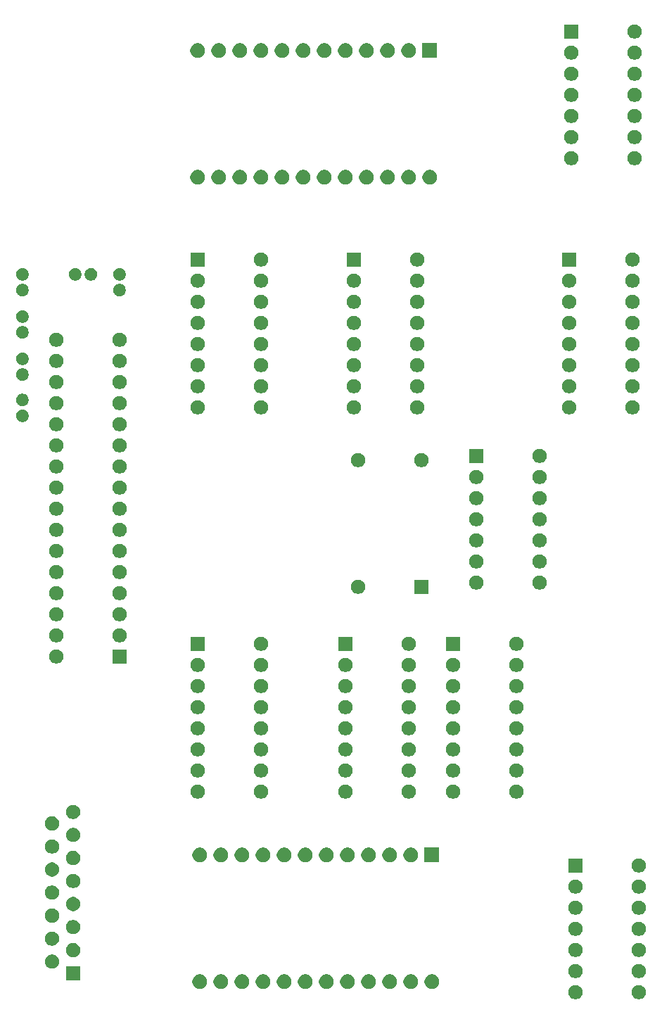
<source format=gbr>
G04 #@! TF.GenerationSoftware,KiCad,Pcbnew,5.1.5-52549c5~86~ubuntu18.04.1*
G04 #@! TF.CreationDate,2020-04-16T15:56:08+05:30*
G04 #@! TF.ProjectId,vga_controller,7667615f-636f-46e7-9472-6f6c6c65722e,rev?*
G04 #@! TF.SameCoordinates,Original*
G04 #@! TF.FileFunction,Soldermask,Bot*
G04 #@! TF.FilePolarity,Negative*
%FSLAX46Y46*%
G04 Gerber Fmt 4.6, Leading zero omitted, Abs format (unit mm)*
G04 Created by KiCad (PCBNEW 5.1.5-52549c5~86~ubuntu18.04.1) date 2020-04-16 15:56:08*
%MOMM*%
%LPD*%
G04 APERTURE LIST*
%ADD10C,0.100000*%
G04 APERTURE END LIST*
D10*
G36*
X125724228Y-149549703D02*
G01*
X125879100Y-149613853D01*
X126018481Y-149706985D01*
X126137015Y-149825519D01*
X126230147Y-149964900D01*
X126294297Y-150119772D01*
X126327000Y-150284184D01*
X126327000Y-150451816D01*
X126294297Y-150616228D01*
X126230147Y-150771100D01*
X126137015Y-150910481D01*
X126018481Y-151029015D01*
X125879100Y-151122147D01*
X125724228Y-151186297D01*
X125559816Y-151219000D01*
X125392184Y-151219000D01*
X125227772Y-151186297D01*
X125072900Y-151122147D01*
X124933519Y-151029015D01*
X124814985Y-150910481D01*
X124721853Y-150771100D01*
X124657703Y-150616228D01*
X124625000Y-150451816D01*
X124625000Y-150284184D01*
X124657703Y-150119772D01*
X124721853Y-149964900D01*
X124814985Y-149825519D01*
X124933519Y-149706985D01*
X125072900Y-149613853D01*
X125227772Y-149549703D01*
X125392184Y-149517000D01*
X125559816Y-149517000D01*
X125724228Y-149549703D01*
G37*
G36*
X118104228Y-149549703D02*
G01*
X118259100Y-149613853D01*
X118398481Y-149706985D01*
X118517015Y-149825519D01*
X118610147Y-149964900D01*
X118674297Y-150119772D01*
X118707000Y-150284184D01*
X118707000Y-150451816D01*
X118674297Y-150616228D01*
X118610147Y-150771100D01*
X118517015Y-150910481D01*
X118398481Y-151029015D01*
X118259100Y-151122147D01*
X118104228Y-151186297D01*
X117939816Y-151219000D01*
X117772184Y-151219000D01*
X117607772Y-151186297D01*
X117452900Y-151122147D01*
X117313519Y-151029015D01*
X117194985Y-150910481D01*
X117101853Y-150771100D01*
X117037703Y-150616228D01*
X117005000Y-150451816D01*
X117005000Y-150284184D01*
X117037703Y-150119772D01*
X117101853Y-149964900D01*
X117194985Y-149825519D01*
X117313519Y-149706985D01*
X117452900Y-149613853D01*
X117607772Y-149549703D01*
X117772184Y-149517000D01*
X117939816Y-149517000D01*
X118104228Y-149549703D01*
G37*
G36*
X100843369Y-148242971D02*
G01*
X101005195Y-148310002D01*
X101150829Y-148407311D01*
X101274689Y-148531171D01*
X101371998Y-148676805D01*
X101439029Y-148838631D01*
X101473200Y-149010420D01*
X101473200Y-149185580D01*
X101439029Y-149357369D01*
X101371998Y-149519195D01*
X101274689Y-149664829D01*
X101150829Y-149788689D01*
X101005195Y-149885998D01*
X100843369Y-149953029D01*
X100671580Y-149987200D01*
X100496420Y-149987200D01*
X100324631Y-149953029D01*
X100162805Y-149885998D01*
X100017171Y-149788689D01*
X99893311Y-149664829D01*
X99796002Y-149519195D01*
X99728971Y-149357369D01*
X99694800Y-149185580D01*
X99694800Y-149010420D01*
X99728971Y-148838631D01*
X99796002Y-148676805D01*
X99893311Y-148531171D01*
X100017171Y-148407311D01*
X100162805Y-148310002D01*
X100324631Y-148242971D01*
X100496420Y-148208800D01*
X100671580Y-148208800D01*
X100843369Y-148242971D01*
G37*
G36*
X77983369Y-148242971D02*
G01*
X78145195Y-148310002D01*
X78290829Y-148407311D01*
X78414689Y-148531171D01*
X78511998Y-148676805D01*
X78579029Y-148838631D01*
X78613200Y-149010420D01*
X78613200Y-149185580D01*
X78579029Y-149357369D01*
X78511998Y-149519195D01*
X78414689Y-149664829D01*
X78290829Y-149788689D01*
X78145195Y-149885998D01*
X77983369Y-149953029D01*
X77811580Y-149987200D01*
X77636420Y-149987200D01*
X77464631Y-149953029D01*
X77302805Y-149885998D01*
X77157171Y-149788689D01*
X77033311Y-149664829D01*
X76936002Y-149519195D01*
X76868971Y-149357369D01*
X76834800Y-149185580D01*
X76834800Y-149010420D01*
X76868971Y-148838631D01*
X76936002Y-148676805D01*
X77033311Y-148531171D01*
X77157171Y-148407311D01*
X77302805Y-148310002D01*
X77464631Y-148242971D01*
X77636420Y-148208800D01*
X77811580Y-148208800D01*
X77983369Y-148242971D01*
G37*
G36*
X72903369Y-148242971D02*
G01*
X73065195Y-148310002D01*
X73210829Y-148407311D01*
X73334689Y-148531171D01*
X73431998Y-148676805D01*
X73499029Y-148838631D01*
X73533200Y-149010420D01*
X73533200Y-149185580D01*
X73499029Y-149357369D01*
X73431998Y-149519195D01*
X73334689Y-149664829D01*
X73210829Y-149788689D01*
X73065195Y-149885998D01*
X72903369Y-149953029D01*
X72731580Y-149987200D01*
X72556420Y-149987200D01*
X72384631Y-149953029D01*
X72222805Y-149885998D01*
X72077171Y-149788689D01*
X71953311Y-149664829D01*
X71856002Y-149519195D01*
X71788971Y-149357369D01*
X71754800Y-149185580D01*
X71754800Y-149010420D01*
X71788971Y-148838631D01*
X71856002Y-148676805D01*
X71953311Y-148531171D01*
X72077171Y-148407311D01*
X72222805Y-148310002D01*
X72384631Y-148242971D01*
X72556420Y-148208800D01*
X72731580Y-148208800D01*
X72903369Y-148242971D01*
G37*
G36*
X75443369Y-148242971D02*
G01*
X75605195Y-148310002D01*
X75750829Y-148407311D01*
X75874689Y-148531171D01*
X75971998Y-148676805D01*
X76039029Y-148838631D01*
X76073200Y-149010420D01*
X76073200Y-149185580D01*
X76039029Y-149357369D01*
X75971998Y-149519195D01*
X75874689Y-149664829D01*
X75750829Y-149788689D01*
X75605195Y-149885998D01*
X75443369Y-149953029D01*
X75271580Y-149987200D01*
X75096420Y-149987200D01*
X74924631Y-149953029D01*
X74762805Y-149885998D01*
X74617171Y-149788689D01*
X74493311Y-149664829D01*
X74396002Y-149519195D01*
X74328971Y-149357369D01*
X74294800Y-149185580D01*
X74294800Y-149010420D01*
X74328971Y-148838631D01*
X74396002Y-148676805D01*
X74493311Y-148531171D01*
X74617171Y-148407311D01*
X74762805Y-148310002D01*
X74924631Y-148242971D01*
X75096420Y-148208800D01*
X75271580Y-148208800D01*
X75443369Y-148242971D01*
G37*
G36*
X80523369Y-148242971D02*
G01*
X80685195Y-148310002D01*
X80830829Y-148407311D01*
X80954689Y-148531171D01*
X81051998Y-148676805D01*
X81119029Y-148838631D01*
X81153200Y-149010420D01*
X81153200Y-149185580D01*
X81119029Y-149357369D01*
X81051998Y-149519195D01*
X80954689Y-149664829D01*
X80830829Y-149788689D01*
X80685195Y-149885998D01*
X80523369Y-149953029D01*
X80351580Y-149987200D01*
X80176420Y-149987200D01*
X80004631Y-149953029D01*
X79842805Y-149885998D01*
X79697171Y-149788689D01*
X79573311Y-149664829D01*
X79476002Y-149519195D01*
X79408971Y-149357369D01*
X79374800Y-149185580D01*
X79374800Y-149010420D01*
X79408971Y-148838631D01*
X79476002Y-148676805D01*
X79573311Y-148531171D01*
X79697171Y-148407311D01*
X79842805Y-148310002D01*
X80004631Y-148242971D01*
X80176420Y-148208800D01*
X80351580Y-148208800D01*
X80523369Y-148242971D01*
G37*
G36*
X83063369Y-148242971D02*
G01*
X83225195Y-148310002D01*
X83370829Y-148407311D01*
X83494689Y-148531171D01*
X83591998Y-148676805D01*
X83659029Y-148838631D01*
X83693200Y-149010420D01*
X83693200Y-149185580D01*
X83659029Y-149357369D01*
X83591998Y-149519195D01*
X83494689Y-149664829D01*
X83370829Y-149788689D01*
X83225195Y-149885998D01*
X83063369Y-149953029D01*
X82891580Y-149987200D01*
X82716420Y-149987200D01*
X82544631Y-149953029D01*
X82382805Y-149885998D01*
X82237171Y-149788689D01*
X82113311Y-149664829D01*
X82016002Y-149519195D01*
X81948971Y-149357369D01*
X81914800Y-149185580D01*
X81914800Y-149010420D01*
X81948971Y-148838631D01*
X82016002Y-148676805D01*
X82113311Y-148531171D01*
X82237171Y-148407311D01*
X82382805Y-148310002D01*
X82544631Y-148242971D01*
X82716420Y-148208800D01*
X82891580Y-148208800D01*
X83063369Y-148242971D01*
G37*
G36*
X85603369Y-148242971D02*
G01*
X85765195Y-148310002D01*
X85910829Y-148407311D01*
X86034689Y-148531171D01*
X86131998Y-148676805D01*
X86199029Y-148838631D01*
X86233200Y-149010420D01*
X86233200Y-149185580D01*
X86199029Y-149357369D01*
X86131998Y-149519195D01*
X86034689Y-149664829D01*
X85910829Y-149788689D01*
X85765195Y-149885998D01*
X85603369Y-149953029D01*
X85431580Y-149987200D01*
X85256420Y-149987200D01*
X85084631Y-149953029D01*
X84922805Y-149885998D01*
X84777171Y-149788689D01*
X84653311Y-149664829D01*
X84556002Y-149519195D01*
X84488971Y-149357369D01*
X84454800Y-149185580D01*
X84454800Y-149010420D01*
X84488971Y-148838631D01*
X84556002Y-148676805D01*
X84653311Y-148531171D01*
X84777171Y-148407311D01*
X84922805Y-148310002D01*
X85084631Y-148242971D01*
X85256420Y-148208800D01*
X85431580Y-148208800D01*
X85603369Y-148242971D01*
G37*
G36*
X90683369Y-148242971D02*
G01*
X90845195Y-148310002D01*
X90990829Y-148407311D01*
X91114689Y-148531171D01*
X91211998Y-148676805D01*
X91279029Y-148838631D01*
X91313200Y-149010420D01*
X91313200Y-149185580D01*
X91279029Y-149357369D01*
X91211998Y-149519195D01*
X91114689Y-149664829D01*
X90990829Y-149788689D01*
X90845195Y-149885998D01*
X90683369Y-149953029D01*
X90511580Y-149987200D01*
X90336420Y-149987200D01*
X90164631Y-149953029D01*
X90002805Y-149885998D01*
X89857171Y-149788689D01*
X89733311Y-149664829D01*
X89636002Y-149519195D01*
X89568971Y-149357369D01*
X89534800Y-149185580D01*
X89534800Y-149010420D01*
X89568971Y-148838631D01*
X89636002Y-148676805D01*
X89733311Y-148531171D01*
X89857171Y-148407311D01*
X90002805Y-148310002D01*
X90164631Y-148242971D01*
X90336420Y-148208800D01*
X90511580Y-148208800D01*
X90683369Y-148242971D01*
G37*
G36*
X93223369Y-148242971D02*
G01*
X93385195Y-148310002D01*
X93530829Y-148407311D01*
X93654689Y-148531171D01*
X93751998Y-148676805D01*
X93819029Y-148838631D01*
X93853200Y-149010420D01*
X93853200Y-149185580D01*
X93819029Y-149357369D01*
X93751998Y-149519195D01*
X93654689Y-149664829D01*
X93530829Y-149788689D01*
X93385195Y-149885998D01*
X93223369Y-149953029D01*
X93051580Y-149987200D01*
X92876420Y-149987200D01*
X92704631Y-149953029D01*
X92542805Y-149885998D01*
X92397171Y-149788689D01*
X92273311Y-149664829D01*
X92176002Y-149519195D01*
X92108971Y-149357369D01*
X92074800Y-149185580D01*
X92074800Y-149010420D01*
X92108971Y-148838631D01*
X92176002Y-148676805D01*
X92273311Y-148531171D01*
X92397171Y-148407311D01*
X92542805Y-148310002D01*
X92704631Y-148242971D01*
X92876420Y-148208800D01*
X93051580Y-148208800D01*
X93223369Y-148242971D01*
G37*
G36*
X98303369Y-148242971D02*
G01*
X98465195Y-148310002D01*
X98610829Y-148407311D01*
X98734689Y-148531171D01*
X98831998Y-148676805D01*
X98899029Y-148838631D01*
X98933200Y-149010420D01*
X98933200Y-149185580D01*
X98899029Y-149357369D01*
X98831998Y-149519195D01*
X98734689Y-149664829D01*
X98610829Y-149788689D01*
X98465195Y-149885998D01*
X98303369Y-149953029D01*
X98131580Y-149987200D01*
X97956420Y-149987200D01*
X97784631Y-149953029D01*
X97622805Y-149885998D01*
X97477171Y-149788689D01*
X97353311Y-149664829D01*
X97256002Y-149519195D01*
X97188971Y-149357369D01*
X97154800Y-149185580D01*
X97154800Y-149010420D01*
X97188971Y-148838631D01*
X97256002Y-148676805D01*
X97353311Y-148531171D01*
X97477171Y-148407311D01*
X97622805Y-148310002D01*
X97784631Y-148242971D01*
X97956420Y-148208800D01*
X98131580Y-148208800D01*
X98303369Y-148242971D01*
G37*
G36*
X95763369Y-148242971D02*
G01*
X95925195Y-148310002D01*
X96070829Y-148407311D01*
X96194689Y-148531171D01*
X96291998Y-148676805D01*
X96359029Y-148838631D01*
X96393200Y-149010420D01*
X96393200Y-149185580D01*
X96359029Y-149357369D01*
X96291998Y-149519195D01*
X96194689Y-149664829D01*
X96070829Y-149788689D01*
X95925195Y-149885998D01*
X95763369Y-149953029D01*
X95591580Y-149987200D01*
X95416420Y-149987200D01*
X95244631Y-149953029D01*
X95082805Y-149885998D01*
X94937171Y-149788689D01*
X94813311Y-149664829D01*
X94716002Y-149519195D01*
X94648971Y-149357369D01*
X94614800Y-149185580D01*
X94614800Y-149010420D01*
X94648971Y-148838631D01*
X94716002Y-148676805D01*
X94813311Y-148531171D01*
X94937171Y-148407311D01*
X95082805Y-148310002D01*
X95244631Y-148242971D01*
X95416420Y-148208800D01*
X95591580Y-148208800D01*
X95763369Y-148242971D01*
G37*
G36*
X88143369Y-148242971D02*
G01*
X88305195Y-148310002D01*
X88450829Y-148407311D01*
X88574689Y-148531171D01*
X88671998Y-148676805D01*
X88739029Y-148838631D01*
X88773200Y-149010420D01*
X88773200Y-149185580D01*
X88739029Y-149357369D01*
X88671998Y-149519195D01*
X88574689Y-149664829D01*
X88450829Y-149788689D01*
X88305195Y-149885998D01*
X88143369Y-149953029D01*
X87971580Y-149987200D01*
X87796420Y-149987200D01*
X87624631Y-149953029D01*
X87462805Y-149885998D01*
X87317171Y-149788689D01*
X87193311Y-149664829D01*
X87096002Y-149519195D01*
X87028971Y-149357369D01*
X86994800Y-149185580D01*
X86994800Y-149010420D01*
X87028971Y-148838631D01*
X87096002Y-148676805D01*
X87193311Y-148531171D01*
X87317171Y-148407311D01*
X87462805Y-148310002D01*
X87624631Y-148242971D01*
X87796420Y-148208800D01*
X87971580Y-148208800D01*
X88143369Y-148242971D01*
G37*
G36*
X58255000Y-148933000D02*
G01*
X56553000Y-148933000D01*
X56553000Y-147231000D01*
X58255000Y-147231000D01*
X58255000Y-148933000D01*
G37*
G36*
X125724228Y-147009703D02*
G01*
X125879100Y-147073853D01*
X126018481Y-147166985D01*
X126137015Y-147285519D01*
X126230147Y-147424900D01*
X126294297Y-147579772D01*
X126327000Y-147744184D01*
X126327000Y-147911816D01*
X126294297Y-148076228D01*
X126230147Y-148231100D01*
X126137015Y-148370481D01*
X126018481Y-148489015D01*
X125879100Y-148582147D01*
X125724228Y-148646297D01*
X125559816Y-148679000D01*
X125392184Y-148679000D01*
X125227772Y-148646297D01*
X125072900Y-148582147D01*
X124933519Y-148489015D01*
X124814985Y-148370481D01*
X124721853Y-148231100D01*
X124657703Y-148076228D01*
X124625000Y-147911816D01*
X124625000Y-147744184D01*
X124657703Y-147579772D01*
X124721853Y-147424900D01*
X124814985Y-147285519D01*
X124933519Y-147166985D01*
X125072900Y-147073853D01*
X125227772Y-147009703D01*
X125392184Y-146977000D01*
X125559816Y-146977000D01*
X125724228Y-147009703D01*
G37*
G36*
X118104228Y-147009703D02*
G01*
X118259100Y-147073853D01*
X118398481Y-147166985D01*
X118517015Y-147285519D01*
X118610147Y-147424900D01*
X118674297Y-147579772D01*
X118707000Y-147744184D01*
X118707000Y-147911816D01*
X118674297Y-148076228D01*
X118610147Y-148231100D01*
X118517015Y-148370481D01*
X118398481Y-148489015D01*
X118259100Y-148582147D01*
X118104228Y-148646297D01*
X117939816Y-148679000D01*
X117772184Y-148679000D01*
X117607772Y-148646297D01*
X117452900Y-148582147D01*
X117313519Y-148489015D01*
X117194985Y-148370481D01*
X117101853Y-148231100D01*
X117037703Y-148076228D01*
X117005000Y-147911816D01*
X117005000Y-147744184D01*
X117037703Y-147579772D01*
X117101853Y-147424900D01*
X117194985Y-147285519D01*
X117313519Y-147166985D01*
X117452900Y-147073853D01*
X117607772Y-147009703D01*
X117772184Y-146977000D01*
X117939816Y-146977000D01*
X118104228Y-147009703D01*
G37*
G36*
X55112228Y-145878703D02*
G01*
X55267100Y-145942853D01*
X55406481Y-146035985D01*
X55525015Y-146154519D01*
X55618147Y-146293900D01*
X55682297Y-146448772D01*
X55715000Y-146613184D01*
X55715000Y-146780816D01*
X55682297Y-146945228D01*
X55618147Y-147100100D01*
X55525015Y-147239481D01*
X55406481Y-147358015D01*
X55267100Y-147451147D01*
X55112228Y-147515297D01*
X54947816Y-147548000D01*
X54780184Y-147548000D01*
X54615772Y-147515297D01*
X54460900Y-147451147D01*
X54321519Y-147358015D01*
X54202985Y-147239481D01*
X54109853Y-147100100D01*
X54045703Y-146945228D01*
X54013000Y-146780816D01*
X54013000Y-146613184D01*
X54045703Y-146448772D01*
X54109853Y-146293900D01*
X54202985Y-146154519D01*
X54321519Y-146035985D01*
X54460900Y-145942853D01*
X54615772Y-145878703D01*
X54780184Y-145846000D01*
X54947816Y-145846000D01*
X55112228Y-145878703D01*
G37*
G36*
X57652228Y-144493703D02*
G01*
X57807100Y-144557853D01*
X57946481Y-144650985D01*
X58065015Y-144769519D01*
X58158147Y-144908900D01*
X58222297Y-145063772D01*
X58255000Y-145228184D01*
X58255000Y-145395816D01*
X58222297Y-145560228D01*
X58158147Y-145715100D01*
X58065015Y-145854481D01*
X57946481Y-145973015D01*
X57807100Y-146066147D01*
X57652228Y-146130297D01*
X57487816Y-146163000D01*
X57320184Y-146163000D01*
X57155772Y-146130297D01*
X57000900Y-146066147D01*
X56861519Y-145973015D01*
X56742985Y-145854481D01*
X56649853Y-145715100D01*
X56585703Y-145560228D01*
X56553000Y-145395816D01*
X56553000Y-145228184D01*
X56585703Y-145063772D01*
X56649853Y-144908900D01*
X56742985Y-144769519D01*
X56861519Y-144650985D01*
X57000900Y-144557853D01*
X57155772Y-144493703D01*
X57320184Y-144461000D01*
X57487816Y-144461000D01*
X57652228Y-144493703D01*
G37*
G36*
X118104228Y-144469703D02*
G01*
X118259100Y-144533853D01*
X118398481Y-144626985D01*
X118517015Y-144745519D01*
X118610147Y-144884900D01*
X118674297Y-145039772D01*
X118707000Y-145204184D01*
X118707000Y-145371816D01*
X118674297Y-145536228D01*
X118610147Y-145691100D01*
X118517015Y-145830481D01*
X118398481Y-145949015D01*
X118259100Y-146042147D01*
X118104228Y-146106297D01*
X117939816Y-146139000D01*
X117772184Y-146139000D01*
X117607772Y-146106297D01*
X117452900Y-146042147D01*
X117313519Y-145949015D01*
X117194985Y-145830481D01*
X117101853Y-145691100D01*
X117037703Y-145536228D01*
X117005000Y-145371816D01*
X117005000Y-145204184D01*
X117037703Y-145039772D01*
X117101853Y-144884900D01*
X117194985Y-144745519D01*
X117313519Y-144626985D01*
X117452900Y-144533853D01*
X117607772Y-144469703D01*
X117772184Y-144437000D01*
X117939816Y-144437000D01*
X118104228Y-144469703D01*
G37*
G36*
X125724228Y-144469703D02*
G01*
X125879100Y-144533853D01*
X126018481Y-144626985D01*
X126137015Y-144745519D01*
X126230147Y-144884900D01*
X126294297Y-145039772D01*
X126327000Y-145204184D01*
X126327000Y-145371816D01*
X126294297Y-145536228D01*
X126230147Y-145691100D01*
X126137015Y-145830481D01*
X126018481Y-145949015D01*
X125879100Y-146042147D01*
X125724228Y-146106297D01*
X125559816Y-146139000D01*
X125392184Y-146139000D01*
X125227772Y-146106297D01*
X125072900Y-146042147D01*
X124933519Y-145949015D01*
X124814985Y-145830481D01*
X124721853Y-145691100D01*
X124657703Y-145536228D01*
X124625000Y-145371816D01*
X124625000Y-145204184D01*
X124657703Y-145039772D01*
X124721853Y-144884900D01*
X124814985Y-144745519D01*
X124933519Y-144626985D01*
X125072900Y-144533853D01*
X125227772Y-144469703D01*
X125392184Y-144437000D01*
X125559816Y-144437000D01*
X125724228Y-144469703D01*
G37*
G36*
X55112228Y-143108703D02*
G01*
X55267100Y-143172853D01*
X55406481Y-143265985D01*
X55525015Y-143384519D01*
X55618147Y-143523900D01*
X55682297Y-143678772D01*
X55715000Y-143843184D01*
X55715000Y-144010816D01*
X55682297Y-144175228D01*
X55618147Y-144330100D01*
X55525015Y-144469481D01*
X55406481Y-144588015D01*
X55267100Y-144681147D01*
X55112228Y-144745297D01*
X54947816Y-144778000D01*
X54780184Y-144778000D01*
X54615772Y-144745297D01*
X54460900Y-144681147D01*
X54321519Y-144588015D01*
X54202985Y-144469481D01*
X54109853Y-144330100D01*
X54045703Y-144175228D01*
X54013000Y-144010816D01*
X54013000Y-143843184D01*
X54045703Y-143678772D01*
X54109853Y-143523900D01*
X54202985Y-143384519D01*
X54321519Y-143265985D01*
X54460900Y-143172853D01*
X54615772Y-143108703D01*
X54780184Y-143076000D01*
X54947816Y-143076000D01*
X55112228Y-143108703D01*
G37*
G36*
X118104228Y-141929703D02*
G01*
X118259100Y-141993853D01*
X118398481Y-142086985D01*
X118517015Y-142205519D01*
X118610147Y-142344900D01*
X118674297Y-142499772D01*
X118707000Y-142664184D01*
X118707000Y-142831816D01*
X118674297Y-142996228D01*
X118610147Y-143151100D01*
X118517015Y-143290481D01*
X118398481Y-143409015D01*
X118259100Y-143502147D01*
X118104228Y-143566297D01*
X117939816Y-143599000D01*
X117772184Y-143599000D01*
X117607772Y-143566297D01*
X117452900Y-143502147D01*
X117313519Y-143409015D01*
X117194985Y-143290481D01*
X117101853Y-143151100D01*
X117037703Y-142996228D01*
X117005000Y-142831816D01*
X117005000Y-142664184D01*
X117037703Y-142499772D01*
X117101853Y-142344900D01*
X117194985Y-142205519D01*
X117313519Y-142086985D01*
X117452900Y-141993853D01*
X117607772Y-141929703D01*
X117772184Y-141897000D01*
X117939816Y-141897000D01*
X118104228Y-141929703D01*
G37*
G36*
X125724228Y-141929703D02*
G01*
X125879100Y-141993853D01*
X126018481Y-142086985D01*
X126137015Y-142205519D01*
X126230147Y-142344900D01*
X126294297Y-142499772D01*
X126327000Y-142664184D01*
X126327000Y-142831816D01*
X126294297Y-142996228D01*
X126230147Y-143151100D01*
X126137015Y-143290481D01*
X126018481Y-143409015D01*
X125879100Y-143502147D01*
X125724228Y-143566297D01*
X125559816Y-143599000D01*
X125392184Y-143599000D01*
X125227772Y-143566297D01*
X125072900Y-143502147D01*
X124933519Y-143409015D01*
X124814985Y-143290481D01*
X124721853Y-143151100D01*
X124657703Y-142996228D01*
X124625000Y-142831816D01*
X124625000Y-142664184D01*
X124657703Y-142499772D01*
X124721853Y-142344900D01*
X124814985Y-142205519D01*
X124933519Y-142086985D01*
X125072900Y-141993853D01*
X125227772Y-141929703D01*
X125392184Y-141897000D01*
X125559816Y-141897000D01*
X125724228Y-141929703D01*
G37*
G36*
X57652228Y-141723703D02*
G01*
X57807100Y-141787853D01*
X57946481Y-141880985D01*
X58065015Y-141999519D01*
X58158147Y-142138900D01*
X58222297Y-142293772D01*
X58255000Y-142458184D01*
X58255000Y-142625816D01*
X58222297Y-142790228D01*
X58158147Y-142945100D01*
X58065015Y-143084481D01*
X57946481Y-143203015D01*
X57807100Y-143296147D01*
X57652228Y-143360297D01*
X57487816Y-143393000D01*
X57320184Y-143393000D01*
X57155772Y-143360297D01*
X57000900Y-143296147D01*
X56861519Y-143203015D01*
X56742985Y-143084481D01*
X56649853Y-142945100D01*
X56585703Y-142790228D01*
X56553000Y-142625816D01*
X56553000Y-142458184D01*
X56585703Y-142293772D01*
X56649853Y-142138900D01*
X56742985Y-141999519D01*
X56861519Y-141880985D01*
X57000900Y-141787853D01*
X57155772Y-141723703D01*
X57320184Y-141691000D01*
X57487816Y-141691000D01*
X57652228Y-141723703D01*
G37*
G36*
X55112228Y-140338703D02*
G01*
X55267100Y-140402853D01*
X55406481Y-140495985D01*
X55525015Y-140614519D01*
X55618147Y-140753900D01*
X55682297Y-140908772D01*
X55715000Y-141073184D01*
X55715000Y-141240816D01*
X55682297Y-141405228D01*
X55618147Y-141560100D01*
X55525015Y-141699481D01*
X55406481Y-141818015D01*
X55267100Y-141911147D01*
X55112228Y-141975297D01*
X54947816Y-142008000D01*
X54780184Y-142008000D01*
X54615772Y-141975297D01*
X54460900Y-141911147D01*
X54321519Y-141818015D01*
X54202985Y-141699481D01*
X54109853Y-141560100D01*
X54045703Y-141405228D01*
X54013000Y-141240816D01*
X54013000Y-141073184D01*
X54045703Y-140908772D01*
X54109853Y-140753900D01*
X54202985Y-140614519D01*
X54321519Y-140495985D01*
X54460900Y-140402853D01*
X54615772Y-140338703D01*
X54780184Y-140306000D01*
X54947816Y-140306000D01*
X55112228Y-140338703D01*
G37*
G36*
X118104228Y-139389703D02*
G01*
X118259100Y-139453853D01*
X118398481Y-139546985D01*
X118517015Y-139665519D01*
X118610147Y-139804900D01*
X118674297Y-139959772D01*
X118707000Y-140124184D01*
X118707000Y-140291816D01*
X118674297Y-140456228D01*
X118610147Y-140611100D01*
X118517015Y-140750481D01*
X118398481Y-140869015D01*
X118259100Y-140962147D01*
X118104228Y-141026297D01*
X117939816Y-141059000D01*
X117772184Y-141059000D01*
X117607772Y-141026297D01*
X117452900Y-140962147D01*
X117313519Y-140869015D01*
X117194985Y-140750481D01*
X117101853Y-140611100D01*
X117037703Y-140456228D01*
X117005000Y-140291816D01*
X117005000Y-140124184D01*
X117037703Y-139959772D01*
X117101853Y-139804900D01*
X117194985Y-139665519D01*
X117313519Y-139546985D01*
X117452900Y-139453853D01*
X117607772Y-139389703D01*
X117772184Y-139357000D01*
X117939816Y-139357000D01*
X118104228Y-139389703D01*
G37*
G36*
X125724228Y-139389703D02*
G01*
X125879100Y-139453853D01*
X126018481Y-139546985D01*
X126137015Y-139665519D01*
X126230147Y-139804900D01*
X126294297Y-139959772D01*
X126327000Y-140124184D01*
X126327000Y-140291816D01*
X126294297Y-140456228D01*
X126230147Y-140611100D01*
X126137015Y-140750481D01*
X126018481Y-140869015D01*
X125879100Y-140962147D01*
X125724228Y-141026297D01*
X125559816Y-141059000D01*
X125392184Y-141059000D01*
X125227772Y-141026297D01*
X125072900Y-140962147D01*
X124933519Y-140869015D01*
X124814985Y-140750481D01*
X124721853Y-140611100D01*
X124657703Y-140456228D01*
X124625000Y-140291816D01*
X124625000Y-140124184D01*
X124657703Y-139959772D01*
X124721853Y-139804900D01*
X124814985Y-139665519D01*
X124933519Y-139546985D01*
X125072900Y-139453853D01*
X125227772Y-139389703D01*
X125392184Y-139357000D01*
X125559816Y-139357000D01*
X125724228Y-139389703D01*
G37*
G36*
X57652228Y-138953703D02*
G01*
X57807100Y-139017853D01*
X57946481Y-139110985D01*
X58065015Y-139229519D01*
X58158147Y-139368900D01*
X58222297Y-139523772D01*
X58255000Y-139688184D01*
X58255000Y-139855816D01*
X58222297Y-140020228D01*
X58158147Y-140175100D01*
X58065015Y-140314481D01*
X57946481Y-140433015D01*
X57807100Y-140526147D01*
X57652228Y-140590297D01*
X57487816Y-140623000D01*
X57320184Y-140623000D01*
X57155772Y-140590297D01*
X57000900Y-140526147D01*
X56861519Y-140433015D01*
X56742985Y-140314481D01*
X56649853Y-140175100D01*
X56585703Y-140020228D01*
X56553000Y-139855816D01*
X56553000Y-139688184D01*
X56585703Y-139523772D01*
X56649853Y-139368900D01*
X56742985Y-139229519D01*
X56861519Y-139110985D01*
X57000900Y-139017853D01*
X57155772Y-138953703D01*
X57320184Y-138921000D01*
X57487816Y-138921000D01*
X57652228Y-138953703D01*
G37*
G36*
X55112228Y-137568703D02*
G01*
X55267100Y-137632853D01*
X55406481Y-137725985D01*
X55525015Y-137844519D01*
X55618147Y-137983900D01*
X55682297Y-138138772D01*
X55715000Y-138303184D01*
X55715000Y-138470816D01*
X55682297Y-138635228D01*
X55618147Y-138790100D01*
X55525015Y-138929481D01*
X55406481Y-139048015D01*
X55267100Y-139141147D01*
X55112228Y-139205297D01*
X54947816Y-139238000D01*
X54780184Y-139238000D01*
X54615772Y-139205297D01*
X54460900Y-139141147D01*
X54321519Y-139048015D01*
X54202985Y-138929481D01*
X54109853Y-138790100D01*
X54045703Y-138635228D01*
X54013000Y-138470816D01*
X54013000Y-138303184D01*
X54045703Y-138138772D01*
X54109853Y-137983900D01*
X54202985Y-137844519D01*
X54321519Y-137725985D01*
X54460900Y-137632853D01*
X54615772Y-137568703D01*
X54780184Y-137536000D01*
X54947816Y-137536000D01*
X55112228Y-137568703D01*
G37*
G36*
X125724228Y-136849703D02*
G01*
X125879100Y-136913853D01*
X126018481Y-137006985D01*
X126137015Y-137125519D01*
X126230147Y-137264900D01*
X126294297Y-137419772D01*
X126327000Y-137584184D01*
X126327000Y-137751816D01*
X126294297Y-137916228D01*
X126230147Y-138071100D01*
X126137015Y-138210481D01*
X126018481Y-138329015D01*
X125879100Y-138422147D01*
X125724228Y-138486297D01*
X125559816Y-138519000D01*
X125392184Y-138519000D01*
X125227772Y-138486297D01*
X125072900Y-138422147D01*
X124933519Y-138329015D01*
X124814985Y-138210481D01*
X124721853Y-138071100D01*
X124657703Y-137916228D01*
X124625000Y-137751816D01*
X124625000Y-137584184D01*
X124657703Y-137419772D01*
X124721853Y-137264900D01*
X124814985Y-137125519D01*
X124933519Y-137006985D01*
X125072900Y-136913853D01*
X125227772Y-136849703D01*
X125392184Y-136817000D01*
X125559816Y-136817000D01*
X125724228Y-136849703D01*
G37*
G36*
X118104228Y-136849703D02*
G01*
X118259100Y-136913853D01*
X118398481Y-137006985D01*
X118517015Y-137125519D01*
X118610147Y-137264900D01*
X118674297Y-137419772D01*
X118707000Y-137584184D01*
X118707000Y-137751816D01*
X118674297Y-137916228D01*
X118610147Y-138071100D01*
X118517015Y-138210481D01*
X118398481Y-138329015D01*
X118259100Y-138422147D01*
X118104228Y-138486297D01*
X117939816Y-138519000D01*
X117772184Y-138519000D01*
X117607772Y-138486297D01*
X117452900Y-138422147D01*
X117313519Y-138329015D01*
X117194985Y-138210481D01*
X117101853Y-138071100D01*
X117037703Y-137916228D01*
X117005000Y-137751816D01*
X117005000Y-137584184D01*
X117037703Y-137419772D01*
X117101853Y-137264900D01*
X117194985Y-137125519D01*
X117313519Y-137006985D01*
X117452900Y-136913853D01*
X117607772Y-136849703D01*
X117772184Y-136817000D01*
X117939816Y-136817000D01*
X118104228Y-136849703D01*
G37*
G36*
X57652228Y-136183703D02*
G01*
X57807100Y-136247853D01*
X57946481Y-136340985D01*
X58065015Y-136459519D01*
X58158147Y-136598900D01*
X58222297Y-136753772D01*
X58255000Y-136918184D01*
X58255000Y-137085816D01*
X58222297Y-137250228D01*
X58158147Y-137405100D01*
X58065015Y-137544481D01*
X57946481Y-137663015D01*
X57807100Y-137756147D01*
X57652228Y-137820297D01*
X57487816Y-137853000D01*
X57320184Y-137853000D01*
X57155772Y-137820297D01*
X57000900Y-137756147D01*
X56861519Y-137663015D01*
X56742985Y-137544481D01*
X56649853Y-137405100D01*
X56585703Y-137250228D01*
X56553000Y-137085816D01*
X56553000Y-136918184D01*
X56585703Y-136753772D01*
X56649853Y-136598900D01*
X56742985Y-136459519D01*
X56861519Y-136340985D01*
X57000900Y-136247853D01*
X57155772Y-136183703D01*
X57320184Y-136151000D01*
X57487816Y-136151000D01*
X57652228Y-136183703D01*
G37*
G36*
X55112228Y-134798703D02*
G01*
X55267100Y-134862853D01*
X55406481Y-134955985D01*
X55525015Y-135074519D01*
X55618147Y-135213900D01*
X55682297Y-135368772D01*
X55715000Y-135533184D01*
X55715000Y-135700816D01*
X55682297Y-135865228D01*
X55618147Y-136020100D01*
X55525015Y-136159481D01*
X55406481Y-136278015D01*
X55267100Y-136371147D01*
X55112228Y-136435297D01*
X54947816Y-136468000D01*
X54780184Y-136468000D01*
X54615772Y-136435297D01*
X54460900Y-136371147D01*
X54321519Y-136278015D01*
X54202985Y-136159481D01*
X54109853Y-136020100D01*
X54045703Y-135865228D01*
X54013000Y-135700816D01*
X54013000Y-135533184D01*
X54045703Y-135368772D01*
X54109853Y-135213900D01*
X54202985Y-135074519D01*
X54321519Y-134955985D01*
X54460900Y-134862853D01*
X54615772Y-134798703D01*
X54780184Y-134766000D01*
X54947816Y-134766000D01*
X55112228Y-134798703D01*
G37*
G36*
X118707000Y-135979000D02*
G01*
X117005000Y-135979000D01*
X117005000Y-134277000D01*
X118707000Y-134277000D01*
X118707000Y-135979000D01*
G37*
G36*
X125724228Y-134309703D02*
G01*
X125879100Y-134373853D01*
X126018481Y-134466985D01*
X126137015Y-134585519D01*
X126230147Y-134724900D01*
X126294297Y-134879772D01*
X126327000Y-135044184D01*
X126327000Y-135211816D01*
X126294297Y-135376228D01*
X126230147Y-135531100D01*
X126137015Y-135670481D01*
X126018481Y-135789015D01*
X125879100Y-135882147D01*
X125724228Y-135946297D01*
X125559816Y-135979000D01*
X125392184Y-135979000D01*
X125227772Y-135946297D01*
X125072900Y-135882147D01*
X124933519Y-135789015D01*
X124814985Y-135670481D01*
X124721853Y-135531100D01*
X124657703Y-135376228D01*
X124625000Y-135211816D01*
X124625000Y-135044184D01*
X124657703Y-134879772D01*
X124721853Y-134724900D01*
X124814985Y-134585519D01*
X124933519Y-134466985D01*
X125072900Y-134373853D01*
X125227772Y-134309703D01*
X125392184Y-134277000D01*
X125559816Y-134277000D01*
X125724228Y-134309703D01*
G37*
G36*
X57652228Y-133413703D02*
G01*
X57807100Y-133477853D01*
X57946481Y-133570985D01*
X58065015Y-133689519D01*
X58158147Y-133828900D01*
X58222297Y-133983772D01*
X58255000Y-134148184D01*
X58255000Y-134315816D01*
X58222297Y-134480228D01*
X58158147Y-134635100D01*
X58065015Y-134774481D01*
X57946481Y-134893015D01*
X57807100Y-134986147D01*
X57652228Y-135050297D01*
X57487816Y-135083000D01*
X57320184Y-135083000D01*
X57155772Y-135050297D01*
X57000900Y-134986147D01*
X56861519Y-134893015D01*
X56742985Y-134774481D01*
X56649853Y-134635100D01*
X56585703Y-134480228D01*
X56553000Y-134315816D01*
X56553000Y-134148184D01*
X56585703Y-133983772D01*
X56649853Y-133828900D01*
X56742985Y-133689519D01*
X56861519Y-133570985D01*
X57000900Y-133477853D01*
X57155772Y-133413703D01*
X57320184Y-133381000D01*
X57487816Y-133381000D01*
X57652228Y-133413703D01*
G37*
G36*
X98303369Y-133002971D02*
G01*
X98465195Y-133070002D01*
X98610829Y-133167311D01*
X98734689Y-133291171D01*
X98831998Y-133436805D01*
X98899029Y-133598631D01*
X98933200Y-133770420D01*
X98933200Y-133945580D01*
X98899029Y-134117369D01*
X98831998Y-134279195D01*
X98734689Y-134424829D01*
X98610829Y-134548689D01*
X98465195Y-134645998D01*
X98303369Y-134713029D01*
X98131580Y-134747200D01*
X97956420Y-134747200D01*
X97784631Y-134713029D01*
X97622805Y-134645998D01*
X97477171Y-134548689D01*
X97353311Y-134424829D01*
X97256002Y-134279195D01*
X97188971Y-134117369D01*
X97154800Y-133945580D01*
X97154800Y-133770420D01*
X97188971Y-133598631D01*
X97256002Y-133436805D01*
X97353311Y-133291171D01*
X97477171Y-133167311D01*
X97622805Y-133070002D01*
X97784631Y-133002971D01*
X97956420Y-132968800D01*
X98131580Y-132968800D01*
X98303369Y-133002971D01*
G37*
G36*
X101473200Y-134747200D02*
G01*
X99694800Y-134747200D01*
X99694800Y-132968800D01*
X101473200Y-132968800D01*
X101473200Y-134747200D01*
G37*
G36*
X95763369Y-133002971D02*
G01*
X95925195Y-133070002D01*
X96070829Y-133167311D01*
X96194689Y-133291171D01*
X96291998Y-133436805D01*
X96359029Y-133598631D01*
X96393200Y-133770420D01*
X96393200Y-133945580D01*
X96359029Y-134117369D01*
X96291998Y-134279195D01*
X96194689Y-134424829D01*
X96070829Y-134548689D01*
X95925195Y-134645998D01*
X95763369Y-134713029D01*
X95591580Y-134747200D01*
X95416420Y-134747200D01*
X95244631Y-134713029D01*
X95082805Y-134645998D01*
X94937171Y-134548689D01*
X94813311Y-134424829D01*
X94716002Y-134279195D01*
X94648971Y-134117369D01*
X94614800Y-133945580D01*
X94614800Y-133770420D01*
X94648971Y-133598631D01*
X94716002Y-133436805D01*
X94813311Y-133291171D01*
X94937171Y-133167311D01*
X95082805Y-133070002D01*
X95244631Y-133002971D01*
X95416420Y-132968800D01*
X95591580Y-132968800D01*
X95763369Y-133002971D01*
G37*
G36*
X93223369Y-133002971D02*
G01*
X93385195Y-133070002D01*
X93530829Y-133167311D01*
X93654689Y-133291171D01*
X93751998Y-133436805D01*
X93819029Y-133598631D01*
X93853200Y-133770420D01*
X93853200Y-133945580D01*
X93819029Y-134117369D01*
X93751998Y-134279195D01*
X93654689Y-134424829D01*
X93530829Y-134548689D01*
X93385195Y-134645998D01*
X93223369Y-134713029D01*
X93051580Y-134747200D01*
X92876420Y-134747200D01*
X92704631Y-134713029D01*
X92542805Y-134645998D01*
X92397171Y-134548689D01*
X92273311Y-134424829D01*
X92176002Y-134279195D01*
X92108971Y-134117369D01*
X92074800Y-133945580D01*
X92074800Y-133770420D01*
X92108971Y-133598631D01*
X92176002Y-133436805D01*
X92273311Y-133291171D01*
X92397171Y-133167311D01*
X92542805Y-133070002D01*
X92704631Y-133002971D01*
X92876420Y-132968800D01*
X93051580Y-132968800D01*
X93223369Y-133002971D01*
G37*
G36*
X72903369Y-133002971D02*
G01*
X73065195Y-133070002D01*
X73210829Y-133167311D01*
X73334689Y-133291171D01*
X73431998Y-133436805D01*
X73499029Y-133598631D01*
X73533200Y-133770420D01*
X73533200Y-133945580D01*
X73499029Y-134117369D01*
X73431998Y-134279195D01*
X73334689Y-134424829D01*
X73210829Y-134548689D01*
X73065195Y-134645998D01*
X72903369Y-134713029D01*
X72731580Y-134747200D01*
X72556420Y-134747200D01*
X72384631Y-134713029D01*
X72222805Y-134645998D01*
X72077171Y-134548689D01*
X71953311Y-134424829D01*
X71856002Y-134279195D01*
X71788971Y-134117369D01*
X71754800Y-133945580D01*
X71754800Y-133770420D01*
X71788971Y-133598631D01*
X71856002Y-133436805D01*
X71953311Y-133291171D01*
X72077171Y-133167311D01*
X72222805Y-133070002D01*
X72384631Y-133002971D01*
X72556420Y-132968800D01*
X72731580Y-132968800D01*
X72903369Y-133002971D01*
G37*
G36*
X75443369Y-133002971D02*
G01*
X75605195Y-133070002D01*
X75750829Y-133167311D01*
X75874689Y-133291171D01*
X75971998Y-133436805D01*
X76039029Y-133598631D01*
X76073200Y-133770420D01*
X76073200Y-133945580D01*
X76039029Y-134117369D01*
X75971998Y-134279195D01*
X75874689Y-134424829D01*
X75750829Y-134548689D01*
X75605195Y-134645998D01*
X75443369Y-134713029D01*
X75271580Y-134747200D01*
X75096420Y-134747200D01*
X74924631Y-134713029D01*
X74762805Y-134645998D01*
X74617171Y-134548689D01*
X74493311Y-134424829D01*
X74396002Y-134279195D01*
X74328971Y-134117369D01*
X74294800Y-133945580D01*
X74294800Y-133770420D01*
X74328971Y-133598631D01*
X74396002Y-133436805D01*
X74493311Y-133291171D01*
X74617171Y-133167311D01*
X74762805Y-133070002D01*
X74924631Y-133002971D01*
X75096420Y-132968800D01*
X75271580Y-132968800D01*
X75443369Y-133002971D01*
G37*
G36*
X90683369Y-133002971D02*
G01*
X90845195Y-133070002D01*
X90990829Y-133167311D01*
X91114689Y-133291171D01*
X91211998Y-133436805D01*
X91279029Y-133598631D01*
X91313200Y-133770420D01*
X91313200Y-133945580D01*
X91279029Y-134117369D01*
X91211998Y-134279195D01*
X91114689Y-134424829D01*
X90990829Y-134548689D01*
X90845195Y-134645998D01*
X90683369Y-134713029D01*
X90511580Y-134747200D01*
X90336420Y-134747200D01*
X90164631Y-134713029D01*
X90002805Y-134645998D01*
X89857171Y-134548689D01*
X89733311Y-134424829D01*
X89636002Y-134279195D01*
X89568971Y-134117369D01*
X89534800Y-133945580D01*
X89534800Y-133770420D01*
X89568971Y-133598631D01*
X89636002Y-133436805D01*
X89733311Y-133291171D01*
X89857171Y-133167311D01*
X90002805Y-133070002D01*
X90164631Y-133002971D01*
X90336420Y-132968800D01*
X90511580Y-132968800D01*
X90683369Y-133002971D01*
G37*
G36*
X80523369Y-133002971D02*
G01*
X80685195Y-133070002D01*
X80830829Y-133167311D01*
X80954689Y-133291171D01*
X81051998Y-133436805D01*
X81119029Y-133598631D01*
X81153200Y-133770420D01*
X81153200Y-133945580D01*
X81119029Y-134117369D01*
X81051998Y-134279195D01*
X80954689Y-134424829D01*
X80830829Y-134548689D01*
X80685195Y-134645998D01*
X80523369Y-134713029D01*
X80351580Y-134747200D01*
X80176420Y-134747200D01*
X80004631Y-134713029D01*
X79842805Y-134645998D01*
X79697171Y-134548689D01*
X79573311Y-134424829D01*
X79476002Y-134279195D01*
X79408971Y-134117369D01*
X79374800Y-133945580D01*
X79374800Y-133770420D01*
X79408971Y-133598631D01*
X79476002Y-133436805D01*
X79573311Y-133291171D01*
X79697171Y-133167311D01*
X79842805Y-133070002D01*
X80004631Y-133002971D01*
X80176420Y-132968800D01*
X80351580Y-132968800D01*
X80523369Y-133002971D01*
G37*
G36*
X83063369Y-133002971D02*
G01*
X83225195Y-133070002D01*
X83370829Y-133167311D01*
X83494689Y-133291171D01*
X83591998Y-133436805D01*
X83659029Y-133598631D01*
X83693200Y-133770420D01*
X83693200Y-133945580D01*
X83659029Y-134117369D01*
X83591998Y-134279195D01*
X83494689Y-134424829D01*
X83370829Y-134548689D01*
X83225195Y-134645998D01*
X83063369Y-134713029D01*
X82891580Y-134747200D01*
X82716420Y-134747200D01*
X82544631Y-134713029D01*
X82382805Y-134645998D01*
X82237171Y-134548689D01*
X82113311Y-134424829D01*
X82016002Y-134279195D01*
X81948971Y-134117369D01*
X81914800Y-133945580D01*
X81914800Y-133770420D01*
X81948971Y-133598631D01*
X82016002Y-133436805D01*
X82113311Y-133291171D01*
X82237171Y-133167311D01*
X82382805Y-133070002D01*
X82544631Y-133002971D01*
X82716420Y-132968800D01*
X82891580Y-132968800D01*
X83063369Y-133002971D01*
G37*
G36*
X85603369Y-133002971D02*
G01*
X85765195Y-133070002D01*
X85910829Y-133167311D01*
X86034689Y-133291171D01*
X86131998Y-133436805D01*
X86199029Y-133598631D01*
X86233200Y-133770420D01*
X86233200Y-133945580D01*
X86199029Y-134117369D01*
X86131998Y-134279195D01*
X86034689Y-134424829D01*
X85910829Y-134548689D01*
X85765195Y-134645998D01*
X85603369Y-134713029D01*
X85431580Y-134747200D01*
X85256420Y-134747200D01*
X85084631Y-134713029D01*
X84922805Y-134645998D01*
X84777171Y-134548689D01*
X84653311Y-134424829D01*
X84556002Y-134279195D01*
X84488971Y-134117369D01*
X84454800Y-133945580D01*
X84454800Y-133770420D01*
X84488971Y-133598631D01*
X84556002Y-133436805D01*
X84653311Y-133291171D01*
X84777171Y-133167311D01*
X84922805Y-133070002D01*
X85084631Y-133002971D01*
X85256420Y-132968800D01*
X85431580Y-132968800D01*
X85603369Y-133002971D01*
G37*
G36*
X88143369Y-133002971D02*
G01*
X88305195Y-133070002D01*
X88450829Y-133167311D01*
X88574689Y-133291171D01*
X88671998Y-133436805D01*
X88739029Y-133598631D01*
X88773200Y-133770420D01*
X88773200Y-133945580D01*
X88739029Y-134117369D01*
X88671998Y-134279195D01*
X88574689Y-134424829D01*
X88450829Y-134548689D01*
X88305195Y-134645998D01*
X88143369Y-134713029D01*
X87971580Y-134747200D01*
X87796420Y-134747200D01*
X87624631Y-134713029D01*
X87462805Y-134645998D01*
X87317171Y-134548689D01*
X87193311Y-134424829D01*
X87096002Y-134279195D01*
X87028971Y-134117369D01*
X86994800Y-133945580D01*
X86994800Y-133770420D01*
X87028971Y-133598631D01*
X87096002Y-133436805D01*
X87193311Y-133291171D01*
X87317171Y-133167311D01*
X87462805Y-133070002D01*
X87624631Y-133002971D01*
X87796420Y-132968800D01*
X87971580Y-132968800D01*
X88143369Y-133002971D01*
G37*
G36*
X77983369Y-133002971D02*
G01*
X78145195Y-133070002D01*
X78290829Y-133167311D01*
X78414689Y-133291171D01*
X78511998Y-133436805D01*
X78579029Y-133598631D01*
X78613200Y-133770420D01*
X78613200Y-133945580D01*
X78579029Y-134117369D01*
X78511998Y-134279195D01*
X78414689Y-134424829D01*
X78290829Y-134548689D01*
X78145195Y-134645998D01*
X77983369Y-134713029D01*
X77811580Y-134747200D01*
X77636420Y-134747200D01*
X77464631Y-134713029D01*
X77302805Y-134645998D01*
X77157171Y-134548689D01*
X77033311Y-134424829D01*
X76936002Y-134279195D01*
X76868971Y-134117369D01*
X76834800Y-133945580D01*
X76834800Y-133770420D01*
X76868971Y-133598631D01*
X76936002Y-133436805D01*
X77033311Y-133291171D01*
X77157171Y-133167311D01*
X77302805Y-133070002D01*
X77464631Y-133002971D01*
X77636420Y-132968800D01*
X77811580Y-132968800D01*
X77983369Y-133002971D01*
G37*
G36*
X55112228Y-132028703D02*
G01*
X55267100Y-132092853D01*
X55406481Y-132185985D01*
X55525015Y-132304519D01*
X55618147Y-132443900D01*
X55682297Y-132598772D01*
X55715000Y-132763184D01*
X55715000Y-132930816D01*
X55682297Y-133095228D01*
X55618147Y-133250100D01*
X55525015Y-133389481D01*
X55406481Y-133508015D01*
X55267100Y-133601147D01*
X55112228Y-133665297D01*
X54947816Y-133698000D01*
X54780184Y-133698000D01*
X54615772Y-133665297D01*
X54460900Y-133601147D01*
X54321519Y-133508015D01*
X54202985Y-133389481D01*
X54109853Y-133250100D01*
X54045703Y-133095228D01*
X54013000Y-132930816D01*
X54013000Y-132763184D01*
X54045703Y-132598772D01*
X54109853Y-132443900D01*
X54202985Y-132304519D01*
X54321519Y-132185985D01*
X54460900Y-132092853D01*
X54615772Y-132028703D01*
X54780184Y-131996000D01*
X54947816Y-131996000D01*
X55112228Y-132028703D01*
G37*
G36*
X57652228Y-130643703D02*
G01*
X57807100Y-130707853D01*
X57946481Y-130800985D01*
X58065015Y-130919519D01*
X58158147Y-131058900D01*
X58222297Y-131213772D01*
X58255000Y-131378184D01*
X58255000Y-131545816D01*
X58222297Y-131710228D01*
X58158147Y-131865100D01*
X58065015Y-132004481D01*
X57946481Y-132123015D01*
X57807100Y-132216147D01*
X57652228Y-132280297D01*
X57487816Y-132313000D01*
X57320184Y-132313000D01*
X57155772Y-132280297D01*
X57000900Y-132216147D01*
X56861519Y-132123015D01*
X56742985Y-132004481D01*
X56649853Y-131865100D01*
X56585703Y-131710228D01*
X56553000Y-131545816D01*
X56553000Y-131378184D01*
X56585703Y-131213772D01*
X56649853Y-131058900D01*
X56742985Y-130919519D01*
X56861519Y-130800985D01*
X57000900Y-130707853D01*
X57155772Y-130643703D01*
X57320184Y-130611000D01*
X57487816Y-130611000D01*
X57652228Y-130643703D01*
G37*
G36*
X55112228Y-129258703D02*
G01*
X55267100Y-129322853D01*
X55406481Y-129415985D01*
X55525015Y-129534519D01*
X55618147Y-129673900D01*
X55682297Y-129828772D01*
X55715000Y-129993184D01*
X55715000Y-130160816D01*
X55682297Y-130325228D01*
X55618147Y-130480100D01*
X55525015Y-130619481D01*
X55406481Y-130738015D01*
X55267100Y-130831147D01*
X55112228Y-130895297D01*
X54947816Y-130928000D01*
X54780184Y-130928000D01*
X54615772Y-130895297D01*
X54460900Y-130831147D01*
X54321519Y-130738015D01*
X54202985Y-130619481D01*
X54109853Y-130480100D01*
X54045703Y-130325228D01*
X54013000Y-130160816D01*
X54013000Y-129993184D01*
X54045703Y-129828772D01*
X54109853Y-129673900D01*
X54202985Y-129534519D01*
X54321519Y-129415985D01*
X54460900Y-129322853D01*
X54615772Y-129258703D01*
X54780184Y-129226000D01*
X54947816Y-129226000D01*
X55112228Y-129258703D01*
G37*
G36*
X57652228Y-127873703D02*
G01*
X57807100Y-127937853D01*
X57946481Y-128030985D01*
X58065015Y-128149519D01*
X58158147Y-128288900D01*
X58222297Y-128443772D01*
X58255000Y-128608184D01*
X58255000Y-128775816D01*
X58222297Y-128940228D01*
X58158147Y-129095100D01*
X58065015Y-129234481D01*
X57946481Y-129353015D01*
X57807100Y-129446147D01*
X57652228Y-129510297D01*
X57487816Y-129543000D01*
X57320184Y-129543000D01*
X57155772Y-129510297D01*
X57000900Y-129446147D01*
X56861519Y-129353015D01*
X56742985Y-129234481D01*
X56649853Y-129095100D01*
X56585703Y-128940228D01*
X56553000Y-128775816D01*
X56553000Y-128608184D01*
X56585703Y-128443772D01*
X56649853Y-128288900D01*
X56742985Y-128149519D01*
X56861519Y-128030985D01*
X57000900Y-127937853D01*
X57155772Y-127873703D01*
X57320184Y-127841000D01*
X57487816Y-127841000D01*
X57652228Y-127873703D01*
G37*
G36*
X90418228Y-125419703D02*
G01*
X90573100Y-125483853D01*
X90712481Y-125576985D01*
X90831015Y-125695519D01*
X90924147Y-125834900D01*
X90988297Y-125989772D01*
X91021000Y-126154184D01*
X91021000Y-126321816D01*
X90988297Y-126486228D01*
X90924147Y-126641100D01*
X90831015Y-126780481D01*
X90712481Y-126899015D01*
X90573100Y-126992147D01*
X90418228Y-127056297D01*
X90253816Y-127089000D01*
X90086184Y-127089000D01*
X89921772Y-127056297D01*
X89766900Y-126992147D01*
X89627519Y-126899015D01*
X89508985Y-126780481D01*
X89415853Y-126641100D01*
X89351703Y-126486228D01*
X89319000Y-126321816D01*
X89319000Y-126154184D01*
X89351703Y-125989772D01*
X89415853Y-125834900D01*
X89508985Y-125695519D01*
X89627519Y-125576985D01*
X89766900Y-125483853D01*
X89921772Y-125419703D01*
X90086184Y-125387000D01*
X90253816Y-125387000D01*
X90418228Y-125419703D01*
G37*
G36*
X98038228Y-125419703D02*
G01*
X98193100Y-125483853D01*
X98332481Y-125576985D01*
X98451015Y-125695519D01*
X98544147Y-125834900D01*
X98608297Y-125989772D01*
X98641000Y-126154184D01*
X98641000Y-126321816D01*
X98608297Y-126486228D01*
X98544147Y-126641100D01*
X98451015Y-126780481D01*
X98332481Y-126899015D01*
X98193100Y-126992147D01*
X98038228Y-127056297D01*
X97873816Y-127089000D01*
X97706184Y-127089000D01*
X97541772Y-127056297D01*
X97386900Y-126992147D01*
X97247519Y-126899015D01*
X97128985Y-126780481D01*
X97035853Y-126641100D01*
X96971703Y-126486228D01*
X96939000Y-126321816D01*
X96939000Y-126154184D01*
X96971703Y-125989772D01*
X97035853Y-125834900D01*
X97128985Y-125695519D01*
X97247519Y-125576985D01*
X97386900Y-125483853D01*
X97541772Y-125419703D01*
X97706184Y-125387000D01*
X97873816Y-125387000D01*
X98038228Y-125419703D01*
G37*
G36*
X80258228Y-125419703D02*
G01*
X80413100Y-125483853D01*
X80552481Y-125576985D01*
X80671015Y-125695519D01*
X80764147Y-125834900D01*
X80828297Y-125989772D01*
X80861000Y-126154184D01*
X80861000Y-126321816D01*
X80828297Y-126486228D01*
X80764147Y-126641100D01*
X80671015Y-126780481D01*
X80552481Y-126899015D01*
X80413100Y-126992147D01*
X80258228Y-127056297D01*
X80093816Y-127089000D01*
X79926184Y-127089000D01*
X79761772Y-127056297D01*
X79606900Y-126992147D01*
X79467519Y-126899015D01*
X79348985Y-126780481D01*
X79255853Y-126641100D01*
X79191703Y-126486228D01*
X79159000Y-126321816D01*
X79159000Y-126154184D01*
X79191703Y-125989772D01*
X79255853Y-125834900D01*
X79348985Y-125695519D01*
X79467519Y-125576985D01*
X79606900Y-125483853D01*
X79761772Y-125419703D01*
X79926184Y-125387000D01*
X80093816Y-125387000D01*
X80258228Y-125419703D01*
G37*
G36*
X72638228Y-125419703D02*
G01*
X72793100Y-125483853D01*
X72932481Y-125576985D01*
X73051015Y-125695519D01*
X73144147Y-125834900D01*
X73208297Y-125989772D01*
X73241000Y-126154184D01*
X73241000Y-126321816D01*
X73208297Y-126486228D01*
X73144147Y-126641100D01*
X73051015Y-126780481D01*
X72932481Y-126899015D01*
X72793100Y-126992147D01*
X72638228Y-127056297D01*
X72473816Y-127089000D01*
X72306184Y-127089000D01*
X72141772Y-127056297D01*
X71986900Y-126992147D01*
X71847519Y-126899015D01*
X71728985Y-126780481D01*
X71635853Y-126641100D01*
X71571703Y-126486228D01*
X71539000Y-126321816D01*
X71539000Y-126154184D01*
X71571703Y-125989772D01*
X71635853Y-125834900D01*
X71728985Y-125695519D01*
X71847519Y-125576985D01*
X71986900Y-125483853D01*
X72141772Y-125419703D01*
X72306184Y-125387000D01*
X72473816Y-125387000D01*
X72638228Y-125419703D01*
G37*
G36*
X103372228Y-125419703D02*
G01*
X103527100Y-125483853D01*
X103666481Y-125576985D01*
X103785015Y-125695519D01*
X103878147Y-125834900D01*
X103942297Y-125989772D01*
X103975000Y-126154184D01*
X103975000Y-126321816D01*
X103942297Y-126486228D01*
X103878147Y-126641100D01*
X103785015Y-126780481D01*
X103666481Y-126899015D01*
X103527100Y-126992147D01*
X103372228Y-127056297D01*
X103207816Y-127089000D01*
X103040184Y-127089000D01*
X102875772Y-127056297D01*
X102720900Y-126992147D01*
X102581519Y-126899015D01*
X102462985Y-126780481D01*
X102369853Y-126641100D01*
X102305703Y-126486228D01*
X102273000Y-126321816D01*
X102273000Y-126154184D01*
X102305703Y-125989772D01*
X102369853Y-125834900D01*
X102462985Y-125695519D01*
X102581519Y-125576985D01*
X102720900Y-125483853D01*
X102875772Y-125419703D01*
X103040184Y-125387000D01*
X103207816Y-125387000D01*
X103372228Y-125419703D01*
G37*
G36*
X110992228Y-125419703D02*
G01*
X111147100Y-125483853D01*
X111286481Y-125576985D01*
X111405015Y-125695519D01*
X111498147Y-125834900D01*
X111562297Y-125989772D01*
X111595000Y-126154184D01*
X111595000Y-126321816D01*
X111562297Y-126486228D01*
X111498147Y-126641100D01*
X111405015Y-126780481D01*
X111286481Y-126899015D01*
X111147100Y-126992147D01*
X110992228Y-127056297D01*
X110827816Y-127089000D01*
X110660184Y-127089000D01*
X110495772Y-127056297D01*
X110340900Y-126992147D01*
X110201519Y-126899015D01*
X110082985Y-126780481D01*
X109989853Y-126641100D01*
X109925703Y-126486228D01*
X109893000Y-126321816D01*
X109893000Y-126154184D01*
X109925703Y-125989772D01*
X109989853Y-125834900D01*
X110082985Y-125695519D01*
X110201519Y-125576985D01*
X110340900Y-125483853D01*
X110495772Y-125419703D01*
X110660184Y-125387000D01*
X110827816Y-125387000D01*
X110992228Y-125419703D01*
G37*
G36*
X110992228Y-122879703D02*
G01*
X111147100Y-122943853D01*
X111286481Y-123036985D01*
X111405015Y-123155519D01*
X111498147Y-123294900D01*
X111562297Y-123449772D01*
X111595000Y-123614184D01*
X111595000Y-123781816D01*
X111562297Y-123946228D01*
X111498147Y-124101100D01*
X111405015Y-124240481D01*
X111286481Y-124359015D01*
X111147100Y-124452147D01*
X110992228Y-124516297D01*
X110827816Y-124549000D01*
X110660184Y-124549000D01*
X110495772Y-124516297D01*
X110340900Y-124452147D01*
X110201519Y-124359015D01*
X110082985Y-124240481D01*
X109989853Y-124101100D01*
X109925703Y-123946228D01*
X109893000Y-123781816D01*
X109893000Y-123614184D01*
X109925703Y-123449772D01*
X109989853Y-123294900D01*
X110082985Y-123155519D01*
X110201519Y-123036985D01*
X110340900Y-122943853D01*
X110495772Y-122879703D01*
X110660184Y-122847000D01*
X110827816Y-122847000D01*
X110992228Y-122879703D01*
G37*
G36*
X72638228Y-122879703D02*
G01*
X72793100Y-122943853D01*
X72932481Y-123036985D01*
X73051015Y-123155519D01*
X73144147Y-123294900D01*
X73208297Y-123449772D01*
X73241000Y-123614184D01*
X73241000Y-123781816D01*
X73208297Y-123946228D01*
X73144147Y-124101100D01*
X73051015Y-124240481D01*
X72932481Y-124359015D01*
X72793100Y-124452147D01*
X72638228Y-124516297D01*
X72473816Y-124549000D01*
X72306184Y-124549000D01*
X72141772Y-124516297D01*
X71986900Y-124452147D01*
X71847519Y-124359015D01*
X71728985Y-124240481D01*
X71635853Y-124101100D01*
X71571703Y-123946228D01*
X71539000Y-123781816D01*
X71539000Y-123614184D01*
X71571703Y-123449772D01*
X71635853Y-123294900D01*
X71728985Y-123155519D01*
X71847519Y-123036985D01*
X71986900Y-122943853D01*
X72141772Y-122879703D01*
X72306184Y-122847000D01*
X72473816Y-122847000D01*
X72638228Y-122879703D01*
G37*
G36*
X80258228Y-122879703D02*
G01*
X80413100Y-122943853D01*
X80552481Y-123036985D01*
X80671015Y-123155519D01*
X80764147Y-123294900D01*
X80828297Y-123449772D01*
X80861000Y-123614184D01*
X80861000Y-123781816D01*
X80828297Y-123946228D01*
X80764147Y-124101100D01*
X80671015Y-124240481D01*
X80552481Y-124359015D01*
X80413100Y-124452147D01*
X80258228Y-124516297D01*
X80093816Y-124549000D01*
X79926184Y-124549000D01*
X79761772Y-124516297D01*
X79606900Y-124452147D01*
X79467519Y-124359015D01*
X79348985Y-124240481D01*
X79255853Y-124101100D01*
X79191703Y-123946228D01*
X79159000Y-123781816D01*
X79159000Y-123614184D01*
X79191703Y-123449772D01*
X79255853Y-123294900D01*
X79348985Y-123155519D01*
X79467519Y-123036985D01*
X79606900Y-122943853D01*
X79761772Y-122879703D01*
X79926184Y-122847000D01*
X80093816Y-122847000D01*
X80258228Y-122879703D01*
G37*
G36*
X90418228Y-122879703D02*
G01*
X90573100Y-122943853D01*
X90712481Y-123036985D01*
X90831015Y-123155519D01*
X90924147Y-123294900D01*
X90988297Y-123449772D01*
X91021000Y-123614184D01*
X91021000Y-123781816D01*
X90988297Y-123946228D01*
X90924147Y-124101100D01*
X90831015Y-124240481D01*
X90712481Y-124359015D01*
X90573100Y-124452147D01*
X90418228Y-124516297D01*
X90253816Y-124549000D01*
X90086184Y-124549000D01*
X89921772Y-124516297D01*
X89766900Y-124452147D01*
X89627519Y-124359015D01*
X89508985Y-124240481D01*
X89415853Y-124101100D01*
X89351703Y-123946228D01*
X89319000Y-123781816D01*
X89319000Y-123614184D01*
X89351703Y-123449772D01*
X89415853Y-123294900D01*
X89508985Y-123155519D01*
X89627519Y-123036985D01*
X89766900Y-122943853D01*
X89921772Y-122879703D01*
X90086184Y-122847000D01*
X90253816Y-122847000D01*
X90418228Y-122879703D01*
G37*
G36*
X103372228Y-122879703D02*
G01*
X103527100Y-122943853D01*
X103666481Y-123036985D01*
X103785015Y-123155519D01*
X103878147Y-123294900D01*
X103942297Y-123449772D01*
X103975000Y-123614184D01*
X103975000Y-123781816D01*
X103942297Y-123946228D01*
X103878147Y-124101100D01*
X103785015Y-124240481D01*
X103666481Y-124359015D01*
X103527100Y-124452147D01*
X103372228Y-124516297D01*
X103207816Y-124549000D01*
X103040184Y-124549000D01*
X102875772Y-124516297D01*
X102720900Y-124452147D01*
X102581519Y-124359015D01*
X102462985Y-124240481D01*
X102369853Y-124101100D01*
X102305703Y-123946228D01*
X102273000Y-123781816D01*
X102273000Y-123614184D01*
X102305703Y-123449772D01*
X102369853Y-123294900D01*
X102462985Y-123155519D01*
X102581519Y-123036985D01*
X102720900Y-122943853D01*
X102875772Y-122879703D01*
X103040184Y-122847000D01*
X103207816Y-122847000D01*
X103372228Y-122879703D01*
G37*
G36*
X98038228Y-122879703D02*
G01*
X98193100Y-122943853D01*
X98332481Y-123036985D01*
X98451015Y-123155519D01*
X98544147Y-123294900D01*
X98608297Y-123449772D01*
X98641000Y-123614184D01*
X98641000Y-123781816D01*
X98608297Y-123946228D01*
X98544147Y-124101100D01*
X98451015Y-124240481D01*
X98332481Y-124359015D01*
X98193100Y-124452147D01*
X98038228Y-124516297D01*
X97873816Y-124549000D01*
X97706184Y-124549000D01*
X97541772Y-124516297D01*
X97386900Y-124452147D01*
X97247519Y-124359015D01*
X97128985Y-124240481D01*
X97035853Y-124101100D01*
X96971703Y-123946228D01*
X96939000Y-123781816D01*
X96939000Y-123614184D01*
X96971703Y-123449772D01*
X97035853Y-123294900D01*
X97128985Y-123155519D01*
X97247519Y-123036985D01*
X97386900Y-122943853D01*
X97541772Y-122879703D01*
X97706184Y-122847000D01*
X97873816Y-122847000D01*
X98038228Y-122879703D01*
G37*
G36*
X80258228Y-120339703D02*
G01*
X80413100Y-120403853D01*
X80552481Y-120496985D01*
X80671015Y-120615519D01*
X80764147Y-120754900D01*
X80828297Y-120909772D01*
X80861000Y-121074184D01*
X80861000Y-121241816D01*
X80828297Y-121406228D01*
X80764147Y-121561100D01*
X80671015Y-121700481D01*
X80552481Y-121819015D01*
X80413100Y-121912147D01*
X80258228Y-121976297D01*
X80093816Y-122009000D01*
X79926184Y-122009000D01*
X79761772Y-121976297D01*
X79606900Y-121912147D01*
X79467519Y-121819015D01*
X79348985Y-121700481D01*
X79255853Y-121561100D01*
X79191703Y-121406228D01*
X79159000Y-121241816D01*
X79159000Y-121074184D01*
X79191703Y-120909772D01*
X79255853Y-120754900D01*
X79348985Y-120615519D01*
X79467519Y-120496985D01*
X79606900Y-120403853D01*
X79761772Y-120339703D01*
X79926184Y-120307000D01*
X80093816Y-120307000D01*
X80258228Y-120339703D01*
G37*
G36*
X90418228Y-120339703D02*
G01*
X90573100Y-120403853D01*
X90712481Y-120496985D01*
X90831015Y-120615519D01*
X90924147Y-120754900D01*
X90988297Y-120909772D01*
X91021000Y-121074184D01*
X91021000Y-121241816D01*
X90988297Y-121406228D01*
X90924147Y-121561100D01*
X90831015Y-121700481D01*
X90712481Y-121819015D01*
X90573100Y-121912147D01*
X90418228Y-121976297D01*
X90253816Y-122009000D01*
X90086184Y-122009000D01*
X89921772Y-121976297D01*
X89766900Y-121912147D01*
X89627519Y-121819015D01*
X89508985Y-121700481D01*
X89415853Y-121561100D01*
X89351703Y-121406228D01*
X89319000Y-121241816D01*
X89319000Y-121074184D01*
X89351703Y-120909772D01*
X89415853Y-120754900D01*
X89508985Y-120615519D01*
X89627519Y-120496985D01*
X89766900Y-120403853D01*
X89921772Y-120339703D01*
X90086184Y-120307000D01*
X90253816Y-120307000D01*
X90418228Y-120339703D01*
G37*
G36*
X98038228Y-120339703D02*
G01*
X98193100Y-120403853D01*
X98332481Y-120496985D01*
X98451015Y-120615519D01*
X98544147Y-120754900D01*
X98608297Y-120909772D01*
X98641000Y-121074184D01*
X98641000Y-121241816D01*
X98608297Y-121406228D01*
X98544147Y-121561100D01*
X98451015Y-121700481D01*
X98332481Y-121819015D01*
X98193100Y-121912147D01*
X98038228Y-121976297D01*
X97873816Y-122009000D01*
X97706184Y-122009000D01*
X97541772Y-121976297D01*
X97386900Y-121912147D01*
X97247519Y-121819015D01*
X97128985Y-121700481D01*
X97035853Y-121561100D01*
X96971703Y-121406228D01*
X96939000Y-121241816D01*
X96939000Y-121074184D01*
X96971703Y-120909772D01*
X97035853Y-120754900D01*
X97128985Y-120615519D01*
X97247519Y-120496985D01*
X97386900Y-120403853D01*
X97541772Y-120339703D01*
X97706184Y-120307000D01*
X97873816Y-120307000D01*
X98038228Y-120339703D01*
G37*
G36*
X110992228Y-120339703D02*
G01*
X111147100Y-120403853D01*
X111286481Y-120496985D01*
X111405015Y-120615519D01*
X111498147Y-120754900D01*
X111562297Y-120909772D01*
X111595000Y-121074184D01*
X111595000Y-121241816D01*
X111562297Y-121406228D01*
X111498147Y-121561100D01*
X111405015Y-121700481D01*
X111286481Y-121819015D01*
X111147100Y-121912147D01*
X110992228Y-121976297D01*
X110827816Y-122009000D01*
X110660184Y-122009000D01*
X110495772Y-121976297D01*
X110340900Y-121912147D01*
X110201519Y-121819015D01*
X110082985Y-121700481D01*
X109989853Y-121561100D01*
X109925703Y-121406228D01*
X109893000Y-121241816D01*
X109893000Y-121074184D01*
X109925703Y-120909772D01*
X109989853Y-120754900D01*
X110082985Y-120615519D01*
X110201519Y-120496985D01*
X110340900Y-120403853D01*
X110495772Y-120339703D01*
X110660184Y-120307000D01*
X110827816Y-120307000D01*
X110992228Y-120339703D01*
G37*
G36*
X103372228Y-120339703D02*
G01*
X103527100Y-120403853D01*
X103666481Y-120496985D01*
X103785015Y-120615519D01*
X103878147Y-120754900D01*
X103942297Y-120909772D01*
X103975000Y-121074184D01*
X103975000Y-121241816D01*
X103942297Y-121406228D01*
X103878147Y-121561100D01*
X103785015Y-121700481D01*
X103666481Y-121819015D01*
X103527100Y-121912147D01*
X103372228Y-121976297D01*
X103207816Y-122009000D01*
X103040184Y-122009000D01*
X102875772Y-121976297D01*
X102720900Y-121912147D01*
X102581519Y-121819015D01*
X102462985Y-121700481D01*
X102369853Y-121561100D01*
X102305703Y-121406228D01*
X102273000Y-121241816D01*
X102273000Y-121074184D01*
X102305703Y-120909772D01*
X102369853Y-120754900D01*
X102462985Y-120615519D01*
X102581519Y-120496985D01*
X102720900Y-120403853D01*
X102875772Y-120339703D01*
X103040184Y-120307000D01*
X103207816Y-120307000D01*
X103372228Y-120339703D01*
G37*
G36*
X72638228Y-120339703D02*
G01*
X72793100Y-120403853D01*
X72932481Y-120496985D01*
X73051015Y-120615519D01*
X73144147Y-120754900D01*
X73208297Y-120909772D01*
X73241000Y-121074184D01*
X73241000Y-121241816D01*
X73208297Y-121406228D01*
X73144147Y-121561100D01*
X73051015Y-121700481D01*
X72932481Y-121819015D01*
X72793100Y-121912147D01*
X72638228Y-121976297D01*
X72473816Y-122009000D01*
X72306184Y-122009000D01*
X72141772Y-121976297D01*
X71986900Y-121912147D01*
X71847519Y-121819015D01*
X71728985Y-121700481D01*
X71635853Y-121561100D01*
X71571703Y-121406228D01*
X71539000Y-121241816D01*
X71539000Y-121074184D01*
X71571703Y-120909772D01*
X71635853Y-120754900D01*
X71728985Y-120615519D01*
X71847519Y-120496985D01*
X71986900Y-120403853D01*
X72141772Y-120339703D01*
X72306184Y-120307000D01*
X72473816Y-120307000D01*
X72638228Y-120339703D01*
G37*
G36*
X72638228Y-117799703D02*
G01*
X72793100Y-117863853D01*
X72932481Y-117956985D01*
X73051015Y-118075519D01*
X73144147Y-118214900D01*
X73208297Y-118369772D01*
X73241000Y-118534184D01*
X73241000Y-118701816D01*
X73208297Y-118866228D01*
X73144147Y-119021100D01*
X73051015Y-119160481D01*
X72932481Y-119279015D01*
X72793100Y-119372147D01*
X72638228Y-119436297D01*
X72473816Y-119469000D01*
X72306184Y-119469000D01*
X72141772Y-119436297D01*
X71986900Y-119372147D01*
X71847519Y-119279015D01*
X71728985Y-119160481D01*
X71635853Y-119021100D01*
X71571703Y-118866228D01*
X71539000Y-118701816D01*
X71539000Y-118534184D01*
X71571703Y-118369772D01*
X71635853Y-118214900D01*
X71728985Y-118075519D01*
X71847519Y-117956985D01*
X71986900Y-117863853D01*
X72141772Y-117799703D01*
X72306184Y-117767000D01*
X72473816Y-117767000D01*
X72638228Y-117799703D01*
G37*
G36*
X110992228Y-117799703D02*
G01*
X111147100Y-117863853D01*
X111286481Y-117956985D01*
X111405015Y-118075519D01*
X111498147Y-118214900D01*
X111562297Y-118369772D01*
X111595000Y-118534184D01*
X111595000Y-118701816D01*
X111562297Y-118866228D01*
X111498147Y-119021100D01*
X111405015Y-119160481D01*
X111286481Y-119279015D01*
X111147100Y-119372147D01*
X110992228Y-119436297D01*
X110827816Y-119469000D01*
X110660184Y-119469000D01*
X110495772Y-119436297D01*
X110340900Y-119372147D01*
X110201519Y-119279015D01*
X110082985Y-119160481D01*
X109989853Y-119021100D01*
X109925703Y-118866228D01*
X109893000Y-118701816D01*
X109893000Y-118534184D01*
X109925703Y-118369772D01*
X109989853Y-118214900D01*
X110082985Y-118075519D01*
X110201519Y-117956985D01*
X110340900Y-117863853D01*
X110495772Y-117799703D01*
X110660184Y-117767000D01*
X110827816Y-117767000D01*
X110992228Y-117799703D01*
G37*
G36*
X103372228Y-117799703D02*
G01*
X103527100Y-117863853D01*
X103666481Y-117956985D01*
X103785015Y-118075519D01*
X103878147Y-118214900D01*
X103942297Y-118369772D01*
X103975000Y-118534184D01*
X103975000Y-118701816D01*
X103942297Y-118866228D01*
X103878147Y-119021100D01*
X103785015Y-119160481D01*
X103666481Y-119279015D01*
X103527100Y-119372147D01*
X103372228Y-119436297D01*
X103207816Y-119469000D01*
X103040184Y-119469000D01*
X102875772Y-119436297D01*
X102720900Y-119372147D01*
X102581519Y-119279015D01*
X102462985Y-119160481D01*
X102369853Y-119021100D01*
X102305703Y-118866228D01*
X102273000Y-118701816D01*
X102273000Y-118534184D01*
X102305703Y-118369772D01*
X102369853Y-118214900D01*
X102462985Y-118075519D01*
X102581519Y-117956985D01*
X102720900Y-117863853D01*
X102875772Y-117799703D01*
X103040184Y-117767000D01*
X103207816Y-117767000D01*
X103372228Y-117799703D01*
G37*
G36*
X90418228Y-117799703D02*
G01*
X90573100Y-117863853D01*
X90712481Y-117956985D01*
X90831015Y-118075519D01*
X90924147Y-118214900D01*
X90988297Y-118369772D01*
X91021000Y-118534184D01*
X91021000Y-118701816D01*
X90988297Y-118866228D01*
X90924147Y-119021100D01*
X90831015Y-119160481D01*
X90712481Y-119279015D01*
X90573100Y-119372147D01*
X90418228Y-119436297D01*
X90253816Y-119469000D01*
X90086184Y-119469000D01*
X89921772Y-119436297D01*
X89766900Y-119372147D01*
X89627519Y-119279015D01*
X89508985Y-119160481D01*
X89415853Y-119021100D01*
X89351703Y-118866228D01*
X89319000Y-118701816D01*
X89319000Y-118534184D01*
X89351703Y-118369772D01*
X89415853Y-118214900D01*
X89508985Y-118075519D01*
X89627519Y-117956985D01*
X89766900Y-117863853D01*
X89921772Y-117799703D01*
X90086184Y-117767000D01*
X90253816Y-117767000D01*
X90418228Y-117799703D01*
G37*
G36*
X80258228Y-117799703D02*
G01*
X80413100Y-117863853D01*
X80552481Y-117956985D01*
X80671015Y-118075519D01*
X80764147Y-118214900D01*
X80828297Y-118369772D01*
X80861000Y-118534184D01*
X80861000Y-118701816D01*
X80828297Y-118866228D01*
X80764147Y-119021100D01*
X80671015Y-119160481D01*
X80552481Y-119279015D01*
X80413100Y-119372147D01*
X80258228Y-119436297D01*
X80093816Y-119469000D01*
X79926184Y-119469000D01*
X79761772Y-119436297D01*
X79606900Y-119372147D01*
X79467519Y-119279015D01*
X79348985Y-119160481D01*
X79255853Y-119021100D01*
X79191703Y-118866228D01*
X79159000Y-118701816D01*
X79159000Y-118534184D01*
X79191703Y-118369772D01*
X79255853Y-118214900D01*
X79348985Y-118075519D01*
X79467519Y-117956985D01*
X79606900Y-117863853D01*
X79761772Y-117799703D01*
X79926184Y-117767000D01*
X80093816Y-117767000D01*
X80258228Y-117799703D01*
G37*
G36*
X98038228Y-117799703D02*
G01*
X98193100Y-117863853D01*
X98332481Y-117956985D01*
X98451015Y-118075519D01*
X98544147Y-118214900D01*
X98608297Y-118369772D01*
X98641000Y-118534184D01*
X98641000Y-118701816D01*
X98608297Y-118866228D01*
X98544147Y-119021100D01*
X98451015Y-119160481D01*
X98332481Y-119279015D01*
X98193100Y-119372147D01*
X98038228Y-119436297D01*
X97873816Y-119469000D01*
X97706184Y-119469000D01*
X97541772Y-119436297D01*
X97386900Y-119372147D01*
X97247519Y-119279015D01*
X97128985Y-119160481D01*
X97035853Y-119021100D01*
X96971703Y-118866228D01*
X96939000Y-118701816D01*
X96939000Y-118534184D01*
X96971703Y-118369772D01*
X97035853Y-118214900D01*
X97128985Y-118075519D01*
X97247519Y-117956985D01*
X97386900Y-117863853D01*
X97541772Y-117799703D01*
X97706184Y-117767000D01*
X97873816Y-117767000D01*
X98038228Y-117799703D01*
G37*
G36*
X80258228Y-115259703D02*
G01*
X80413100Y-115323853D01*
X80552481Y-115416985D01*
X80671015Y-115535519D01*
X80764147Y-115674900D01*
X80828297Y-115829772D01*
X80861000Y-115994184D01*
X80861000Y-116161816D01*
X80828297Y-116326228D01*
X80764147Y-116481100D01*
X80671015Y-116620481D01*
X80552481Y-116739015D01*
X80413100Y-116832147D01*
X80258228Y-116896297D01*
X80093816Y-116929000D01*
X79926184Y-116929000D01*
X79761772Y-116896297D01*
X79606900Y-116832147D01*
X79467519Y-116739015D01*
X79348985Y-116620481D01*
X79255853Y-116481100D01*
X79191703Y-116326228D01*
X79159000Y-116161816D01*
X79159000Y-115994184D01*
X79191703Y-115829772D01*
X79255853Y-115674900D01*
X79348985Y-115535519D01*
X79467519Y-115416985D01*
X79606900Y-115323853D01*
X79761772Y-115259703D01*
X79926184Y-115227000D01*
X80093816Y-115227000D01*
X80258228Y-115259703D01*
G37*
G36*
X103372228Y-115259703D02*
G01*
X103527100Y-115323853D01*
X103666481Y-115416985D01*
X103785015Y-115535519D01*
X103878147Y-115674900D01*
X103942297Y-115829772D01*
X103975000Y-115994184D01*
X103975000Y-116161816D01*
X103942297Y-116326228D01*
X103878147Y-116481100D01*
X103785015Y-116620481D01*
X103666481Y-116739015D01*
X103527100Y-116832147D01*
X103372228Y-116896297D01*
X103207816Y-116929000D01*
X103040184Y-116929000D01*
X102875772Y-116896297D01*
X102720900Y-116832147D01*
X102581519Y-116739015D01*
X102462985Y-116620481D01*
X102369853Y-116481100D01*
X102305703Y-116326228D01*
X102273000Y-116161816D01*
X102273000Y-115994184D01*
X102305703Y-115829772D01*
X102369853Y-115674900D01*
X102462985Y-115535519D01*
X102581519Y-115416985D01*
X102720900Y-115323853D01*
X102875772Y-115259703D01*
X103040184Y-115227000D01*
X103207816Y-115227000D01*
X103372228Y-115259703D01*
G37*
G36*
X110992228Y-115259703D02*
G01*
X111147100Y-115323853D01*
X111286481Y-115416985D01*
X111405015Y-115535519D01*
X111498147Y-115674900D01*
X111562297Y-115829772D01*
X111595000Y-115994184D01*
X111595000Y-116161816D01*
X111562297Y-116326228D01*
X111498147Y-116481100D01*
X111405015Y-116620481D01*
X111286481Y-116739015D01*
X111147100Y-116832147D01*
X110992228Y-116896297D01*
X110827816Y-116929000D01*
X110660184Y-116929000D01*
X110495772Y-116896297D01*
X110340900Y-116832147D01*
X110201519Y-116739015D01*
X110082985Y-116620481D01*
X109989853Y-116481100D01*
X109925703Y-116326228D01*
X109893000Y-116161816D01*
X109893000Y-115994184D01*
X109925703Y-115829772D01*
X109989853Y-115674900D01*
X110082985Y-115535519D01*
X110201519Y-115416985D01*
X110340900Y-115323853D01*
X110495772Y-115259703D01*
X110660184Y-115227000D01*
X110827816Y-115227000D01*
X110992228Y-115259703D01*
G37*
G36*
X72638228Y-115259703D02*
G01*
X72793100Y-115323853D01*
X72932481Y-115416985D01*
X73051015Y-115535519D01*
X73144147Y-115674900D01*
X73208297Y-115829772D01*
X73241000Y-115994184D01*
X73241000Y-116161816D01*
X73208297Y-116326228D01*
X73144147Y-116481100D01*
X73051015Y-116620481D01*
X72932481Y-116739015D01*
X72793100Y-116832147D01*
X72638228Y-116896297D01*
X72473816Y-116929000D01*
X72306184Y-116929000D01*
X72141772Y-116896297D01*
X71986900Y-116832147D01*
X71847519Y-116739015D01*
X71728985Y-116620481D01*
X71635853Y-116481100D01*
X71571703Y-116326228D01*
X71539000Y-116161816D01*
X71539000Y-115994184D01*
X71571703Y-115829772D01*
X71635853Y-115674900D01*
X71728985Y-115535519D01*
X71847519Y-115416985D01*
X71986900Y-115323853D01*
X72141772Y-115259703D01*
X72306184Y-115227000D01*
X72473816Y-115227000D01*
X72638228Y-115259703D01*
G37*
G36*
X90418228Y-115259703D02*
G01*
X90573100Y-115323853D01*
X90712481Y-115416985D01*
X90831015Y-115535519D01*
X90924147Y-115674900D01*
X90988297Y-115829772D01*
X91021000Y-115994184D01*
X91021000Y-116161816D01*
X90988297Y-116326228D01*
X90924147Y-116481100D01*
X90831015Y-116620481D01*
X90712481Y-116739015D01*
X90573100Y-116832147D01*
X90418228Y-116896297D01*
X90253816Y-116929000D01*
X90086184Y-116929000D01*
X89921772Y-116896297D01*
X89766900Y-116832147D01*
X89627519Y-116739015D01*
X89508985Y-116620481D01*
X89415853Y-116481100D01*
X89351703Y-116326228D01*
X89319000Y-116161816D01*
X89319000Y-115994184D01*
X89351703Y-115829772D01*
X89415853Y-115674900D01*
X89508985Y-115535519D01*
X89627519Y-115416985D01*
X89766900Y-115323853D01*
X89921772Y-115259703D01*
X90086184Y-115227000D01*
X90253816Y-115227000D01*
X90418228Y-115259703D01*
G37*
G36*
X98038228Y-115259703D02*
G01*
X98193100Y-115323853D01*
X98332481Y-115416985D01*
X98451015Y-115535519D01*
X98544147Y-115674900D01*
X98608297Y-115829772D01*
X98641000Y-115994184D01*
X98641000Y-116161816D01*
X98608297Y-116326228D01*
X98544147Y-116481100D01*
X98451015Y-116620481D01*
X98332481Y-116739015D01*
X98193100Y-116832147D01*
X98038228Y-116896297D01*
X97873816Y-116929000D01*
X97706184Y-116929000D01*
X97541772Y-116896297D01*
X97386900Y-116832147D01*
X97247519Y-116739015D01*
X97128985Y-116620481D01*
X97035853Y-116481100D01*
X96971703Y-116326228D01*
X96939000Y-116161816D01*
X96939000Y-115994184D01*
X96971703Y-115829772D01*
X97035853Y-115674900D01*
X97128985Y-115535519D01*
X97247519Y-115416985D01*
X97386900Y-115323853D01*
X97541772Y-115259703D01*
X97706184Y-115227000D01*
X97873816Y-115227000D01*
X98038228Y-115259703D01*
G37*
G36*
X80258228Y-112719703D02*
G01*
X80413100Y-112783853D01*
X80552481Y-112876985D01*
X80671015Y-112995519D01*
X80764147Y-113134900D01*
X80828297Y-113289772D01*
X80861000Y-113454184D01*
X80861000Y-113621816D01*
X80828297Y-113786228D01*
X80764147Y-113941100D01*
X80671015Y-114080481D01*
X80552481Y-114199015D01*
X80413100Y-114292147D01*
X80258228Y-114356297D01*
X80093816Y-114389000D01*
X79926184Y-114389000D01*
X79761772Y-114356297D01*
X79606900Y-114292147D01*
X79467519Y-114199015D01*
X79348985Y-114080481D01*
X79255853Y-113941100D01*
X79191703Y-113786228D01*
X79159000Y-113621816D01*
X79159000Y-113454184D01*
X79191703Y-113289772D01*
X79255853Y-113134900D01*
X79348985Y-112995519D01*
X79467519Y-112876985D01*
X79606900Y-112783853D01*
X79761772Y-112719703D01*
X79926184Y-112687000D01*
X80093816Y-112687000D01*
X80258228Y-112719703D01*
G37*
G36*
X110992228Y-112719703D02*
G01*
X111147100Y-112783853D01*
X111286481Y-112876985D01*
X111405015Y-112995519D01*
X111498147Y-113134900D01*
X111562297Y-113289772D01*
X111595000Y-113454184D01*
X111595000Y-113621816D01*
X111562297Y-113786228D01*
X111498147Y-113941100D01*
X111405015Y-114080481D01*
X111286481Y-114199015D01*
X111147100Y-114292147D01*
X110992228Y-114356297D01*
X110827816Y-114389000D01*
X110660184Y-114389000D01*
X110495772Y-114356297D01*
X110340900Y-114292147D01*
X110201519Y-114199015D01*
X110082985Y-114080481D01*
X109989853Y-113941100D01*
X109925703Y-113786228D01*
X109893000Y-113621816D01*
X109893000Y-113454184D01*
X109925703Y-113289772D01*
X109989853Y-113134900D01*
X110082985Y-112995519D01*
X110201519Y-112876985D01*
X110340900Y-112783853D01*
X110495772Y-112719703D01*
X110660184Y-112687000D01*
X110827816Y-112687000D01*
X110992228Y-112719703D01*
G37*
G36*
X72638228Y-112719703D02*
G01*
X72793100Y-112783853D01*
X72932481Y-112876985D01*
X73051015Y-112995519D01*
X73144147Y-113134900D01*
X73208297Y-113289772D01*
X73241000Y-113454184D01*
X73241000Y-113621816D01*
X73208297Y-113786228D01*
X73144147Y-113941100D01*
X73051015Y-114080481D01*
X72932481Y-114199015D01*
X72793100Y-114292147D01*
X72638228Y-114356297D01*
X72473816Y-114389000D01*
X72306184Y-114389000D01*
X72141772Y-114356297D01*
X71986900Y-114292147D01*
X71847519Y-114199015D01*
X71728985Y-114080481D01*
X71635853Y-113941100D01*
X71571703Y-113786228D01*
X71539000Y-113621816D01*
X71539000Y-113454184D01*
X71571703Y-113289772D01*
X71635853Y-113134900D01*
X71728985Y-112995519D01*
X71847519Y-112876985D01*
X71986900Y-112783853D01*
X72141772Y-112719703D01*
X72306184Y-112687000D01*
X72473816Y-112687000D01*
X72638228Y-112719703D01*
G37*
G36*
X98038228Y-112719703D02*
G01*
X98193100Y-112783853D01*
X98332481Y-112876985D01*
X98451015Y-112995519D01*
X98544147Y-113134900D01*
X98608297Y-113289772D01*
X98641000Y-113454184D01*
X98641000Y-113621816D01*
X98608297Y-113786228D01*
X98544147Y-113941100D01*
X98451015Y-114080481D01*
X98332481Y-114199015D01*
X98193100Y-114292147D01*
X98038228Y-114356297D01*
X97873816Y-114389000D01*
X97706184Y-114389000D01*
X97541772Y-114356297D01*
X97386900Y-114292147D01*
X97247519Y-114199015D01*
X97128985Y-114080481D01*
X97035853Y-113941100D01*
X96971703Y-113786228D01*
X96939000Y-113621816D01*
X96939000Y-113454184D01*
X96971703Y-113289772D01*
X97035853Y-113134900D01*
X97128985Y-112995519D01*
X97247519Y-112876985D01*
X97386900Y-112783853D01*
X97541772Y-112719703D01*
X97706184Y-112687000D01*
X97873816Y-112687000D01*
X98038228Y-112719703D01*
G37*
G36*
X90418228Y-112719703D02*
G01*
X90573100Y-112783853D01*
X90712481Y-112876985D01*
X90831015Y-112995519D01*
X90924147Y-113134900D01*
X90988297Y-113289772D01*
X91021000Y-113454184D01*
X91021000Y-113621816D01*
X90988297Y-113786228D01*
X90924147Y-113941100D01*
X90831015Y-114080481D01*
X90712481Y-114199015D01*
X90573100Y-114292147D01*
X90418228Y-114356297D01*
X90253816Y-114389000D01*
X90086184Y-114389000D01*
X89921772Y-114356297D01*
X89766900Y-114292147D01*
X89627519Y-114199015D01*
X89508985Y-114080481D01*
X89415853Y-113941100D01*
X89351703Y-113786228D01*
X89319000Y-113621816D01*
X89319000Y-113454184D01*
X89351703Y-113289772D01*
X89415853Y-113134900D01*
X89508985Y-112995519D01*
X89627519Y-112876985D01*
X89766900Y-112783853D01*
X89921772Y-112719703D01*
X90086184Y-112687000D01*
X90253816Y-112687000D01*
X90418228Y-112719703D01*
G37*
G36*
X103372228Y-112719703D02*
G01*
X103527100Y-112783853D01*
X103666481Y-112876985D01*
X103785015Y-112995519D01*
X103878147Y-113134900D01*
X103942297Y-113289772D01*
X103975000Y-113454184D01*
X103975000Y-113621816D01*
X103942297Y-113786228D01*
X103878147Y-113941100D01*
X103785015Y-114080481D01*
X103666481Y-114199015D01*
X103527100Y-114292147D01*
X103372228Y-114356297D01*
X103207816Y-114389000D01*
X103040184Y-114389000D01*
X102875772Y-114356297D01*
X102720900Y-114292147D01*
X102581519Y-114199015D01*
X102462985Y-114080481D01*
X102369853Y-113941100D01*
X102305703Y-113786228D01*
X102273000Y-113621816D01*
X102273000Y-113454184D01*
X102305703Y-113289772D01*
X102369853Y-113134900D01*
X102462985Y-112995519D01*
X102581519Y-112876985D01*
X102720900Y-112783853D01*
X102875772Y-112719703D01*
X103040184Y-112687000D01*
X103207816Y-112687000D01*
X103372228Y-112719703D01*
G37*
G36*
X110992228Y-110179703D02*
G01*
X111147100Y-110243853D01*
X111286481Y-110336985D01*
X111405015Y-110455519D01*
X111498147Y-110594900D01*
X111562297Y-110749772D01*
X111595000Y-110914184D01*
X111595000Y-111081816D01*
X111562297Y-111246228D01*
X111498147Y-111401100D01*
X111405015Y-111540481D01*
X111286481Y-111659015D01*
X111147100Y-111752147D01*
X110992228Y-111816297D01*
X110827816Y-111849000D01*
X110660184Y-111849000D01*
X110495772Y-111816297D01*
X110340900Y-111752147D01*
X110201519Y-111659015D01*
X110082985Y-111540481D01*
X109989853Y-111401100D01*
X109925703Y-111246228D01*
X109893000Y-111081816D01*
X109893000Y-110914184D01*
X109925703Y-110749772D01*
X109989853Y-110594900D01*
X110082985Y-110455519D01*
X110201519Y-110336985D01*
X110340900Y-110243853D01*
X110495772Y-110179703D01*
X110660184Y-110147000D01*
X110827816Y-110147000D01*
X110992228Y-110179703D01*
G37*
G36*
X80258228Y-110179703D02*
G01*
X80413100Y-110243853D01*
X80552481Y-110336985D01*
X80671015Y-110455519D01*
X80764147Y-110594900D01*
X80828297Y-110749772D01*
X80861000Y-110914184D01*
X80861000Y-111081816D01*
X80828297Y-111246228D01*
X80764147Y-111401100D01*
X80671015Y-111540481D01*
X80552481Y-111659015D01*
X80413100Y-111752147D01*
X80258228Y-111816297D01*
X80093816Y-111849000D01*
X79926184Y-111849000D01*
X79761772Y-111816297D01*
X79606900Y-111752147D01*
X79467519Y-111659015D01*
X79348985Y-111540481D01*
X79255853Y-111401100D01*
X79191703Y-111246228D01*
X79159000Y-111081816D01*
X79159000Y-110914184D01*
X79191703Y-110749772D01*
X79255853Y-110594900D01*
X79348985Y-110455519D01*
X79467519Y-110336985D01*
X79606900Y-110243853D01*
X79761772Y-110179703D01*
X79926184Y-110147000D01*
X80093816Y-110147000D01*
X80258228Y-110179703D01*
G37*
G36*
X103372228Y-110179703D02*
G01*
X103527100Y-110243853D01*
X103666481Y-110336985D01*
X103785015Y-110455519D01*
X103878147Y-110594900D01*
X103942297Y-110749772D01*
X103975000Y-110914184D01*
X103975000Y-111081816D01*
X103942297Y-111246228D01*
X103878147Y-111401100D01*
X103785015Y-111540481D01*
X103666481Y-111659015D01*
X103527100Y-111752147D01*
X103372228Y-111816297D01*
X103207816Y-111849000D01*
X103040184Y-111849000D01*
X102875772Y-111816297D01*
X102720900Y-111752147D01*
X102581519Y-111659015D01*
X102462985Y-111540481D01*
X102369853Y-111401100D01*
X102305703Y-111246228D01*
X102273000Y-111081816D01*
X102273000Y-110914184D01*
X102305703Y-110749772D01*
X102369853Y-110594900D01*
X102462985Y-110455519D01*
X102581519Y-110336985D01*
X102720900Y-110243853D01*
X102875772Y-110179703D01*
X103040184Y-110147000D01*
X103207816Y-110147000D01*
X103372228Y-110179703D01*
G37*
G36*
X72638228Y-110179703D02*
G01*
X72793100Y-110243853D01*
X72932481Y-110336985D01*
X73051015Y-110455519D01*
X73144147Y-110594900D01*
X73208297Y-110749772D01*
X73241000Y-110914184D01*
X73241000Y-111081816D01*
X73208297Y-111246228D01*
X73144147Y-111401100D01*
X73051015Y-111540481D01*
X72932481Y-111659015D01*
X72793100Y-111752147D01*
X72638228Y-111816297D01*
X72473816Y-111849000D01*
X72306184Y-111849000D01*
X72141772Y-111816297D01*
X71986900Y-111752147D01*
X71847519Y-111659015D01*
X71728985Y-111540481D01*
X71635853Y-111401100D01*
X71571703Y-111246228D01*
X71539000Y-111081816D01*
X71539000Y-110914184D01*
X71571703Y-110749772D01*
X71635853Y-110594900D01*
X71728985Y-110455519D01*
X71847519Y-110336985D01*
X71986900Y-110243853D01*
X72141772Y-110179703D01*
X72306184Y-110147000D01*
X72473816Y-110147000D01*
X72638228Y-110179703D01*
G37*
G36*
X90418228Y-110179703D02*
G01*
X90573100Y-110243853D01*
X90712481Y-110336985D01*
X90831015Y-110455519D01*
X90924147Y-110594900D01*
X90988297Y-110749772D01*
X91021000Y-110914184D01*
X91021000Y-111081816D01*
X90988297Y-111246228D01*
X90924147Y-111401100D01*
X90831015Y-111540481D01*
X90712481Y-111659015D01*
X90573100Y-111752147D01*
X90418228Y-111816297D01*
X90253816Y-111849000D01*
X90086184Y-111849000D01*
X89921772Y-111816297D01*
X89766900Y-111752147D01*
X89627519Y-111659015D01*
X89508985Y-111540481D01*
X89415853Y-111401100D01*
X89351703Y-111246228D01*
X89319000Y-111081816D01*
X89319000Y-110914184D01*
X89351703Y-110749772D01*
X89415853Y-110594900D01*
X89508985Y-110455519D01*
X89627519Y-110336985D01*
X89766900Y-110243853D01*
X89921772Y-110179703D01*
X90086184Y-110147000D01*
X90253816Y-110147000D01*
X90418228Y-110179703D01*
G37*
G36*
X98038228Y-110179703D02*
G01*
X98193100Y-110243853D01*
X98332481Y-110336985D01*
X98451015Y-110455519D01*
X98544147Y-110594900D01*
X98608297Y-110749772D01*
X98641000Y-110914184D01*
X98641000Y-111081816D01*
X98608297Y-111246228D01*
X98544147Y-111401100D01*
X98451015Y-111540481D01*
X98332481Y-111659015D01*
X98193100Y-111752147D01*
X98038228Y-111816297D01*
X97873816Y-111849000D01*
X97706184Y-111849000D01*
X97541772Y-111816297D01*
X97386900Y-111752147D01*
X97247519Y-111659015D01*
X97128985Y-111540481D01*
X97035853Y-111401100D01*
X96971703Y-111246228D01*
X96939000Y-111081816D01*
X96939000Y-110914184D01*
X96971703Y-110749772D01*
X97035853Y-110594900D01*
X97128985Y-110455519D01*
X97247519Y-110336985D01*
X97386900Y-110243853D01*
X97541772Y-110179703D01*
X97706184Y-110147000D01*
X97873816Y-110147000D01*
X98038228Y-110179703D01*
G37*
G36*
X55620228Y-109163703D02*
G01*
X55775100Y-109227853D01*
X55914481Y-109320985D01*
X56033015Y-109439519D01*
X56126147Y-109578900D01*
X56190297Y-109733772D01*
X56223000Y-109898184D01*
X56223000Y-110065816D01*
X56190297Y-110230228D01*
X56126147Y-110385100D01*
X56033015Y-110524481D01*
X55914481Y-110643015D01*
X55775100Y-110736147D01*
X55620228Y-110800297D01*
X55455816Y-110833000D01*
X55288184Y-110833000D01*
X55123772Y-110800297D01*
X54968900Y-110736147D01*
X54829519Y-110643015D01*
X54710985Y-110524481D01*
X54617853Y-110385100D01*
X54553703Y-110230228D01*
X54521000Y-110065816D01*
X54521000Y-109898184D01*
X54553703Y-109733772D01*
X54617853Y-109578900D01*
X54710985Y-109439519D01*
X54829519Y-109320985D01*
X54968900Y-109227853D01*
X55123772Y-109163703D01*
X55288184Y-109131000D01*
X55455816Y-109131000D01*
X55620228Y-109163703D01*
G37*
G36*
X63843000Y-110833000D02*
G01*
X62141000Y-110833000D01*
X62141000Y-109131000D01*
X63843000Y-109131000D01*
X63843000Y-110833000D01*
G37*
G36*
X73241000Y-109309000D02*
G01*
X71539000Y-109309000D01*
X71539000Y-107607000D01*
X73241000Y-107607000D01*
X73241000Y-109309000D01*
G37*
G36*
X80258228Y-107639703D02*
G01*
X80413100Y-107703853D01*
X80552481Y-107796985D01*
X80671015Y-107915519D01*
X80764147Y-108054900D01*
X80828297Y-108209772D01*
X80861000Y-108374184D01*
X80861000Y-108541816D01*
X80828297Y-108706228D01*
X80764147Y-108861100D01*
X80671015Y-109000481D01*
X80552481Y-109119015D01*
X80413100Y-109212147D01*
X80258228Y-109276297D01*
X80093816Y-109309000D01*
X79926184Y-109309000D01*
X79761772Y-109276297D01*
X79606900Y-109212147D01*
X79467519Y-109119015D01*
X79348985Y-109000481D01*
X79255853Y-108861100D01*
X79191703Y-108706228D01*
X79159000Y-108541816D01*
X79159000Y-108374184D01*
X79191703Y-108209772D01*
X79255853Y-108054900D01*
X79348985Y-107915519D01*
X79467519Y-107796985D01*
X79606900Y-107703853D01*
X79761772Y-107639703D01*
X79926184Y-107607000D01*
X80093816Y-107607000D01*
X80258228Y-107639703D01*
G37*
G36*
X91021000Y-109309000D02*
G01*
X89319000Y-109309000D01*
X89319000Y-107607000D01*
X91021000Y-107607000D01*
X91021000Y-109309000D01*
G37*
G36*
X98038228Y-107639703D02*
G01*
X98193100Y-107703853D01*
X98332481Y-107796985D01*
X98451015Y-107915519D01*
X98544147Y-108054900D01*
X98608297Y-108209772D01*
X98641000Y-108374184D01*
X98641000Y-108541816D01*
X98608297Y-108706228D01*
X98544147Y-108861100D01*
X98451015Y-109000481D01*
X98332481Y-109119015D01*
X98193100Y-109212147D01*
X98038228Y-109276297D01*
X97873816Y-109309000D01*
X97706184Y-109309000D01*
X97541772Y-109276297D01*
X97386900Y-109212147D01*
X97247519Y-109119015D01*
X97128985Y-109000481D01*
X97035853Y-108861100D01*
X96971703Y-108706228D01*
X96939000Y-108541816D01*
X96939000Y-108374184D01*
X96971703Y-108209772D01*
X97035853Y-108054900D01*
X97128985Y-107915519D01*
X97247519Y-107796985D01*
X97386900Y-107703853D01*
X97541772Y-107639703D01*
X97706184Y-107607000D01*
X97873816Y-107607000D01*
X98038228Y-107639703D01*
G37*
G36*
X103975000Y-109309000D02*
G01*
X102273000Y-109309000D01*
X102273000Y-107607000D01*
X103975000Y-107607000D01*
X103975000Y-109309000D01*
G37*
G36*
X110992228Y-107639703D02*
G01*
X111147100Y-107703853D01*
X111286481Y-107796985D01*
X111405015Y-107915519D01*
X111498147Y-108054900D01*
X111562297Y-108209772D01*
X111595000Y-108374184D01*
X111595000Y-108541816D01*
X111562297Y-108706228D01*
X111498147Y-108861100D01*
X111405015Y-109000481D01*
X111286481Y-109119015D01*
X111147100Y-109212147D01*
X110992228Y-109276297D01*
X110827816Y-109309000D01*
X110660184Y-109309000D01*
X110495772Y-109276297D01*
X110340900Y-109212147D01*
X110201519Y-109119015D01*
X110082985Y-109000481D01*
X109989853Y-108861100D01*
X109925703Y-108706228D01*
X109893000Y-108541816D01*
X109893000Y-108374184D01*
X109925703Y-108209772D01*
X109989853Y-108054900D01*
X110082985Y-107915519D01*
X110201519Y-107796985D01*
X110340900Y-107703853D01*
X110495772Y-107639703D01*
X110660184Y-107607000D01*
X110827816Y-107607000D01*
X110992228Y-107639703D01*
G37*
G36*
X55620228Y-106623703D02*
G01*
X55775100Y-106687853D01*
X55914481Y-106780985D01*
X56033015Y-106899519D01*
X56126147Y-107038900D01*
X56190297Y-107193772D01*
X56223000Y-107358184D01*
X56223000Y-107525816D01*
X56190297Y-107690228D01*
X56126147Y-107845100D01*
X56033015Y-107984481D01*
X55914481Y-108103015D01*
X55775100Y-108196147D01*
X55620228Y-108260297D01*
X55455816Y-108293000D01*
X55288184Y-108293000D01*
X55123772Y-108260297D01*
X54968900Y-108196147D01*
X54829519Y-108103015D01*
X54710985Y-107984481D01*
X54617853Y-107845100D01*
X54553703Y-107690228D01*
X54521000Y-107525816D01*
X54521000Y-107358184D01*
X54553703Y-107193772D01*
X54617853Y-107038900D01*
X54710985Y-106899519D01*
X54829519Y-106780985D01*
X54968900Y-106687853D01*
X55123772Y-106623703D01*
X55288184Y-106591000D01*
X55455816Y-106591000D01*
X55620228Y-106623703D01*
G37*
G36*
X63240228Y-106623703D02*
G01*
X63395100Y-106687853D01*
X63534481Y-106780985D01*
X63653015Y-106899519D01*
X63746147Y-107038900D01*
X63810297Y-107193772D01*
X63843000Y-107358184D01*
X63843000Y-107525816D01*
X63810297Y-107690228D01*
X63746147Y-107845100D01*
X63653015Y-107984481D01*
X63534481Y-108103015D01*
X63395100Y-108196147D01*
X63240228Y-108260297D01*
X63075816Y-108293000D01*
X62908184Y-108293000D01*
X62743772Y-108260297D01*
X62588900Y-108196147D01*
X62449519Y-108103015D01*
X62330985Y-107984481D01*
X62237853Y-107845100D01*
X62173703Y-107690228D01*
X62141000Y-107525816D01*
X62141000Y-107358184D01*
X62173703Y-107193772D01*
X62237853Y-107038900D01*
X62330985Y-106899519D01*
X62449519Y-106780985D01*
X62588900Y-106687853D01*
X62743772Y-106623703D01*
X62908184Y-106591000D01*
X63075816Y-106591000D01*
X63240228Y-106623703D01*
G37*
G36*
X63240228Y-104083703D02*
G01*
X63395100Y-104147853D01*
X63534481Y-104240985D01*
X63653015Y-104359519D01*
X63746147Y-104498900D01*
X63810297Y-104653772D01*
X63843000Y-104818184D01*
X63843000Y-104985816D01*
X63810297Y-105150228D01*
X63746147Y-105305100D01*
X63653015Y-105444481D01*
X63534481Y-105563015D01*
X63395100Y-105656147D01*
X63240228Y-105720297D01*
X63075816Y-105753000D01*
X62908184Y-105753000D01*
X62743772Y-105720297D01*
X62588900Y-105656147D01*
X62449519Y-105563015D01*
X62330985Y-105444481D01*
X62237853Y-105305100D01*
X62173703Y-105150228D01*
X62141000Y-104985816D01*
X62141000Y-104818184D01*
X62173703Y-104653772D01*
X62237853Y-104498900D01*
X62330985Y-104359519D01*
X62449519Y-104240985D01*
X62588900Y-104147853D01*
X62743772Y-104083703D01*
X62908184Y-104051000D01*
X63075816Y-104051000D01*
X63240228Y-104083703D01*
G37*
G36*
X55620228Y-104083703D02*
G01*
X55775100Y-104147853D01*
X55914481Y-104240985D01*
X56033015Y-104359519D01*
X56126147Y-104498900D01*
X56190297Y-104653772D01*
X56223000Y-104818184D01*
X56223000Y-104985816D01*
X56190297Y-105150228D01*
X56126147Y-105305100D01*
X56033015Y-105444481D01*
X55914481Y-105563015D01*
X55775100Y-105656147D01*
X55620228Y-105720297D01*
X55455816Y-105753000D01*
X55288184Y-105753000D01*
X55123772Y-105720297D01*
X54968900Y-105656147D01*
X54829519Y-105563015D01*
X54710985Y-105444481D01*
X54617853Y-105305100D01*
X54553703Y-105150228D01*
X54521000Y-104985816D01*
X54521000Y-104818184D01*
X54553703Y-104653772D01*
X54617853Y-104498900D01*
X54710985Y-104359519D01*
X54829519Y-104240985D01*
X54968900Y-104147853D01*
X55123772Y-104083703D01*
X55288184Y-104051000D01*
X55455816Y-104051000D01*
X55620228Y-104083703D01*
G37*
G36*
X63240228Y-101543703D02*
G01*
X63395100Y-101607853D01*
X63534481Y-101700985D01*
X63653015Y-101819519D01*
X63746147Y-101958900D01*
X63810297Y-102113772D01*
X63843000Y-102278184D01*
X63843000Y-102445816D01*
X63810297Y-102610228D01*
X63746147Y-102765100D01*
X63653015Y-102904481D01*
X63534481Y-103023015D01*
X63395100Y-103116147D01*
X63240228Y-103180297D01*
X63075816Y-103213000D01*
X62908184Y-103213000D01*
X62743772Y-103180297D01*
X62588900Y-103116147D01*
X62449519Y-103023015D01*
X62330985Y-102904481D01*
X62237853Y-102765100D01*
X62173703Y-102610228D01*
X62141000Y-102445816D01*
X62141000Y-102278184D01*
X62173703Y-102113772D01*
X62237853Y-101958900D01*
X62330985Y-101819519D01*
X62449519Y-101700985D01*
X62588900Y-101607853D01*
X62743772Y-101543703D01*
X62908184Y-101511000D01*
X63075816Y-101511000D01*
X63240228Y-101543703D01*
G37*
G36*
X55620228Y-101543703D02*
G01*
X55775100Y-101607853D01*
X55914481Y-101700985D01*
X56033015Y-101819519D01*
X56126147Y-101958900D01*
X56190297Y-102113772D01*
X56223000Y-102278184D01*
X56223000Y-102445816D01*
X56190297Y-102610228D01*
X56126147Y-102765100D01*
X56033015Y-102904481D01*
X55914481Y-103023015D01*
X55775100Y-103116147D01*
X55620228Y-103180297D01*
X55455816Y-103213000D01*
X55288184Y-103213000D01*
X55123772Y-103180297D01*
X54968900Y-103116147D01*
X54829519Y-103023015D01*
X54710985Y-102904481D01*
X54617853Y-102765100D01*
X54553703Y-102610228D01*
X54521000Y-102445816D01*
X54521000Y-102278184D01*
X54553703Y-102113772D01*
X54617853Y-101958900D01*
X54710985Y-101819519D01*
X54829519Y-101700985D01*
X54968900Y-101607853D01*
X55123772Y-101543703D01*
X55288184Y-101511000D01*
X55455816Y-101511000D01*
X55620228Y-101543703D01*
G37*
G36*
X100165000Y-102451000D02*
G01*
X98463000Y-102451000D01*
X98463000Y-100749000D01*
X100165000Y-100749000D01*
X100165000Y-102451000D01*
G37*
G36*
X91942228Y-100781703D02*
G01*
X92097100Y-100845853D01*
X92236481Y-100938985D01*
X92355015Y-101057519D01*
X92448147Y-101196900D01*
X92512297Y-101351772D01*
X92545000Y-101516184D01*
X92545000Y-101683816D01*
X92512297Y-101848228D01*
X92448147Y-102003100D01*
X92355015Y-102142481D01*
X92236481Y-102261015D01*
X92097100Y-102354147D01*
X91942228Y-102418297D01*
X91777816Y-102451000D01*
X91610184Y-102451000D01*
X91445772Y-102418297D01*
X91290900Y-102354147D01*
X91151519Y-102261015D01*
X91032985Y-102142481D01*
X90939853Y-102003100D01*
X90875703Y-101848228D01*
X90843000Y-101683816D01*
X90843000Y-101516184D01*
X90875703Y-101351772D01*
X90939853Y-101196900D01*
X91032985Y-101057519D01*
X91151519Y-100938985D01*
X91290900Y-100845853D01*
X91445772Y-100781703D01*
X91610184Y-100749000D01*
X91777816Y-100749000D01*
X91942228Y-100781703D01*
G37*
G36*
X106166228Y-100273703D02*
G01*
X106321100Y-100337853D01*
X106460481Y-100430985D01*
X106579015Y-100549519D01*
X106672147Y-100688900D01*
X106736297Y-100843772D01*
X106769000Y-101008184D01*
X106769000Y-101175816D01*
X106736297Y-101340228D01*
X106672147Y-101495100D01*
X106579015Y-101634481D01*
X106460481Y-101753015D01*
X106321100Y-101846147D01*
X106166228Y-101910297D01*
X106001816Y-101943000D01*
X105834184Y-101943000D01*
X105669772Y-101910297D01*
X105514900Y-101846147D01*
X105375519Y-101753015D01*
X105256985Y-101634481D01*
X105163853Y-101495100D01*
X105099703Y-101340228D01*
X105067000Y-101175816D01*
X105067000Y-101008184D01*
X105099703Y-100843772D01*
X105163853Y-100688900D01*
X105256985Y-100549519D01*
X105375519Y-100430985D01*
X105514900Y-100337853D01*
X105669772Y-100273703D01*
X105834184Y-100241000D01*
X106001816Y-100241000D01*
X106166228Y-100273703D01*
G37*
G36*
X113786228Y-100273703D02*
G01*
X113941100Y-100337853D01*
X114080481Y-100430985D01*
X114199015Y-100549519D01*
X114292147Y-100688900D01*
X114356297Y-100843772D01*
X114389000Y-101008184D01*
X114389000Y-101175816D01*
X114356297Y-101340228D01*
X114292147Y-101495100D01*
X114199015Y-101634481D01*
X114080481Y-101753015D01*
X113941100Y-101846147D01*
X113786228Y-101910297D01*
X113621816Y-101943000D01*
X113454184Y-101943000D01*
X113289772Y-101910297D01*
X113134900Y-101846147D01*
X112995519Y-101753015D01*
X112876985Y-101634481D01*
X112783853Y-101495100D01*
X112719703Y-101340228D01*
X112687000Y-101175816D01*
X112687000Y-101008184D01*
X112719703Y-100843772D01*
X112783853Y-100688900D01*
X112876985Y-100549519D01*
X112995519Y-100430985D01*
X113134900Y-100337853D01*
X113289772Y-100273703D01*
X113454184Y-100241000D01*
X113621816Y-100241000D01*
X113786228Y-100273703D01*
G37*
G36*
X55620228Y-99003703D02*
G01*
X55775100Y-99067853D01*
X55914481Y-99160985D01*
X56033015Y-99279519D01*
X56126147Y-99418900D01*
X56190297Y-99573772D01*
X56223000Y-99738184D01*
X56223000Y-99905816D01*
X56190297Y-100070228D01*
X56126147Y-100225100D01*
X56033015Y-100364481D01*
X55914481Y-100483015D01*
X55775100Y-100576147D01*
X55620228Y-100640297D01*
X55455816Y-100673000D01*
X55288184Y-100673000D01*
X55123772Y-100640297D01*
X54968900Y-100576147D01*
X54829519Y-100483015D01*
X54710985Y-100364481D01*
X54617853Y-100225100D01*
X54553703Y-100070228D01*
X54521000Y-99905816D01*
X54521000Y-99738184D01*
X54553703Y-99573772D01*
X54617853Y-99418900D01*
X54710985Y-99279519D01*
X54829519Y-99160985D01*
X54968900Y-99067853D01*
X55123772Y-99003703D01*
X55288184Y-98971000D01*
X55455816Y-98971000D01*
X55620228Y-99003703D01*
G37*
G36*
X63240228Y-99003703D02*
G01*
X63395100Y-99067853D01*
X63534481Y-99160985D01*
X63653015Y-99279519D01*
X63746147Y-99418900D01*
X63810297Y-99573772D01*
X63843000Y-99738184D01*
X63843000Y-99905816D01*
X63810297Y-100070228D01*
X63746147Y-100225100D01*
X63653015Y-100364481D01*
X63534481Y-100483015D01*
X63395100Y-100576147D01*
X63240228Y-100640297D01*
X63075816Y-100673000D01*
X62908184Y-100673000D01*
X62743772Y-100640297D01*
X62588900Y-100576147D01*
X62449519Y-100483015D01*
X62330985Y-100364481D01*
X62237853Y-100225100D01*
X62173703Y-100070228D01*
X62141000Y-99905816D01*
X62141000Y-99738184D01*
X62173703Y-99573772D01*
X62237853Y-99418900D01*
X62330985Y-99279519D01*
X62449519Y-99160985D01*
X62588900Y-99067853D01*
X62743772Y-99003703D01*
X62908184Y-98971000D01*
X63075816Y-98971000D01*
X63240228Y-99003703D01*
G37*
G36*
X113786228Y-97733703D02*
G01*
X113941100Y-97797853D01*
X114080481Y-97890985D01*
X114199015Y-98009519D01*
X114292147Y-98148900D01*
X114356297Y-98303772D01*
X114389000Y-98468184D01*
X114389000Y-98635816D01*
X114356297Y-98800228D01*
X114292147Y-98955100D01*
X114199015Y-99094481D01*
X114080481Y-99213015D01*
X113941100Y-99306147D01*
X113786228Y-99370297D01*
X113621816Y-99403000D01*
X113454184Y-99403000D01*
X113289772Y-99370297D01*
X113134900Y-99306147D01*
X112995519Y-99213015D01*
X112876985Y-99094481D01*
X112783853Y-98955100D01*
X112719703Y-98800228D01*
X112687000Y-98635816D01*
X112687000Y-98468184D01*
X112719703Y-98303772D01*
X112783853Y-98148900D01*
X112876985Y-98009519D01*
X112995519Y-97890985D01*
X113134900Y-97797853D01*
X113289772Y-97733703D01*
X113454184Y-97701000D01*
X113621816Y-97701000D01*
X113786228Y-97733703D01*
G37*
G36*
X106166228Y-97733703D02*
G01*
X106321100Y-97797853D01*
X106460481Y-97890985D01*
X106579015Y-98009519D01*
X106672147Y-98148900D01*
X106736297Y-98303772D01*
X106769000Y-98468184D01*
X106769000Y-98635816D01*
X106736297Y-98800228D01*
X106672147Y-98955100D01*
X106579015Y-99094481D01*
X106460481Y-99213015D01*
X106321100Y-99306147D01*
X106166228Y-99370297D01*
X106001816Y-99403000D01*
X105834184Y-99403000D01*
X105669772Y-99370297D01*
X105514900Y-99306147D01*
X105375519Y-99213015D01*
X105256985Y-99094481D01*
X105163853Y-98955100D01*
X105099703Y-98800228D01*
X105067000Y-98635816D01*
X105067000Y-98468184D01*
X105099703Y-98303772D01*
X105163853Y-98148900D01*
X105256985Y-98009519D01*
X105375519Y-97890985D01*
X105514900Y-97797853D01*
X105669772Y-97733703D01*
X105834184Y-97701000D01*
X106001816Y-97701000D01*
X106166228Y-97733703D01*
G37*
G36*
X63240228Y-96463703D02*
G01*
X63395100Y-96527853D01*
X63534481Y-96620985D01*
X63653015Y-96739519D01*
X63746147Y-96878900D01*
X63810297Y-97033772D01*
X63843000Y-97198184D01*
X63843000Y-97365816D01*
X63810297Y-97530228D01*
X63746147Y-97685100D01*
X63653015Y-97824481D01*
X63534481Y-97943015D01*
X63395100Y-98036147D01*
X63240228Y-98100297D01*
X63075816Y-98133000D01*
X62908184Y-98133000D01*
X62743772Y-98100297D01*
X62588900Y-98036147D01*
X62449519Y-97943015D01*
X62330985Y-97824481D01*
X62237853Y-97685100D01*
X62173703Y-97530228D01*
X62141000Y-97365816D01*
X62141000Y-97198184D01*
X62173703Y-97033772D01*
X62237853Y-96878900D01*
X62330985Y-96739519D01*
X62449519Y-96620985D01*
X62588900Y-96527853D01*
X62743772Y-96463703D01*
X62908184Y-96431000D01*
X63075816Y-96431000D01*
X63240228Y-96463703D01*
G37*
G36*
X55620228Y-96463703D02*
G01*
X55775100Y-96527853D01*
X55914481Y-96620985D01*
X56033015Y-96739519D01*
X56126147Y-96878900D01*
X56190297Y-97033772D01*
X56223000Y-97198184D01*
X56223000Y-97365816D01*
X56190297Y-97530228D01*
X56126147Y-97685100D01*
X56033015Y-97824481D01*
X55914481Y-97943015D01*
X55775100Y-98036147D01*
X55620228Y-98100297D01*
X55455816Y-98133000D01*
X55288184Y-98133000D01*
X55123772Y-98100297D01*
X54968900Y-98036147D01*
X54829519Y-97943015D01*
X54710985Y-97824481D01*
X54617853Y-97685100D01*
X54553703Y-97530228D01*
X54521000Y-97365816D01*
X54521000Y-97198184D01*
X54553703Y-97033772D01*
X54617853Y-96878900D01*
X54710985Y-96739519D01*
X54829519Y-96620985D01*
X54968900Y-96527853D01*
X55123772Y-96463703D01*
X55288184Y-96431000D01*
X55455816Y-96431000D01*
X55620228Y-96463703D01*
G37*
G36*
X113786228Y-95193703D02*
G01*
X113941100Y-95257853D01*
X114080481Y-95350985D01*
X114199015Y-95469519D01*
X114292147Y-95608900D01*
X114356297Y-95763772D01*
X114389000Y-95928184D01*
X114389000Y-96095816D01*
X114356297Y-96260228D01*
X114292147Y-96415100D01*
X114199015Y-96554481D01*
X114080481Y-96673015D01*
X113941100Y-96766147D01*
X113786228Y-96830297D01*
X113621816Y-96863000D01*
X113454184Y-96863000D01*
X113289772Y-96830297D01*
X113134900Y-96766147D01*
X112995519Y-96673015D01*
X112876985Y-96554481D01*
X112783853Y-96415100D01*
X112719703Y-96260228D01*
X112687000Y-96095816D01*
X112687000Y-95928184D01*
X112719703Y-95763772D01*
X112783853Y-95608900D01*
X112876985Y-95469519D01*
X112995519Y-95350985D01*
X113134900Y-95257853D01*
X113289772Y-95193703D01*
X113454184Y-95161000D01*
X113621816Y-95161000D01*
X113786228Y-95193703D01*
G37*
G36*
X106166228Y-95193703D02*
G01*
X106321100Y-95257853D01*
X106460481Y-95350985D01*
X106579015Y-95469519D01*
X106672147Y-95608900D01*
X106736297Y-95763772D01*
X106769000Y-95928184D01*
X106769000Y-96095816D01*
X106736297Y-96260228D01*
X106672147Y-96415100D01*
X106579015Y-96554481D01*
X106460481Y-96673015D01*
X106321100Y-96766147D01*
X106166228Y-96830297D01*
X106001816Y-96863000D01*
X105834184Y-96863000D01*
X105669772Y-96830297D01*
X105514900Y-96766147D01*
X105375519Y-96673015D01*
X105256985Y-96554481D01*
X105163853Y-96415100D01*
X105099703Y-96260228D01*
X105067000Y-96095816D01*
X105067000Y-95928184D01*
X105099703Y-95763772D01*
X105163853Y-95608900D01*
X105256985Y-95469519D01*
X105375519Y-95350985D01*
X105514900Y-95257853D01*
X105669772Y-95193703D01*
X105834184Y-95161000D01*
X106001816Y-95161000D01*
X106166228Y-95193703D01*
G37*
G36*
X63240228Y-93923703D02*
G01*
X63395100Y-93987853D01*
X63534481Y-94080985D01*
X63653015Y-94199519D01*
X63746147Y-94338900D01*
X63810297Y-94493772D01*
X63843000Y-94658184D01*
X63843000Y-94825816D01*
X63810297Y-94990228D01*
X63746147Y-95145100D01*
X63653015Y-95284481D01*
X63534481Y-95403015D01*
X63395100Y-95496147D01*
X63240228Y-95560297D01*
X63075816Y-95593000D01*
X62908184Y-95593000D01*
X62743772Y-95560297D01*
X62588900Y-95496147D01*
X62449519Y-95403015D01*
X62330985Y-95284481D01*
X62237853Y-95145100D01*
X62173703Y-94990228D01*
X62141000Y-94825816D01*
X62141000Y-94658184D01*
X62173703Y-94493772D01*
X62237853Y-94338900D01*
X62330985Y-94199519D01*
X62449519Y-94080985D01*
X62588900Y-93987853D01*
X62743772Y-93923703D01*
X62908184Y-93891000D01*
X63075816Y-93891000D01*
X63240228Y-93923703D01*
G37*
G36*
X55620228Y-93923703D02*
G01*
X55775100Y-93987853D01*
X55914481Y-94080985D01*
X56033015Y-94199519D01*
X56126147Y-94338900D01*
X56190297Y-94493772D01*
X56223000Y-94658184D01*
X56223000Y-94825816D01*
X56190297Y-94990228D01*
X56126147Y-95145100D01*
X56033015Y-95284481D01*
X55914481Y-95403015D01*
X55775100Y-95496147D01*
X55620228Y-95560297D01*
X55455816Y-95593000D01*
X55288184Y-95593000D01*
X55123772Y-95560297D01*
X54968900Y-95496147D01*
X54829519Y-95403015D01*
X54710985Y-95284481D01*
X54617853Y-95145100D01*
X54553703Y-94990228D01*
X54521000Y-94825816D01*
X54521000Y-94658184D01*
X54553703Y-94493772D01*
X54617853Y-94338900D01*
X54710985Y-94199519D01*
X54829519Y-94080985D01*
X54968900Y-93987853D01*
X55123772Y-93923703D01*
X55288184Y-93891000D01*
X55455816Y-93891000D01*
X55620228Y-93923703D01*
G37*
G36*
X106166228Y-92653703D02*
G01*
X106321100Y-92717853D01*
X106460481Y-92810985D01*
X106579015Y-92929519D01*
X106672147Y-93068900D01*
X106736297Y-93223772D01*
X106769000Y-93388184D01*
X106769000Y-93555816D01*
X106736297Y-93720228D01*
X106672147Y-93875100D01*
X106579015Y-94014481D01*
X106460481Y-94133015D01*
X106321100Y-94226147D01*
X106166228Y-94290297D01*
X106001816Y-94323000D01*
X105834184Y-94323000D01*
X105669772Y-94290297D01*
X105514900Y-94226147D01*
X105375519Y-94133015D01*
X105256985Y-94014481D01*
X105163853Y-93875100D01*
X105099703Y-93720228D01*
X105067000Y-93555816D01*
X105067000Y-93388184D01*
X105099703Y-93223772D01*
X105163853Y-93068900D01*
X105256985Y-92929519D01*
X105375519Y-92810985D01*
X105514900Y-92717853D01*
X105669772Y-92653703D01*
X105834184Y-92621000D01*
X106001816Y-92621000D01*
X106166228Y-92653703D01*
G37*
G36*
X113786228Y-92653703D02*
G01*
X113941100Y-92717853D01*
X114080481Y-92810985D01*
X114199015Y-92929519D01*
X114292147Y-93068900D01*
X114356297Y-93223772D01*
X114389000Y-93388184D01*
X114389000Y-93555816D01*
X114356297Y-93720228D01*
X114292147Y-93875100D01*
X114199015Y-94014481D01*
X114080481Y-94133015D01*
X113941100Y-94226147D01*
X113786228Y-94290297D01*
X113621816Y-94323000D01*
X113454184Y-94323000D01*
X113289772Y-94290297D01*
X113134900Y-94226147D01*
X112995519Y-94133015D01*
X112876985Y-94014481D01*
X112783853Y-93875100D01*
X112719703Y-93720228D01*
X112687000Y-93555816D01*
X112687000Y-93388184D01*
X112719703Y-93223772D01*
X112783853Y-93068900D01*
X112876985Y-92929519D01*
X112995519Y-92810985D01*
X113134900Y-92717853D01*
X113289772Y-92653703D01*
X113454184Y-92621000D01*
X113621816Y-92621000D01*
X113786228Y-92653703D01*
G37*
G36*
X55620228Y-91383703D02*
G01*
X55775100Y-91447853D01*
X55914481Y-91540985D01*
X56033015Y-91659519D01*
X56126147Y-91798900D01*
X56190297Y-91953772D01*
X56223000Y-92118184D01*
X56223000Y-92285816D01*
X56190297Y-92450228D01*
X56126147Y-92605100D01*
X56033015Y-92744481D01*
X55914481Y-92863015D01*
X55775100Y-92956147D01*
X55620228Y-93020297D01*
X55455816Y-93053000D01*
X55288184Y-93053000D01*
X55123772Y-93020297D01*
X54968900Y-92956147D01*
X54829519Y-92863015D01*
X54710985Y-92744481D01*
X54617853Y-92605100D01*
X54553703Y-92450228D01*
X54521000Y-92285816D01*
X54521000Y-92118184D01*
X54553703Y-91953772D01*
X54617853Y-91798900D01*
X54710985Y-91659519D01*
X54829519Y-91540985D01*
X54968900Y-91447853D01*
X55123772Y-91383703D01*
X55288184Y-91351000D01*
X55455816Y-91351000D01*
X55620228Y-91383703D01*
G37*
G36*
X63240228Y-91383703D02*
G01*
X63395100Y-91447853D01*
X63534481Y-91540985D01*
X63653015Y-91659519D01*
X63746147Y-91798900D01*
X63810297Y-91953772D01*
X63843000Y-92118184D01*
X63843000Y-92285816D01*
X63810297Y-92450228D01*
X63746147Y-92605100D01*
X63653015Y-92744481D01*
X63534481Y-92863015D01*
X63395100Y-92956147D01*
X63240228Y-93020297D01*
X63075816Y-93053000D01*
X62908184Y-93053000D01*
X62743772Y-93020297D01*
X62588900Y-92956147D01*
X62449519Y-92863015D01*
X62330985Y-92744481D01*
X62237853Y-92605100D01*
X62173703Y-92450228D01*
X62141000Y-92285816D01*
X62141000Y-92118184D01*
X62173703Y-91953772D01*
X62237853Y-91798900D01*
X62330985Y-91659519D01*
X62449519Y-91540985D01*
X62588900Y-91447853D01*
X62743772Y-91383703D01*
X62908184Y-91351000D01*
X63075816Y-91351000D01*
X63240228Y-91383703D01*
G37*
G36*
X113786228Y-90113703D02*
G01*
X113941100Y-90177853D01*
X114080481Y-90270985D01*
X114199015Y-90389519D01*
X114292147Y-90528900D01*
X114356297Y-90683772D01*
X114389000Y-90848184D01*
X114389000Y-91015816D01*
X114356297Y-91180228D01*
X114292147Y-91335100D01*
X114199015Y-91474481D01*
X114080481Y-91593015D01*
X113941100Y-91686147D01*
X113786228Y-91750297D01*
X113621816Y-91783000D01*
X113454184Y-91783000D01*
X113289772Y-91750297D01*
X113134900Y-91686147D01*
X112995519Y-91593015D01*
X112876985Y-91474481D01*
X112783853Y-91335100D01*
X112719703Y-91180228D01*
X112687000Y-91015816D01*
X112687000Y-90848184D01*
X112719703Y-90683772D01*
X112783853Y-90528900D01*
X112876985Y-90389519D01*
X112995519Y-90270985D01*
X113134900Y-90177853D01*
X113289772Y-90113703D01*
X113454184Y-90081000D01*
X113621816Y-90081000D01*
X113786228Y-90113703D01*
G37*
G36*
X106166228Y-90113703D02*
G01*
X106321100Y-90177853D01*
X106460481Y-90270985D01*
X106579015Y-90389519D01*
X106672147Y-90528900D01*
X106736297Y-90683772D01*
X106769000Y-90848184D01*
X106769000Y-91015816D01*
X106736297Y-91180228D01*
X106672147Y-91335100D01*
X106579015Y-91474481D01*
X106460481Y-91593015D01*
X106321100Y-91686147D01*
X106166228Y-91750297D01*
X106001816Y-91783000D01*
X105834184Y-91783000D01*
X105669772Y-91750297D01*
X105514900Y-91686147D01*
X105375519Y-91593015D01*
X105256985Y-91474481D01*
X105163853Y-91335100D01*
X105099703Y-91180228D01*
X105067000Y-91015816D01*
X105067000Y-90848184D01*
X105099703Y-90683772D01*
X105163853Y-90528900D01*
X105256985Y-90389519D01*
X105375519Y-90270985D01*
X105514900Y-90177853D01*
X105669772Y-90113703D01*
X105834184Y-90081000D01*
X106001816Y-90081000D01*
X106166228Y-90113703D01*
G37*
G36*
X55620228Y-88843703D02*
G01*
X55775100Y-88907853D01*
X55914481Y-89000985D01*
X56033015Y-89119519D01*
X56126147Y-89258900D01*
X56190297Y-89413772D01*
X56223000Y-89578184D01*
X56223000Y-89745816D01*
X56190297Y-89910228D01*
X56126147Y-90065100D01*
X56033015Y-90204481D01*
X55914481Y-90323015D01*
X55775100Y-90416147D01*
X55620228Y-90480297D01*
X55455816Y-90513000D01*
X55288184Y-90513000D01*
X55123772Y-90480297D01*
X54968900Y-90416147D01*
X54829519Y-90323015D01*
X54710985Y-90204481D01*
X54617853Y-90065100D01*
X54553703Y-89910228D01*
X54521000Y-89745816D01*
X54521000Y-89578184D01*
X54553703Y-89413772D01*
X54617853Y-89258900D01*
X54710985Y-89119519D01*
X54829519Y-89000985D01*
X54968900Y-88907853D01*
X55123772Y-88843703D01*
X55288184Y-88811000D01*
X55455816Y-88811000D01*
X55620228Y-88843703D01*
G37*
G36*
X63240228Y-88843703D02*
G01*
X63395100Y-88907853D01*
X63534481Y-89000985D01*
X63653015Y-89119519D01*
X63746147Y-89258900D01*
X63810297Y-89413772D01*
X63843000Y-89578184D01*
X63843000Y-89745816D01*
X63810297Y-89910228D01*
X63746147Y-90065100D01*
X63653015Y-90204481D01*
X63534481Y-90323015D01*
X63395100Y-90416147D01*
X63240228Y-90480297D01*
X63075816Y-90513000D01*
X62908184Y-90513000D01*
X62743772Y-90480297D01*
X62588900Y-90416147D01*
X62449519Y-90323015D01*
X62330985Y-90204481D01*
X62237853Y-90065100D01*
X62173703Y-89910228D01*
X62141000Y-89745816D01*
X62141000Y-89578184D01*
X62173703Y-89413772D01*
X62237853Y-89258900D01*
X62330985Y-89119519D01*
X62449519Y-89000985D01*
X62588900Y-88907853D01*
X62743772Y-88843703D01*
X62908184Y-88811000D01*
X63075816Y-88811000D01*
X63240228Y-88843703D01*
G37*
G36*
X113786228Y-87573703D02*
G01*
X113941100Y-87637853D01*
X114080481Y-87730985D01*
X114199015Y-87849519D01*
X114292147Y-87988900D01*
X114356297Y-88143772D01*
X114389000Y-88308184D01*
X114389000Y-88475816D01*
X114356297Y-88640228D01*
X114292147Y-88795100D01*
X114199015Y-88934481D01*
X114080481Y-89053015D01*
X113941100Y-89146147D01*
X113786228Y-89210297D01*
X113621816Y-89243000D01*
X113454184Y-89243000D01*
X113289772Y-89210297D01*
X113134900Y-89146147D01*
X112995519Y-89053015D01*
X112876985Y-88934481D01*
X112783853Y-88795100D01*
X112719703Y-88640228D01*
X112687000Y-88475816D01*
X112687000Y-88308184D01*
X112719703Y-88143772D01*
X112783853Y-87988900D01*
X112876985Y-87849519D01*
X112995519Y-87730985D01*
X113134900Y-87637853D01*
X113289772Y-87573703D01*
X113454184Y-87541000D01*
X113621816Y-87541000D01*
X113786228Y-87573703D01*
G37*
G36*
X106166228Y-87573703D02*
G01*
X106321100Y-87637853D01*
X106460481Y-87730985D01*
X106579015Y-87849519D01*
X106672147Y-87988900D01*
X106736297Y-88143772D01*
X106769000Y-88308184D01*
X106769000Y-88475816D01*
X106736297Y-88640228D01*
X106672147Y-88795100D01*
X106579015Y-88934481D01*
X106460481Y-89053015D01*
X106321100Y-89146147D01*
X106166228Y-89210297D01*
X106001816Y-89243000D01*
X105834184Y-89243000D01*
X105669772Y-89210297D01*
X105514900Y-89146147D01*
X105375519Y-89053015D01*
X105256985Y-88934481D01*
X105163853Y-88795100D01*
X105099703Y-88640228D01*
X105067000Y-88475816D01*
X105067000Y-88308184D01*
X105099703Y-88143772D01*
X105163853Y-87988900D01*
X105256985Y-87849519D01*
X105375519Y-87730985D01*
X105514900Y-87637853D01*
X105669772Y-87573703D01*
X105834184Y-87541000D01*
X106001816Y-87541000D01*
X106166228Y-87573703D01*
G37*
G36*
X63240228Y-86303703D02*
G01*
X63395100Y-86367853D01*
X63534481Y-86460985D01*
X63653015Y-86579519D01*
X63746147Y-86718900D01*
X63810297Y-86873772D01*
X63843000Y-87038184D01*
X63843000Y-87205816D01*
X63810297Y-87370228D01*
X63746147Y-87525100D01*
X63653015Y-87664481D01*
X63534481Y-87783015D01*
X63395100Y-87876147D01*
X63240228Y-87940297D01*
X63075816Y-87973000D01*
X62908184Y-87973000D01*
X62743772Y-87940297D01*
X62588900Y-87876147D01*
X62449519Y-87783015D01*
X62330985Y-87664481D01*
X62237853Y-87525100D01*
X62173703Y-87370228D01*
X62141000Y-87205816D01*
X62141000Y-87038184D01*
X62173703Y-86873772D01*
X62237853Y-86718900D01*
X62330985Y-86579519D01*
X62449519Y-86460985D01*
X62588900Y-86367853D01*
X62743772Y-86303703D01*
X62908184Y-86271000D01*
X63075816Y-86271000D01*
X63240228Y-86303703D01*
G37*
G36*
X55620228Y-86303703D02*
G01*
X55775100Y-86367853D01*
X55914481Y-86460985D01*
X56033015Y-86579519D01*
X56126147Y-86718900D01*
X56190297Y-86873772D01*
X56223000Y-87038184D01*
X56223000Y-87205816D01*
X56190297Y-87370228D01*
X56126147Y-87525100D01*
X56033015Y-87664481D01*
X55914481Y-87783015D01*
X55775100Y-87876147D01*
X55620228Y-87940297D01*
X55455816Y-87973000D01*
X55288184Y-87973000D01*
X55123772Y-87940297D01*
X54968900Y-87876147D01*
X54829519Y-87783015D01*
X54710985Y-87664481D01*
X54617853Y-87525100D01*
X54553703Y-87370228D01*
X54521000Y-87205816D01*
X54521000Y-87038184D01*
X54553703Y-86873772D01*
X54617853Y-86718900D01*
X54710985Y-86579519D01*
X54829519Y-86460985D01*
X54968900Y-86367853D01*
X55123772Y-86303703D01*
X55288184Y-86271000D01*
X55455816Y-86271000D01*
X55620228Y-86303703D01*
G37*
G36*
X99562228Y-85541703D02*
G01*
X99717100Y-85605853D01*
X99856481Y-85698985D01*
X99975015Y-85817519D01*
X100068147Y-85956900D01*
X100132297Y-86111772D01*
X100165000Y-86276184D01*
X100165000Y-86443816D01*
X100132297Y-86608228D01*
X100068147Y-86763100D01*
X99975015Y-86902481D01*
X99856481Y-87021015D01*
X99717100Y-87114147D01*
X99562228Y-87178297D01*
X99397816Y-87211000D01*
X99230184Y-87211000D01*
X99065772Y-87178297D01*
X98910900Y-87114147D01*
X98771519Y-87021015D01*
X98652985Y-86902481D01*
X98559853Y-86763100D01*
X98495703Y-86608228D01*
X98463000Y-86443816D01*
X98463000Y-86276184D01*
X98495703Y-86111772D01*
X98559853Y-85956900D01*
X98652985Y-85817519D01*
X98771519Y-85698985D01*
X98910900Y-85605853D01*
X99065772Y-85541703D01*
X99230184Y-85509000D01*
X99397816Y-85509000D01*
X99562228Y-85541703D01*
G37*
G36*
X91942228Y-85541703D02*
G01*
X92097100Y-85605853D01*
X92236481Y-85698985D01*
X92355015Y-85817519D01*
X92448147Y-85956900D01*
X92512297Y-86111772D01*
X92545000Y-86276184D01*
X92545000Y-86443816D01*
X92512297Y-86608228D01*
X92448147Y-86763100D01*
X92355015Y-86902481D01*
X92236481Y-87021015D01*
X92097100Y-87114147D01*
X91942228Y-87178297D01*
X91777816Y-87211000D01*
X91610184Y-87211000D01*
X91445772Y-87178297D01*
X91290900Y-87114147D01*
X91151519Y-87021015D01*
X91032985Y-86902481D01*
X90939853Y-86763100D01*
X90875703Y-86608228D01*
X90843000Y-86443816D01*
X90843000Y-86276184D01*
X90875703Y-86111772D01*
X90939853Y-85956900D01*
X91032985Y-85817519D01*
X91151519Y-85698985D01*
X91290900Y-85605853D01*
X91445772Y-85541703D01*
X91610184Y-85509000D01*
X91777816Y-85509000D01*
X91942228Y-85541703D01*
G37*
G36*
X106769000Y-86703000D02*
G01*
X105067000Y-86703000D01*
X105067000Y-85001000D01*
X106769000Y-85001000D01*
X106769000Y-86703000D01*
G37*
G36*
X113786228Y-85033703D02*
G01*
X113941100Y-85097853D01*
X114080481Y-85190985D01*
X114199015Y-85309519D01*
X114292147Y-85448900D01*
X114356297Y-85603772D01*
X114389000Y-85768184D01*
X114389000Y-85935816D01*
X114356297Y-86100228D01*
X114292147Y-86255100D01*
X114199015Y-86394481D01*
X114080481Y-86513015D01*
X113941100Y-86606147D01*
X113786228Y-86670297D01*
X113621816Y-86703000D01*
X113454184Y-86703000D01*
X113289772Y-86670297D01*
X113134900Y-86606147D01*
X112995519Y-86513015D01*
X112876985Y-86394481D01*
X112783853Y-86255100D01*
X112719703Y-86100228D01*
X112687000Y-85935816D01*
X112687000Y-85768184D01*
X112719703Y-85603772D01*
X112783853Y-85448900D01*
X112876985Y-85309519D01*
X112995519Y-85190985D01*
X113134900Y-85097853D01*
X113289772Y-85033703D01*
X113454184Y-85001000D01*
X113621816Y-85001000D01*
X113786228Y-85033703D01*
G37*
G36*
X63240228Y-83763703D02*
G01*
X63395100Y-83827853D01*
X63534481Y-83920985D01*
X63653015Y-84039519D01*
X63746147Y-84178900D01*
X63810297Y-84333772D01*
X63843000Y-84498184D01*
X63843000Y-84665816D01*
X63810297Y-84830228D01*
X63746147Y-84985100D01*
X63653015Y-85124481D01*
X63534481Y-85243015D01*
X63395100Y-85336147D01*
X63240228Y-85400297D01*
X63075816Y-85433000D01*
X62908184Y-85433000D01*
X62743772Y-85400297D01*
X62588900Y-85336147D01*
X62449519Y-85243015D01*
X62330985Y-85124481D01*
X62237853Y-84985100D01*
X62173703Y-84830228D01*
X62141000Y-84665816D01*
X62141000Y-84498184D01*
X62173703Y-84333772D01*
X62237853Y-84178900D01*
X62330985Y-84039519D01*
X62449519Y-83920985D01*
X62588900Y-83827853D01*
X62743772Y-83763703D01*
X62908184Y-83731000D01*
X63075816Y-83731000D01*
X63240228Y-83763703D01*
G37*
G36*
X55620228Y-83763703D02*
G01*
X55775100Y-83827853D01*
X55914481Y-83920985D01*
X56033015Y-84039519D01*
X56126147Y-84178900D01*
X56190297Y-84333772D01*
X56223000Y-84498184D01*
X56223000Y-84665816D01*
X56190297Y-84830228D01*
X56126147Y-84985100D01*
X56033015Y-85124481D01*
X55914481Y-85243015D01*
X55775100Y-85336147D01*
X55620228Y-85400297D01*
X55455816Y-85433000D01*
X55288184Y-85433000D01*
X55123772Y-85400297D01*
X54968900Y-85336147D01*
X54829519Y-85243015D01*
X54710985Y-85124481D01*
X54617853Y-84985100D01*
X54553703Y-84830228D01*
X54521000Y-84665816D01*
X54521000Y-84498184D01*
X54553703Y-84333772D01*
X54617853Y-84178900D01*
X54710985Y-84039519D01*
X54829519Y-83920985D01*
X54968900Y-83827853D01*
X55123772Y-83763703D01*
X55288184Y-83731000D01*
X55455816Y-83731000D01*
X55620228Y-83763703D01*
G37*
G36*
X55620228Y-81223703D02*
G01*
X55775100Y-81287853D01*
X55914481Y-81380985D01*
X56033015Y-81499519D01*
X56126147Y-81638900D01*
X56190297Y-81793772D01*
X56223000Y-81958184D01*
X56223000Y-82125816D01*
X56190297Y-82290228D01*
X56126147Y-82445100D01*
X56033015Y-82584481D01*
X55914481Y-82703015D01*
X55775100Y-82796147D01*
X55620228Y-82860297D01*
X55455816Y-82893000D01*
X55288184Y-82893000D01*
X55123772Y-82860297D01*
X54968900Y-82796147D01*
X54829519Y-82703015D01*
X54710985Y-82584481D01*
X54617853Y-82445100D01*
X54553703Y-82290228D01*
X54521000Y-82125816D01*
X54521000Y-81958184D01*
X54553703Y-81793772D01*
X54617853Y-81638900D01*
X54710985Y-81499519D01*
X54829519Y-81380985D01*
X54968900Y-81287853D01*
X55123772Y-81223703D01*
X55288184Y-81191000D01*
X55455816Y-81191000D01*
X55620228Y-81223703D01*
G37*
G36*
X63240228Y-81223703D02*
G01*
X63395100Y-81287853D01*
X63534481Y-81380985D01*
X63653015Y-81499519D01*
X63746147Y-81638900D01*
X63810297Y-81793772D01*
X63843000Y-81958184D01*
X63843000Y-82125816D01*
X63810297Y-82290228D01*
X63746147Y-82445100D01*
X63653015Y-82584481D01*
X63534481Y-82703015D01*
X63395100Y-82796147D01*
X63240228Y-82860297D01*
X63075816Y-82893000D01*
X62908184Y-82893000D01*
X62743772Y-82860297D01*
X62588900Y-82796147D01*
X62449519Y-82703015D01*
X62330985Y-82584481D01*
X62237853Y-82445100D01*
X62173703Y-82290228D01*
X62141000Y-82125816D01*
X62141000Y-81958184D01*
X62173703Y-81793772D01*
X62237853Y-81638900D01*
X62330985Y-81499519D01*
X62449519Y-81380985D01*
X62588900Y-81287853D01*
X62743772Y-81223703D01*
X62908184Y-81191000D01*
X63075816Y-81191000D01*
X63240228Y-81223703D01*
G37*
G36*
X51527059Y-80303860D02*
G01*
X51566737Y-80320295D01*
X51663732Y-80360472D01*
X51786735Y-80442660D01*
X51891340Y-80547265D01*
X51894825Y-80552481D01*
X51973529Y-80670270D01*
X52030140Y-80806941D01*
X52059000Y-80952032D01*
X52059000Y-81099968D01*
X52030140Y-81245059D01*
X51973838Y-81380985D01*
X51973528Y-81381732D01*
X51891340Y-81504735D01*
X51786735Y-81609340D01*
X51663732Y-81691528D01*
X51663731Y-81691529D01*
X51663730Y-81691529D01*
X51527059Y-81748140D01*
X51381968Y-81777000D01*
X51234032Y-81777000D01*
X51088941Y-81748140D01*
X50952270Y-81691529D01*
X50952269Y-81691529D01*
X50952268Y-81691528D01*
X50829265Y-81609340D01*
X50724660Y-81504735D01*
X50642472Y-81381732D01*
X50642163Y-81380985D01*
X50585860Y-81245059D01*
X50557000Y-81099968D01*
X50557000Y-80952032D01*
X50585860Y-80806941D01*
X50642471Y-80670270D01*
X50721175Y-80552481D01*
X50724660Y-80547265D01*
X50829265Y-80442660D01*
X50952268Y-80360472D01*
X51049264Y-80320295D01*
X51088941Y-80303860D01*
X51234032Y-80275000D01*
X51381968Y-80275000D01*
X51527059Y-80303860D01*
G37*
G36*
X80258228Y-79191703D02*
G01*
X80413100Y-79255853D01*
X80552481Y-79348985D01*
X80671015Y-79467519D01*
X80764147Y-79606900D01*
X80828297Y-79761772D01*
X80861000Y-79926184D01*
X80861000Y-80093816D01*
X80828297Y-80258228D01*
X80764147Y-80413100D01*
X80671015Y-80552481D01*
X80552481Y-80671015D01*
X80413100Y-80764147D01*
X80258228Y-80828297D01*
X80093816Y-80861000D01*
X79926184Y-80861000D01*
X79761772Y-80828297D01*
X79606900Y-80764147D01*
X79467519Y-80671015D01*
X79348985Y-80552481D01*
X79255853Y-80413100D01*
X79191703Y-80258228D01*
X79159000Y-80093816D01*
X79159000Y-79926184D01*
X79191703Y-79761772D01*
X79255853Y-79606900D01*
X79348985Y-79467519D01*
X79467519Y-79348985D01*
X79606900Y-79255853D01*
X79761772Y-79191703D01*
X79926184Y-79159000D01*
X80093816Y-79159000D01*
X80258228Y-79191703D01*
G37*
G36*
X124962228Y-79191703D02*
G01*
X125117100Y-79255853D01*
X125256481Y-79348985D01*
X125375015Y-79467519D01*
X125468147Y-79606900D01*
X125532297Y-79761772D01*
X125565000Y-79926184D01*
X125565000Y-80093816D01*
X125532297Y-80258228D01*
X125468147Y-80413100D01*
X125375015Y-80552481D01*
X125256481Y-80671015D01*
X125117100Y-80764147D01*
X124962228Y-80828297D01*
X124797816Y-80861000D01*
X124630184Y-80861000D01*
X124465772Y-80828297D01*
X124310900Y-80764147D01*
X124171519Y-80671015D01*
X124052985Y-80552481D01*
X123959853Y-80413100D01*
X123895703Y-80258228D01*
X123863000Y-80093816D01*
X123863000Y-79926184D01*
X123895703Y-79761772D01*
X123959853Y-79606900D01*
X124052985Y-79467519D01*
X124171519Y-79348985D01*
X124310900Y-79255853D01*
X124465772Y-79191703D01*
X124630184Y-79159000D01*
X124797816Y-79159000D01*
X124962228Y-79191703D01*
G37*
G36*
X117342228Y-79191703D02*
G01*
X117497100Y-79255853D01*
X117636481Y-79348985D01*
X117755015Y-79467519D01*
X117848147Y-79606900D01*
X117912297Y-79761772D01*
X117945000Y-79926184D01*
X117945000Y-80093816D01*
X117912297Y-80258228D01*
X117848147Y-80413100D01*
X117755015Y-80552481D01*
X117636481Y-80671015D01*
X117497100Y-80764147D01*
X117342228Y-80828297D01*
X117177816Y-80861000D01*
X117010184Y-80861000D01*
X116845772Y-80828297D01*
X116690900Y-80764147D01*
X116551519Y-80671015D01*
X116432985Y-80552481D01*
X116339853Y-80413100D01*
X116275703Y-80258228D01*
X116243000Y-80093816D01*
X116243000Y-79926184D01*
X116275703Y-79761772D01*
X116339853Y-79606900D01*
X116432985Y-79467519D01*
X116551519Y-79348985D01*
X116690900Y-79255853D01*
X116845772Y-79191703D01*
X117010184Y-79159000D01*
X117177816Y-79159000D01*
X117342228Y-79191703D01*
G37*
G36*
X91434228Y-79191703D02*
G01*
X91589100Y-79255853D01*
X91728481Y-79348985D01*
X91847015Y-79467519D01*
X91940147Y-79606900D01*
X92004297Y-79761772D01*
X92037000Y-79926184D01*
X92037000Y-80093816D01*
X92004297Y-80258228D01*
X91940147Y-80413100D01*
X91847015Y-80552481D01*
X91728481Y-80671015D01*
X91589100Y-80764147D01*
X91434228Y-80828297D01*
X91269816Y-80861000D01*
X91102184Y-80861000D01*
X90937772Y-80828297D01*
X90782900Y-80764147D01*
X90643519Y-80671015D01*
X90524985Y-80552481D01*
X90431853Y-80413100D01*
X90367703Y-80258228D01*
X90335000Y-80093816D01*
X90335000Y-79926184D01*
X90367703Y-79761772D01*
X90431853Y-79606900D01*
X90524985Y-79467519D01*
X90643519Y-79348985D01*
X90782900Y-79255853D01*
X90937772Y-79191703D01*
X91102184Y-79159000D01*
X91269816Y-79159000D01*
X91434228Y-79191703D01*
G37*
G36*
X99054228Y-79191703D02*
G01*
X99209100Y-79255853D01*
X99348481Y-79348985D01*
X99467015Y-79467519D01*
X99560147Y-79606900D01*
X99624297Y-79761772D01*
X99657000Y-79926184D01*
X99657000Y-80093816D01*
X99624297Y-80258228D01*
X99560147Y-80413100D01*
X99467015Y-80552481D01*
X99348481Y-80671015D01*
X99209100Y-80764147D01*
X99054228Y-80828297D01*
X98889816Y-80861000D01*
X98722184Y-80861000D01*
X98557772Y-80828297D01*
X98402900Y-80764147D01*
X98263519Y-80671015D01*
X98144985Y-80552481D01*
X98051853Y-80413100D01*
X97987703Y-80258228D01*
X97955000Y-80093816D01*
X97955000Y-79926184D01*
X97987703Y-79761772D01*
X98051853Y-79606900D01*
X98144985Y-79467519D01*
X98263519Y-79348985D01*
X98402900Y-79255853D01*
X98557772Y-79191703D01*
X98722184Y-79159000D01*
X98889816Y-79159000D01*
X99054228Y-79191703D01*
G37*
G36*
X72638228Y-79191703D02*
G01*
X72793100Y-79255853D01*
X72932481Y-79348985D01*
X73051015Y-79467519D01*
X73144147Y-79606900D01*
X73208297Y-79761772D01*
X73241000Y-79926184D01*
X73241000Y-80093816D01*
X73208297Y-80258228D01*
X73144147Y-80413100D01*
X73051015Y-80552481D01*
X72932481Y-80671015D01*
X72793100Y-80764147D01*
X72638228Y-80828297D01*
X72473816Y-80861000D01*
X72306184Y-80861000D01*
X72141772Y-80828297D01*
X71986900Y-80764147D01*
X71847519Y-80671015D01*
X71728985Y-80552481D01*
X71635853Y-80413100D01*
X71571703Y-80258228D01*
X71539000Y-80093816D01*
X71539000Y-79926184D01*
X71571703Y-79761772D01*
X71635853Y-79606900D01*
X71728985Y-79467519D01*
X71847519Y-79348985D01*
X71986900Y-79255853D01*
X72141772Y-79191703D01*
X72306184Y-79159000D01*
X72473816Y-79159000D01*
X72638228Y-79191703D01*
G37*
G36*
X55620228Y-78683703D02*
G01*
X55775100Y-78747853D01*
X55914481Y-78840985D01*
X56033015Y-78959519D01*
X56126147Y-79098900D01*
X56190297Y-79253772D01*
X56223000Y-79418184D01*
X56223000Y-79585816D01*
X56190297Y-79750228D01*
X56126147Y-79905100D01*
X56033015Y-80044481D01*
X55914481Y-80163015D01*
X55775100Y-80256147D01*
X55620228Y-80320297D01*
X55455816Y-80353000D01*
X55288184Y-80353000D01*
X55123772Y-80320297D01*
X54968900Y-80256147D01*
X54829519Y-80163015D01*
X54710985Y-80044481D01*
X54617853Y-79905100D01*
X54553703Y-79750228D01*
X54521000Y-79585816D01*
X54521000Y-79418184D01*
X54553703Y-79253772D01*
X54617853Y-79098900D01*
X54710985Y-78959519D01*
X54829519Y-78840985D01*
X54968900Y-78747853D01*
X55123772Y-78683703D01*
X55288184Y-78651000D01*
X55455816Y-78651000D01*
X55620228Y-78683703D01*
G37*
G36*
X63240228Y-78683703D02*
G01*
X63395100Y-78747853D01*
X63534481Y-78840985D01*
X63653015Y-78959519D01*
X63746147Y-79098900D01*
X63810297Y-79253772D01*
X63843000Y-79418184D01*
X63843000Y-79585816D01*
X63810297Y-79750228D01*
X63746147Y-79905100D01*
X63653015Y-80044481D01*
X63534481Y-80163015D01*
X63395100Y-80256147D01*
X63240228Y-80320297D01*
X63075816Y-80353000D01*
X62908184Y-80353000D01*
X62743772Y-80320297D01*
X62588900Y-80256147D01*
X62449519Y-80163015D01*
X62330985Y-80044481D01*
X62237853Y-79905100D01*
X62173703Y-79750228D01*
X62141000Y-79585816D01*
X62141000Y-79418184D01*
X62173703Y-79253772D01*
X62237853Y-79098900D01*
X62330985Y-78959519D01*
X62449519Y-78840985D01*
X62588900Y-78747853D01*
X62743772Y-78683703D01*
X62908184Y-78651000D01*
X63075816Y-78651000D01*
X63240228Y-78683703D01*
G37*
G36*
X51527059Y-78403860D02*
G01*
X51663732Y-78460472D01*
X51786735Y-78542660D01*
X51891340Y-78647265D01*
X51973528Y-78770268D01*
X52030140Y-78906941D01*
X52059000Y-79052033D01*
X52059000Y-79199967D01*
X52030140Y-79345059D01*
X51973528Y-79481732D01*
X51891340Y-79604735D01*
X51786735Y-79709340D01*
X51663732Y-79791528D01*
X51663731Y-79791529D01*
X51663730Y-79791529D01*
X51527059Y-79848140D01*
X51381968Y-79877000D01*
X51234032Y-79877000D01*
X51088941Y-79848140D01*
X50952270Y-79791529D01*
X50952269Y-79791529D01*
X50952268Y-79791528D01*
X50829265Y-79709340D01*
X50724660Y-79604735D01*
X50642472Y-79481732D01*
X50585860Y-79345059D01*
X50557000Y-79199967D01*
X50557000Y-79052033D01*
X50585860Y-78906941D01*
X50642472Y-78770268D01*
X50724660Y-78647265D01*
X50829265Y-78542660D01*
X50952268Y-78460472D01*
X51088941Y-78403860D01*
X51234032Y-78375000D01*
X51381968Y-78375000D01*
X51527059Y-78403860D01*
G37*
G36*
X99054228Y-76651703D02*
G01*
X99209100Y-76715853D01*
X99348481Y-76808985D01*
X99467015Y-76927519D01*
X99560147Y-77066900D01*
X99624297Y-77221772D01*
X99657000Y-77386184D01*
X99657000Y-77553816D01*
X99624297Y-77718228D01*
X99560147Y-77873100D01*
X99467015Y-78012481D01*
X99348481Y-78131015D01*
X99209100Y-78224147D01*
X99054228Y-78288297D01*
X98889816Y-78321000D01*
X98722184Y-78321000D01*
X98557772Y-78288297D01*
X98402900Y-78224147D01*
X98263519Y-78131015D01*
X98144985Y-78012481D01*
X98051853Y-77873100D01*
X97987703Y-77718228D01*
X97955000Y-77553816D01*
X97955000Y-77386184D01*
X97987703Y-77221772D01*
X98051853Y-77066900D01*
X98144985Y-76927519D01*
X98263519Y-76808985D01*
X98402900Y-76715853D01*
X98557772Y-76651703D01*
X98722184Y-76619000D01*
X98889816Y-76619000D01*
X99054228Y-76651703D01*
G37*
G36*
X80258228Y-76651703D02*
G01*
X80413100Y-76715853D01*
X80552481Y-76808985D01*
X80671015Y-76927519D01*
X80764147Y-77066900D01*
X80828297Y-77221772D01*
X80861000Y-77386184D01*
X80861000Y-77553816D01*
X80828297Y-77718228D01*
X80764147Y-77873100D01*
X80671015Y-78012481D01*
X80552481Y-78131015D01*
X80413100Y-78224147D01*
X80258228Y-78288297D01*
X80093816Y-78321000D01*
X79926184Y-78321000D01*
X79761772Y-78288297D01*
X79606900Y-78224147D01*
X79467519Y-78131015D01*
X79348985Y-78012481D01*
X79255853Y-77873100D01*
X79191703Y-77718228D01*
X79159000Y-77553816D01*
X79159000Y-77386184D01*
X79191703Y-77221772D01*
X79255853Y-77066900D01*
X79348985Y-76927519D01*
X79467519Y-76808985D01*
X79606900Y-76715853D01*
X79761772Y-76651703D01*
X79926184Y-76619000D01*
X80093816Y-76619000D01*
X80258228Y-76651703D01*
G37*
G36*
X91434228Y-76651703D02*
G01*
X91589100Y-76715853D01*
X91728481Y-76808985D01*
X91847015Y-76927519D01*
X91940147Y-77066900D01*
X92004297Y-77221772D01*
X92037000Y-77386184D01*
X92037000Y-77553816D01*
X92004297Y-77718228D01*
X91940147Y-77873100D01*
X91847015Y-78012481D01*
X91728481Y-78131015D01*
X91589100Y-78224147D01*
X91434228Y-78288297D01*
X91269816Y-78321000D01*
X91102184Y-78321000D01*
X90937772Y-78288297D01*
X90782900Y-78224147D01*
X90643519Y-78131015D01*
X90524985Y-78012481D01*
X90431853Y-77873100D01*
X90367703Y-77718228D01*
X90335000Y-77553816D01*
X90335000Y-77386184D01*
X90367703Y-77221772D01*
X90431853Y-77066900D01*
X90524985Y-76927519D01*
X90643519Y-76808985D01*
X90782900Y-76715853D01*
X90937772Y-76651703D01*
X91102184Y-76619000D01*
X91269816Y-76619000D01*
X91434228Y-76651703D01*
G37*
G36*
X124962228Y-76651703D02*
G01*
X125117100Y-76715853D01*
X125256481Y-76808985D01*
X125375015Y-76927519D01*
X125468147Y-77066900D01*
X125532297Y-77221772D01*
X125565000Y-77386184D01*
X125565000Y-77553816D01*
X125532297Y-77718228D01*
X125468147Y-77873100D01*
X125375015Y-78012481D01*
X125256481Y-78131015D01*
X125117100Y-78224147D01*
X124962228Y-78288297D01*
X124797816Y-78321000D01*
X124630184Y-78321000D01*
X124465772Y-78288297D01*
X124310900Y-78224147D01*
X124171519Y-78131015D01*
X124052985Y-78012481D01*
X123959853Y-77873100D01*
X123895703Y-77718228D01*
X123863000Y-77553816D01*
X123863000Y-77386184D01*
X123895703Y-77221772D01*
X123959853Y-77066900D01*
X124052985Y-76927519D01*
X124171519Y-76808985D01*
X124310900Y-76715853D01*
X124465772Y-76651703D01*
X124630184Y-76619000D01*
X124797816Y-76619000D01*
X124962228Y-76651703D01*
G37*
G36*
X72638228Y-76651703D02*
G01*
X72793100Y-76715853D01*
X72932481Y-76808985D01*
X73051015Y-76927519D01*
X73144147Y-77066900D01*
X73208297Y-77221772D01*
X73241000Y-77386184D01*
X73241000Y-77553816D01*
X73208297Y-77718228D01*
X73144147Y-77873100D01*
X73051015Y-78012481D01*
X72932481Y-78131015D01*
X72793100Y-78224147D01*
X72638228Y-78288297D01*
X72473816Y-78321000D01*
X72306184Y-78321000D01*
X72141772Y-78288297D01*
X71986900Y-78224147D01*
X71847519Y-78131015D01*
X71728985Y-78012481D01*
X71635853Y-77873100D01*
X71571703Y-77718228D01*
X71539000Y-77553816D01*
X71539000Y-77386184D01*
X71571703Y-77221772D01*
X71635853Y-77066900D01*
X71728985Y-76927519D01*
X71847519Y-76808985D01*
X71986900Y-76715853D01*
X72141772Y-76651703D01*
X72306184Y-76619000D01*
X72473816Y-76619000D01*
X72638228Y-76651703D01*
G37*
G36*
X117342228Y-76651703D02*
G01*
X117497100Y-76715853D01*
X117636481Y-76808985D01*
X117755015Y-76927519D01*
X117848147Y-77066900D01*
X117912297Y-77221772D01*
X117945000Y-77386184D01*
X117945000Y-77553816D01*
X117912297Y-77718228D01*
X117848147Y-77873100D01*
X117755015Y-78012481D01*
X117636481Y-78131015D01*
X117497100Y-78224147D01*
X117342228Y-78288297D01*
X117177816Y-78321000D01*
X117010184Y-78321000D01*
X116845772Y-78288297D01*
X116690900Y-78224147D01*
X116551519Y-78131015D01*
X116432985Y-78012481D01*
X116339853Y-77873100D01*
X116275703Y-77718228D01*
X116243000Y-77553816D01*
X116243000Y-77386184D01*
X116275703Y-77221772D01*
X116339853Y-77066900D01*
X116432985Y-76927519D01*
X116551519Y-76808985D01*
X116690900Y-76715853D01*
X116845772Y-76651703D01*
X117010184Y-76619000D01*
X117177816Y-76619000D01*
X117342228Y-76651703D01*
G37*
G36*
X63240228Y-76143703D02*
G01*
X63395100Y-76207853D01*
X63534481Y-76300985D01*
X63653015Y-76419519D01*
X63746147Y-76558900D01*
X63810297Y-76713772D01*
X63843000Y-76878184D01*
X63843000Y-77045816D01*
X63810297Y-77210228D01*
X63746147Y-77365100D01*
X63653015Y-77504481D01*
X63534481Y-77623015D01*
X63395100Y-77716147D01*
X63240228Y-77780297D01*
X63075816Y-77813000D01*
X62908184Y-77813000D01*
X62743772Y-77780297D01*
X62588900Y-77716147D01*
X62449519Y-77623015D01*
X62330985Y-77504481D01*
X62237853Y-77365100D01*
X62173703Y-77210228D01*
X62141000Y-77045816D01*
X62141000Y-76878184D01*
X62173703Y-76713772D01*
X62237853Y-76558900D01*
X62330985Y-76419519D01*
X62449519Y-76300985D01*
X62588900Y-76207853D01*
X62743772Y-76143703D01*
X62908184Y-76111000D01*
X63075816Y-76111000D01*
X63240228Y-76143703D01*
G37*
G36*
X55620228Y-76143703D02*
G01*
X55775100Y-76207853D01*
X55914481Y-76300985D01*
X56033015Y-76419519D01*
X56126147Y-76558900D01*
X56190297Y-76713772D01*
X56223000Y-76878184D01*
X56223000Y-77045816D01*
X56190297Y-77210228D01*
X56126147Y-77365100D01*
X56033015Y-77504481D01*
X55914481Y-77623015D01*
X55775100Y-77716147D01*
X55620228Y-77780297D01*
X55455816Y-77813000D01*
X55288184Y-77813000D01*
X55123772Y-77780297D01*
X54968900Y-77716147D01*
X54829519Y-77623015D01*
X54710985Y-77504481D01*
X54617853Y-77365100D01*
X54553703Y-77210228D01*
X54521000Y-77045816D01*
X54521000Y-76878184D01*
X54553703Y-76713772D01*
X54617853Y-76558900D01*
X54710985Y-76419519D01*
X54829519Y-76300985D01*
X54968900Y-76207853D01*
X55123772Y-76143703D01*
X55288184Y-76111000D01*
X55455816Y-76111000D01*
X55620228Y-76143703D01*
G37*
G36*
X51462894Y-75333097D02*
G01*
X51527059Y-75345860D01*
X51663732Y-75402472D01*
X51786735Y-75484660D01*
X51891340Y-75589265D01*
X51973528Y-75712268D01*
X52030140Y-75848941D01*
X52059000Y-75994033D01*
X52059000Y-76141967D01*
X52030140Y-76287059D01*
X51973528Y-76423732D01*
X51891340Y-76546735D01*
X51786735Y-76651340D01*
X51663732Y-76733528D01*
X51663731Y-76733529D01*
X51663730Y-76733529D01*
X51527059Y-76790140D01*
X51381968Y-76819000D01*
X51234032Y-76819000D01*
X51088941Y-76790140D01*
X50952270Y-76733529D01*
X50952269Y-76733529D01*
X50952268Y-76733528D01*
X50829265Y-76651340D01*
X50724660Y-76546735D01*
X50642472Y-76423732D01*
X50585860Y-76287059D01*
X50557000Y-76141967D01*
X50557000Y-75994033D01*
X50585860Y-75848941D01*
X50642472Y-75712268D01*
X50724660Y-75589265D01*
X50829265Y-75484660D01*
X50952268Y-75402472D01*
X51088941Y-75345860D01*
X51153106Y-75333097D01*
X51234032Y-75317000D01*
X51381968Y-75317000D01*
X51462894Y-75333097D01*
G37*
G36*
X117342228Y-74111703D02*
G01*
X117497100Y-74175853D01*
X117636481Y-74268985D01*
X117755015Y-74387519D01*
X117848147Y-74526900D01*
X117912297Y-74681772D01*
X117945000Y-74846184D01*
X117945000Y-75013816D01*
X117912297Y-75178228D01*
X117848147Y-75333100D01*
X117755015Y-75472481D01*
X117636481Y-75591015D01*
X117497100Y-75684147D01*
X117342228Y-75748297D01*
X117177816Y-75781000D01*
X117010184Y-75781000D01*
X116845772Y-75748297D01*
X116690900Y-75684147D01*
X116551519Y-75591015D01*
X116432985Y-75472481D01*
X116339853Y-75333100D01*
X116275703Y-75178228D01*
X116243000Y-75013816D01*
X116243000Y-74846184D01*
X116275703Y-74681772D01*
X116339853Y-74526900D01*
X116432985Y-74387519D01*
X116551519Y-74268985D01*
X116690900Y-74175853D01*
X116845772Y-74111703D01*
X117010184Y-74079000D01*
X117177816Y-74079000D01*
X117342228Y-74111703D01*
G37*
G36*
X124962228Y-74111703D02*
G01*
X125117100Y-74175853D01*
X125256481Y-74268985D01*
X125375015Y-74387519D01*
X125468147Y-74526900D01*
X125532297Y-74681772D01*
X125565000Y-74846184D01*
X125565000Y-75013816D01*
X125532297Y-75178228D01*
X125468147Y-75333100D01*
X125375015Y-75472481D01*
X125256481Y-75591015D01*
X125117100Y-75684147D01*
X124962228Y-75748297D01*
X124797816Y-75781000D01*
X124630184Y-75781000D01*
X124465772Y-75748297D01*
X124310900Y-75684147D01*
X124171519Y-75591015D01*
X124052985Y-75472481D01*
X123959853Y-75333100D01*
X123895703Y-75178228D01*
X123863000Y-75013816D01*
X123863000Y-74846184D01*
X123895703Y-74681772D01*
X123959853Y-74526900D01*
X124052985Y-74387519D01*
X124171519Y-74268985D01*
X124310900Y-74175853D01*
X124465772Y-74111703D01*
X124630184Y-74079000D01*
X124797816Y-74079000D01*
X124962228Y-74111703D01*
G37*
G36*
X72638228Y-74111703D02*
G01*
X72793100Y-74175853D01*
X72932481Y-74268985D01*
X73051015Y-74387519D01*
X73144147Y-74526900D01*
X73208297Y-74681772D01*
X73241000Y-74846184D01*
X73241000Y-75013816D01*
X73208297Y-75178228D01*
X73144147Y-75333100D01*
X73051015Y-75472481D01*
X72932481Y-75591015D01*
X72793100Y-75684147D01*
X72638228Y-75748297D01*
X72473816Y-75781000D01*
X72306184Y-75781000D01*
X72141772Y-75748297D01*
X71986900Y-75684147D01*
X71847519Y-75591015D01*
X71728985Y-75472481D01*
X71635853Y-75333100D01*
X71571703Y-75178228D01*
X71539000Y-75013816D01*
X71539000Y-74846184D01*
X71571703Y-74681772D01*
X71635853Y-74526900D01*
X71728985Y-74387519D01*
X71847519Y-74268985D01*
X71986900Y-74175853D01*
X72141772Y-74111703D01*
X72306184Y-74079000D01*
X72473816Y-74079000D01*
X72638228Y-74111703D01*
G37*
G36*
X91434228Y-74111703D02*
G01*
X91589100Y-74175853D01*
X91728481Y-74268985D01*
X91847015Y-74387519D01*
X91940147Y-74526900D01*
X92004297Y-74681772D01*
X92037000Y-74846184D01*
X92037000Y-75013816D01*
X92004297Y-75178228D01*
X91940147Y-75333100D01*
X91847015Y-75472481D01*
X91728481Y-75591015D01*
X91589100Y-75684147D01*
X91434228Y-75748297D01*
X91269816Y-75781000D01*
X91102184Y-75781000D01*
X90937772Y-75748297D01*
X90782900Y-75684147D01*
X90643519Y-75591015D01*
X90524985Y-75472481D01*
X90431853Y-75333100D01*
X90367703Y-75178228D01*
X90335000Y-75013816D01*
X90335000Y-74846184D01*
X90367703Y-74681772D01*
X90431853Y-74526900D01*
X90524985Y-74387519D01*
X90643519Y-74268985D01*
X90782900Y-74175853D01*
X90937772Y-74111703D01*
X91102184Y-74079000D01*
X91269816Y-74079000D01*
X91434228Y-74111703D01*
G37*
G36*
X99054228Y-74111703D02*
G01*
X99209100Y-74175853D01*
X99348481Y-74268985D01*
X99467015Y-74387519D01*
X99560147Y-74526900D01*
X99624297Y-74681772D01*
X99657000Y-74846184D01*
X99657000Y-75013816D01*
X99624297Y-75178228D01*
X99560147Y-75333100D01*
X99467015Y-75472481D01*
X99348481Y-75591015D01*
X99209100Y-75684147D01*
X99054228Y-75748297D01*
X98889816Y-75781000D01*
X98722184Y-75781000D01*
X98557772Y-75748297D01*
X98402900Y-75684147D01*
X98263519Y-75591015D01*
X98144985Y-75472481D01*
X98051853Y-75333100D01*
X97987703Y-75178228D01*
X97955000Y-75013816D01*
X97955000Y-74846184D01*
X97987703Y-74681772D01*
X98051853Y-74526900D01*
X98144985Y-74387519D01*
X98263519Y-74268985D01*
X98402900Y-74175853D01*
X98557772Y-74111703D01*
X98722184Y-74079000D01*
X98889816Y-74079000D01*
X99054228Y-74111703D01*
G37*
G36*
X80258228Y-74111703D02*
G01*
X80413100Y-74175853D01*
X80552481Y-74268985D01*
X80671015Y-74387519D01*
X80764147Y-74526900D01*
X80828297Y-74681772D01*
X80861000Y-74846184D01*
X80861000Y-75013816D01*
X80828297Y-75178228D01*
X80764147Y-75333100D01*
X80671015Y-75472481D01*
X80552481Y-75591015D01*
X80413100Y-75684147D01*
X80258228Y-75748297D01*
X80093816Y-75781000D01*
X79926184Y-75781000D01*
X79761772Y-75748297D01*
X79606900Y-75684147D01*
X79467519Y-75591015D01*
X79348985Y-75472481D01*
X79255853Y-75333100D01*
X79191703Y-75178228D01*
X79159000Y-75013816D01*
X79159000Y-74846184D01*
X79191703Y-74681772D01*
X79255853Y-74526900D01*
X79348985Y-74387519D01*
X79467519Y-74268985D01*
X79606900Y-74175853D01*
X79761772Y-74111703D01*
X79926184Y-74079000D01*
X80093816Y-74079000D01*
X80258228Y-74111703D01*
G37*
G36*
X55620228Y-73603703D02*
G01*
X55775100Y-73667853D01*
X55914481Y-73760985D01*
X56033015Y-73879519D01*
X56126147Y-74018900D01*
X56190297Y-74173772D01*
X56223000Y-74338184D01*
X56223000Y-74505816D01*
X56190297Y-74670228D01*
X56126147Y-74825100D01*
X56033015Y-74964481D01*
X55914481Y-75083015D01*
X55775100Y-75176147D01*
X55620228Y-75240297D01*
X55455816Y-75273000D01*
X55288184Y-75273000D01*
X55123772Y-75240297D01*
X54968900Y-75176147D01*
X54829519Y-75083015D01*
X54710985Y-74964481D01*
X54617853Y-74825100D01*
X54553703Y-74670228D01*
X54521000Y-74505816D01*
X54521000Y-74338184D01*
X54553703Y-74173772D01*
X54617853Y-74018900D01*
X54710985Y-73879519D01*
X54829519Y-73760985D01*
X54968900Y-73667853D01*
X55123772Y-73603703D01*
X55288184Y-73571000D01*
X55455816Y-73571000D01*
X55620228Y-73603703D01*
G37*
G36*
X63240228Y-73603703D02*
G01*
X63395100Y-73667853D01*
X63534481Y-73760985D01*
X63653015Y-73879519D01*
X63746147Y-74018900D01*
X63810297Y-74173772D01*
X63843000Y-74338184D01*
X63843000Y-74505816D01*
X63810297Y-74670228D01*
X63746147Y-74825100D01*
X63653015Y-74964481D01*
X63534481Y-75083015D01*
X63395100Y-75176147D01*
X63240228Y-75240297D01*
X63075816Y-75273000D01*
X62908184Y-75273000D01*
X62743772Y-75240297D01*
X62588900Y-75176147D01*
X62449519Y-75083015D01*
X62330985Y-74964481D01*
X62237853Y-74825100D01*
X62173703Y-74670228D01*
X62141000Y-74505816D01*
X62141000Y-74338184D01*
X62173703Y-74173772D01*
X62237853Y-74018900D01*
X62330985Y-73879519D01*
X62449519Y-73760985D01*
X62588900Y-73667853D01*
X62743772Y-73603703D01*
X62908184Y-73571000D01*
X63075816Y-73571000D01*
X63240228Y-73603703D01*
G37*
G36*
X51527059Y-73445860D02*
G01*
X51663732Y-73502472D01*
X51786735Y-73584660D01*
X51891340Y-73689265D01*
X51973528Y-73812268D01*
X51973529Y-73812270D01*
X52030140Y-73948941D01*
X52059000Y-74094032D01*
X52059000Y-74241968D01*
X52030140Y-74387059D01*
X51980950Y-74505815D01*
X51973528Y-74523732D01*
X51891340Y-74646735D01*
X51786735Y-74751340D01*
X51663732Y-74833528D01*
X51663731Y-74833529D01*
X51663730Y-74833529D01*
X51527059Y-74890140D01*
X51381968Y-74919000D01*
X51234032Y-74919000D01*
X51088941Y-74890140D01*
X50952270Y-74833529D01*
X50952269Y-74833529D01*
X50952268Y-74833528D01*
X50829265Y-74751340D01*
X50724660Y-74646735D01*
X50642472Y-74523732D01*
X50635051Y-74505815D01*
X50585860Y-74387059D01*
X50557000Y-74241968D01*
X50557000Y-74094032D01*
X50585860Y-73948941D01*
X50642471Y-73812270D01*
X50642472Y-73812268D01*
X50724660Y-73689265D01*
X50829265Y-73584660D01*
X50952268Y-73502472D01*
X51088941Y-73445860D01*
X51234032Y-73417000D01*
X51381968Y-73417000D01*
X51527059Y-73445860D01*
G37*
G36*
X91434228Y-71571703D02*
G01*
X91589100Y-71635853D01*
X91728481Y-71728985D01*
X91847015Y-71847519D01*
X91940147Y-71986900D01*
X92004297Y-72141772D01*
X92037000Y-72306184D01*
X92037000Y-72473816D01*
X92004297Y-72638228D01*
X91940147Y-72793100D01*
X91847015Y-72932481D01*
X91728481Y-73051015D01*
X91589100Y-73144147D01*
X91434228Y-73208297D01*
X91269816Y-73241000D01*
X91102184Y-73241000D01*
X90937772Y-73208297D01*
X90782900Y-73144147D01*
X90643519Y-73051015D01*
X90524985Y-72932481D01*
X90431853Y-72793100D01*
X90367703Y-72638228D01*
X90335000Y-72473816D01*
X90335000Y-72306184D01*
X90367703Y-72141772D01*
X90431853Y-71986900D01*
X90524985Y-71847519D01*
X90643519Y-71728985D01*
X90782900Y-71635853D01*
X90937772Y-71571703D01*
X91102184Y-71539000D01*
X91269816Y-71539000D01*
X91434228Y-71571703D01*
G37*
G36*
X80258228Y-71571703D02*
G01*
X80413100Y-71635853D01*
X80552481Y-71728985D01*
X80671015Y-71847519D01*
X80764147Y-71986900D01*
X80828297Y-72141772D01*
X80861000Y-72306184D01*
X80861000Y-72473816D01*
X80828297Y-72638228D01*
X80764147Y-72793100D01*
X80671015Y-72932481D01*
X80552481Y-73051015D01*
X80413100Y-73144147D01*
X80258228Y-73208297D01*
X80093816Y-73241000D01*
X79926184Y-73241000D01*
X79761772Y-73208297D01*
X79606900Y-73144147D01*
X79467519Y-73051015D01*
X79348985Y-72932481D01*
X79255853Y-72793100D01*
X79191703Y-72638228D01*
X79159000Y-72473816D01*
X79159000Y-72306184D01*
X79191703Y-72141772D01*
X79255853Y-71986900D01*
X79348985Y-71847519D01*
X79467519Y-71728985D01*
X79606900Y-71635853D01*
X79761772Y-71571703D01*
X79926184Y-71539000D01*
X80093816Y-71539000D01*
X80258228Y-71571703D01*
G37*
G36*
X72638228Y-71571703D02*
G01*
X72793100Y-71635853D01*
X72932481Y-71728985D01*
X73051015Y-71847519D01*
X73144147Y-71986900D01*
X73208297Y-72141772D01*
X73241000Y-72306184D01*
X73241000Y-72473816D01*
X73208297Y-72638228D01*
X73144147Y-72793100D01*
X73051015Y-72932481D01*
X72932481Y-73051015D01*
X72793100Y-73144147D01*
X72638228Y-73208297D01*
X72473816Y-73241000D01*
X72306184Y-73241000D01*
X72141772Y-73208297D01*
X71986900Y-73144147D01*
X71847519Y-73051015D01*
X71728985Y-72932481D01*
X71635853Y-72793100D01*
X71571703Y-72638228D01*
X71539000Y-72473816D01*
X71539000Y-72306184D01*
X71571703Y-72141772D01*
X71635853Y-71986900D01*
X71728985Y-71847519D01*
X71847519Y-71728985D01*
X71986900Y-71635853D01*
X72141772Y-71571703D01*
X72306184Y-71539000D01*
X72473816Y-71539000D01*
X72638228Y-71571703D01*
G37*
G36*
X117342228Y-71571703D02*
G01*
X117497100Y-71635853D01*
X117636481Y-71728985D01*
X117755015Y-71847519D01*
X117848147Y-71986900D01*
X117912297Y-72141772D01*
X117945000Y-72306184D01*
X117945000Y-72473816D01*
X117912297Y-72638228D01*
X117848147Y-72793100D01*
X117755015Y-72932481D01*
X117636481Y-73051015D01*
X117497100Y-73144147D01*
X117342228Y-73208297D01*
X117177816Y-73241000D01*
X117010184Y-73241000D01*
X116845772Y-73208297D01*
X116690900Y-73144147D01*
X116551519Y-73051015D01*
X116432985Y-72932481D01*
X116339853Y-72793100D01*
X116275703Y-72638228D01*
X116243000Y-72473816D01*
X116243000Y-72306184D01*
X116275703Y-72141772D01*
X116339853Y-71986900D01*
X116432985Y-71847519D01*
X116551519Y-71728985D01*
X116690900Y-71635853D01*
X116845772Y-71571703D01*
X117010184Y-71539000D01*
X117177816Y-71539000D01*
X117342228Y-71571703D01*
G37*
G36*
X124962228Y-71571703D02*
G01*
X125117100Y-71635853D01*
X125256481Y-71728985D01*
X125375015Y-71847519D01*
X125468147Y-71986900D01*
X125532297Y-72141772D01*
X125565000Y-72306184D01*
X125565000Y-72473816D01*
X125532297Y-72638228D01*
X125468147Y-72793100D01*
X125375015Y-72932481D01*
X125256481Y-73051015D01*
X125117100Y-73144147D01*
X124962228Y-73208297D01*
X124797816Y-73241000D01*
X124630184Y-73241000D01*
X124465772Y-73208297D01*
X124310900Y-73144147D01*
X124171519Y-73051015D01*
X124052985Y-72932481D01*
X123959853Y-72793100D01*
X123895703Y-72638228D01*
X123863000Y-72473816D01*
X123863000Y-72306184D01*
X123895703Y-72141772D01*
X123959853Y-71986900D01*
X124052985Y-71847519D01*
X124171519Y-71728985D01*
X124310900Y-71635853D01*
X124465772Y-71571703D01*
X124630184Y-71539000D01*
X124797816Y-71539000D01*
X124962228Y-71571703D01*
G37*
G36*
X99054228Y-71571703D02*
G01*
X99209100Y-71635853D01*
X99348481Y-71728985D01*
X99467015Y-71847519D01*
X99560147Y-71986900D01*
X99624297Y-72141772D01*
X99657000Y-72306184D01*
X99657000Y-72473816D01*
X99624297Y-72638228D01*
X99560147Y-72793100D01*
X99467015Y-72932481D01*
X99348481Y-73051015D01*
X99209100Y-73144147D01*
X99054228Y-73208297D01*
X98889816Y-73241000D01*
X98722184Y-73241000D01*
X98557772Y-73208297D01*
X98402900Y-73144147D01*
X98263519Y-73051015D01*
X98144985Y-72932481D01*
X98051853Y-72793100D01*
X97987703Y-72638228D01*
X97955000Y-72473816D01*
X97955000Y-72306184D01*
X97987703Y-72141772D01*
X98051853Y-71986900D01*
X98144985Y-71847519D01*
X98263519Y-71728985D01*
X98402900Y-71635853D01*
X98557772Y-71571703D01*
X98722184Y-71539000D01*
X98889816Y-71539000D01*
X99054228Y-71571703D01*
G37*
G36*
X55620228Y-71063703D02*
G01*
X55775100Y-71127853D01*
X55914481Y-71220985D01*
X56033015Y-71339519D01*
X56126147Y-71478900D01*
X56190297Y-71633772D01*
X56223000Y-71798184D01*
X56223000Y-71965816D01*
X56190297Y-72130228D01*
X56126147Y-72285100D01*
X56033015Y-72424481D01*
X55914481Y-72543015D01*
X55775100Y-72636147D01*
X55620228Y-72700297D01*
X55455816Y-72733000D01*
X55288184Y-72733000D01*
X55123772Y-72700297D01*
X54968900Y-72636147D01*
X54829519Y-72543015D01*
X54710985Y-72424481D01*
X54617853Y-72285100D01*
X54553703Y-72130228D01*
X54521000Y-71965816D01*
X54521000Y-71798184D01*
X54553703Y-71633772D01*
X54617853Y-71478900D01*
X54710985Y-71339519D01*
X54829519Y-71220985D01*
X54968900Y-71127853D01*
X55123772Y-71063703D01*
X55288184Y-71031000D01*
X55455816Y-71031000D01*
X55620228Y-71063703D01*
G37*
G36*
X63240228Y-71063703D02*
G01*
X63395100Y-71127853D01*
X63534481Y-71220985D01*
X63653015Y-71339519D01*
X63746147Y-71478900D01*
X63810297Y-71633772D01*
X63843000Y-71798184D01*
X63843000Y-71965816D01*
X63810297Y-72130228D01*
X63746147Y-72285100D01*
X63653015Y-72424481D01*
X63534481Y-72543015D01*
X63395100Y-72636147D01*
X63240228Y-72700297D01*
X63075816Y-72733000D01*
X62908184Y-72733000D01*
X62743772Y-72700297D01*
X62588900Y-72636147D01*
X62449519Y-72543015D01*
X62330985Y-72424481D01*
X62237853Y-72285100D01*
X62173703Y-72130228D01*
X62141000Y-71965816D01*
X62141000Y-71798184D01*
X62173703Y-71633772D01*
X62237853Y-71478900D01*
X62330985Y-71339519D01*
X62449519Y-71220985D01*
X62588900Y-71127853D01*
X62743772Y-71063703D01*
X62908184Y-71031000D01*
X63075816Y-71031000D01*
X63240228Y-71063703D01*
G37*
G36*
X51462894Y-70253097D02*
G01*
X51527059Y-70265860D01*
X51663732Y-70322472D01*
X51786735Y-70404660D01*
X51891340Y-70509265D01*
X51973528Y-70632268D01*
X52030140Y-70768941D01*
X52059000Y-70914033D01*
X52059000Y-71061967D01*
X52030140Y-71207059D01*
X51973528Y-71343732D01*
X51891340Y-71466735D01*
X51786735Y-71571340D01*
X51663732Y-71653528D01*
X51663731Y-71653529D01*
X51663730Y-71653529D01*
X51527059Y-71710140D01*
X51381968Y-71739000D01*
X51234032Y-71739000D01*
X51088941Y-71710140D01*
X50952270Y-71653529D01*
X50952269Y-71653529D01*
X50952268Y-71653528D01*
X50829265Y-71571340D01*
X50724660Y-71466735D01*
X50642472Y-71343732D01*
X50585860Y-71207059D01*
X50557000Y-71061967D01*
X50557000Y-70914033D01*
X50585860Y-70768941D01*
X50642472Y-70632268D01*
X50724660Y-70509265D01*
X50829265Y-70404660D01*
X50952268Y-70322472D01*
X51088941Y-70265860D01*
X51153106Y-70253097D01*
X51234032Y-70237000D01*
X51381968Y-70237000D01*
X51462894Y-70253097D01*
G37*
G36*
X72638228Y-69031703D02*
G01*
X72793100Y-69095853D01*
X72932481Y-69188985D01*
X73051015Y-69307519D01*
X73144147Y-69446900D01*
X73208297Y-69601772D01*
X73241000Y-69766184D01*
X73241000Y-69933816D01*
X73208297Y-70098228D01*
X73144147Y-70253100D01*
X73051015Y-70392481D01*
X72932481Y-70511015D01*
X72793100Y-70604147D01*
X72638228Y-70668297D01*
X72473816Y-70701000D01*
X72306184Y-70701000D01*
X72141772Y-70668297D01*
X71986900Y-70604147D01*
X71847519Y-70511015D01*
X71728985Y-70392481D01*
X71635853Y-70253100D01*
X71571703Y-70098228D01*
X71539000Y-69933816D01*
X71539000Y-69766184D01*
X71571703Y-69601772D01*
X71635853Y-69446900D01*
X71728985Y-69307519D01*
X71847519Y-69188985D01*
X71986900Y-69095853D01*
X72141772Y-69031703D01*
X72306184Y-68999000D01*
X72473816Y-68999000D01*
X72638228Y-69031703D01*
G37*
G36*
X80258228Y-69031703D02*
G01*
X80413100Y-69095853D01*
X80552481Y-69188985D01*
X80671015Y-69307519D01*
X80764147Y-69446900D01*
X80828297Y-69601772D01*
X80861000Y-69766184D01*
X80861000Y-69933816D01*
X80828297Y-70098228D01*
X80764147Y-70253100D01*
X80671015Y-70392481D01*
X80552481Y-70511015D01*
X80413100Y-70604147D01*
X80258228Y-70668297D01*
X80093816Y-70701000D01*
X79926184Y-70701000D01*
X79761772Y-70668297D01*
X79606900Y-70604147D01*
X79467519Y-70511015D01*
X79348985Y-70392481D01*
X79255853Y-70253100D01*
X79191703Y-70098228D01*
X79159000Y-69933816D01*
X79159000Y-69766184D01*
X79191703Y-69601772D01*
X79255853Y-69446900D01*
X79348985Y-69307519D01*
X79467519Y-69188985D01*
X79606900Y-69095853D01*
X79761772Y-69031703D01*
X79926184Y-68999000D01*
X80093816Y-68999000D01*
X80258228Y-69031703D01*
G37*
G36*
X91434228Y-69031703D02*
G01*
X91589100Y-69095853D01*
X91728481Y-69188985D01*
X91847015Y-69307519D01*
X91940147Y-69446900D01*
X92004297Y-69601772D01*
X92037000Y-69766184D01*
X92037000Y-69933816D01*
X92004297Y-70098228D01*
X91940147Y-70253100D01*
X91847015Y-70392481D01*
X91728481Y-70511015D01*
X91589100Y-70604147D01*
X91434228Y-70668297D01*
X91269816Y-70701000D01*
X91102184Y-70701000D01*
X90937772Y-70668297D01*
X90782900Y-70604147D01*
X90643519Y-70511015D01*
X90524985Y-70392481D01*
X90431853Y-70253100D01*
X90367703Y-70098228D01*
X90335000Y-69933816D01*
X90335000Y-69766184D01*
X90367703Y-69601772D01*
X90431853Y-69446900D01*
X90524985Y-69307519D01*
X90643519Y-69188985D01*
X90782900Y-69095853D01*
X90937772Y-69031703D01*
X91102184Y-68999000D01*
X91269816Y-68999000D01*
X91434228Y-69031703D01*
G37*
G36*
X99054228Y-69031703D02*
G01*
X99209100Y-69095853D01*
X99348481Y-69188985D01*
X99467015Y-69307519D01*
X99560147Y-69446900D01*
X99624297Y-69601772D01*
X99657000Y-69766184D01*
X99657000Y-69933816D01*
X99624297Y-70098228D01*
X99560147Y-70253100D01*
X99467015Y-70392481D01*
X99348481Y-70511015D01*
X99209100Y-70604147D01*
X99054228Y-70668297D01*
X98889816Y-70701000D01*
X98722184Y-70701000D01*
X98557772Y-70668297D01*
X98402900Y-70604147D01*
X98263519Y-70511015D01*
X98144985Y-70392481D01*
X98051853Y-70253100D01*
X97987703Y-70098228D01*
X97955000Y-69933816D01*
X97955000Y-69766184D01*
X97987703Y-69601772D01*
X98051853Y-69446900D01*
X98144985Y-69307519D01*
X98263519Y-69188985D01*
X98402900Y-69095853D01*
X98557772Y-69031703D01*
X98722184Y-68999000D01*
X98889816Y-68999000D01*
X99054228Y-69031703D01*
G37*
G36*
X117342228Y-69031703D02*
G01*
X117497100Y-69095853D01*
X117636481Y-69188985D01*
X117755015Y-69307519D01*
X117848147Y-69446900D01*
X117912297Y-69601772D01*
X117945000Y-69766184D01*
X117945000Y-69933816D01*
X117912297Y-70098228D01*
X117848147Y-70253100D01*
X117755015Y-70392481D01*
X117636481Y-70511015D01*
X117497100Y-70604147D01*
X117342228Y-70668297D01*
X117177816Y-70701000D01*
X117010184Y-70701000D01*
X116845772Y-70668297D01*
X116690900Y-70604147D01*
X116551519Y-70511015D01*
X116432985Y-70392481D01*
X116339853Y-70253100D01*
X116275703Y-70098228D01*
X116243000Y-69933816D01*
X116243000Y-69766184D01*
X116275703Y-69601772D01*
X116339853Y-69446900D01*
X116432985Y-69307519D01*
X116551519Y-69188985D01*
X116690900Y-69095853D01*
X116845772Y-69031703D01*
X117010184Y-68999000D01*
X117177816Y-68999000D01*
X117342228Y-69031703D01*
G37*
G36*
X124962228Y-69031703D02*
G01*
X125117100Y-69095853D01*
X125256481Y-69188985D01*
X125375015Y-69307519D01*
X125468147Y-69446900D01*
X125532297Y-69601772D01*
X125565000Y-69766184D01*
X125565000Y-69933816D01*
X125532297Y-70098228D01*
X125468147Y-70253100D01*
X125375015Y-70392481D01*
X125256481Y-70511015D01*
X125117100Y-70604147D01*
X124962228Y-70668297D01*
X124797816Y-70701000D01*
X124630184Y-70701000D01*
X124465772Y-70668297D01*
X124310900Y-70604147D01*
X124171519Y-70511015D01*
X124052985Y-70392481D01*
X123959853Y-70253100D01*
X123895703Y-70098228D01*
X123863000Y-69933816D01*
X123863000Y-69766184D01*
X123895703Y-69601772D01*
X123959853Y-69446900D01*
X124052985Y-69307519D01*
X124171519Y-69188985D01*
X124310900Y-69095853D01*
X124465772Y-69031703D01*
X124630184Y-68999000D01*
X124797816Y-68999000D01*
X124962228Y-69031703D01*
G37*
G36*
X51527059Y-68365860D02*
G01*
X51663732Y-68422472D01*
X51786735Y-68504660D01*
X51891340Y-68609265D01*
X51973528Y-68732268D01*
X52030140Y-68868941D01*
X52059000Y-69014033D01*
X52059000Y-69161967D01*
X52030140Y-69307059D01*
X51973528Y-69443732D01*
X51891340Y-69566735D01*
X51786735Y-69671340D01*
X51663732Y-69753528D01*
X51663731Y-69753529D01*
X51663730Y-69753529D01*
X51527059Y-69810140D01*
X51381968Y-69839000D01*
X51234032Y-69839000D01*
X51088941Y-69810140D01*
X50952270Y-69753529D01*
X50952269Y-69753529D01*
X50952268Y-69753528D01*
X50829265Y-69671340D01*
X50724660Y-69566735D01*
X50642472Y-69443732D01*
X50585860Y-69307059D01*
X50557000Y-69161967D01*
X50557000Y-69014033D01*
X50585860Y-68868941D01*
X50642472Y-68732268D01*
X50724660Y-68609265D01*
X50829265Y-68504660D01*
X50952268Y-68422472D01*
X51088941Y-68365860D01*
X51234032Y-68337000D01*
X51381968Y-68337000D01*
X51527059Y-68365860D01*
G37*
G36*
X117342228Y-66491703D02*
G01*
X117497100Y-66555853D01*
X117636481Y-66648985D01*
X117755015Y-66767519D01*
X117848147Y-66906900D01*
X117912297Y-67061772D01*
X117945000Y-67226184D01*
X117945000Y-67393816D01*
X117912297Y-67558228D01*
X117848147Y-67713100D01*
X117755015Y-67852481D01*
X117636481Y-67971015D01*
X117497100Y-68064147D01*
X117342228Y-68128297D01*
X117177816Y-68161000D01*
X117010184Y-68161000D01*
X116845772Y-68128297D01*
X116690900Y-68064147D01*
X116551519Y-67971015D01*
X116432985Y-67852481D01*
X116339853Y-67713100D01*
X116275703Y-67558228D01*
X116243000Y-67393816D01*
X116243000Y-67226184D01*
X116275703Y-67061772D01*
X116339853Y-66906900D01*
X116432985Y-66767519D01*
X116551519Y-66648985D01*
X116690900Y-66555853D01*
X116845772Y-66491703D01*
X117010184Y-66459000D01*
X117177816Y-66459000D01*
X117342228Y-66491703D01*
G37*
G36*
X124962228Y-66491703D02*
G01*
X125117100Y-66555853D01*
X125256481Y-66648985D01*
X125375015Y-66767519D01*
X125468147Y-66906900D01*
X125532297Y-67061772D01*
X125565000Y-67226184D01*
X125565000Y-67393816D01*
X125532297Y-67558228D01*
X125468147Y-67713100D01*
X125375015Y-67852481D01*
X125256481Y-67971015D01*
X125117100Y-68064147D01*
X124962228Y-68128297D01*
X124797816Y-68161000D01*
X124630184Y-68161000D01*
X124465772Y-68128297D01*
X124310900Y-68064147D01*
X124171519Y-67971015D01*
X124052985Y-67852481D01*
X123959853Y-67713100D01*
X123895703Y-67558228D01*
X123863000Y-67393816D01*
X123863000Y-67226184D01*
X123895703Y-67061772D01*
X123959853Y-66906900D01*
X124052985Y-66767519D01*
X124171519Y-66648985D01*
X124310900Y-66555853D01*
X124465772Y-66491703D01*
X124630184Y-66459000D01*
X124797816Y-66459000D01*
X124962228Y-66491703D01*
G37*
G36*
X80258228Y-66491703D02*
G01*
X80413100Y-66555853D01*
X80552481Y-66648985D01*
X80671015Y-66767519D01*
X80764147Y-66906900D01*
X80828297Y-67061772D01*
X80861000Y-67226184D01*
X80861000Y-67393816D01*
X80828297Y-67558228D01*
X80764147Y-67713100D01*
X80671015Y-67852481D01*
X80552481Y-67971015D01*
X80413100Y-68064147D01*
X80258228Y-68128297D01*
X80093816Y-68161000D01*
X79926184Y-68161000D01*
X79761772Y-68128297D01*
X79606900Y-68064147D01*
X79467519Y-67971015D01*
X79348985Y-67852481D01*
X79255853Y-67713100D01*
X79191703Y-67558228D01*
X79159000Y-67393816D01*
X79159000Y-67226184D01*
X79191703Y-67061772D01*
X79255853Y-66906900D01*
X79348985Y-66767519D01*
X79467519Y-66648985D01*
X79606900Y-66555853D01*
X79761772Y-66491703D01*
X79926184Y-66459000D01*
X80093816Y-66459000D01*
X80258228Y-66491703D01*
G37*
G36*
X99054228Y-66491703D02*
G01*
X99209100Y-66555853D01*
X99348481Y-66648985D01*
X99467015Y-66767519D01*
X99560147Y-66906900D01*
X99624297Y-67061772D01*
X99657000Y-67226184D01*
X99657000Y-67393816D01*
X99624297Y-67558228D01*
X99560147Y-67713100D01*
X99467015Y-67852481D01*
X99348481Y-67971015D01*
X99209100Y-68064147D01*
X99054228Y-68128297D01*
X98889816Y-68161000D01*
X98722184Y-68161000D01*
X98557772Y-68128297D01*
X98402900Y-68064147D01*
X98263519Y-67971015D01*
X98144985Y-67852481D01*
X98051853Y-67713100D01*
X97987703Y-67558228D01*
X97955000Y-67393816D01*
X97955000Y-67226184D01*
X97987703Y-67061772D01*
X98051853Y-66906900D01*
X98144985Y-66767519D01*
X98263519Y-66648985D01*
X98402900Y-66555853D01*
X98557772Y-66491703D01*
X98722184Y-66459000D01*
X98889816Y-66459000D01*
X99054228Y-66491703D01*
G37*
G36*
X91434228Y-66491703D02*
G01*
X91589100Y-66555853D01*
X91728481Y-66648985D01*
X91847015Y-66767519D01*
X91940147Y-66906900D01*
X92004297Y-67061772D01*
X92037000Y-67226184D01*
X92037000Y-67393816D01*
X92004297Y-67558228D01*
X91940147Y-67713100D01*
X91847015Y-67852481D01*
X91728481Y-67971015D01*
X91589100Y-68064147D01*
X91434228Y-68128297D01*
X91269816Y-68161000D01*
X91102184Y-68161000D01*
X90937772Y-68128297D01*
X90782900Y-68064147D01*
X90643519Y-67971015D01*
X90524985Y-67852481D01*
X90431853Y-67713100D01*
X90367703Y-67558228D01*
X90335000Y-67393816D01*
X90335000Y-67226184D01*
X90367703Y-67061772D01*
X90431853Y-66906900D01*
X90524985Y-66767519D01*
X90643519Y-66648985D01*
X90782900Y-66555853D01*
X90937772Y-66491703D01*
X91102184Y-66459000D01*
X91269816Y-66459000D01*
X91434228Y-66491703D01*
G37*
G36*
X72638228Y-66491703D02*
G01*
X72793100Y-66555853D01*
X72932481Y-66648985D01*
X73051015Y-66767519D01*
X73144147Y-66906900D01*
X73208297Y-67061772D01*
X73241000Y-67226184D01*
X73241000Y-67393816D01*
X73208297Y-67558228D01*
X73144147Y-67713100D01*
X73051015Y-67852481D01*
X72932481Y-67971015D01*
X72793100Y-68064147D01*
X72638228Y-68128297D01*
X72473816Y-68161000D01*
X72306184Y-68161000D01*
X72141772Y-68128297D01*
X71986900Y-68064147D01*
X71847519Y-67971015D01*
X71728985Y-67852481D01*
X71635853Y-67713100D01*
X71571703Y-67558228D01*
X71539000Y-67393816D01*
X71539000Y-67226184D01*
X71571703Y-67061772D01*
X71635853Y-66906900D01*
X71728985Y-66767519D01*
X71847519Y-66648985D01*
X71986900Y-66555853D01*
X72141772Y-66491703D01*
X72306184Y-66459000D01*
X72473816Y-66459000D01*
X72638228Y-66491703D01*
G37*
G36*
X51462894Y-65173097D02*
G01*
X51527059Y-65185860D01*
X51663732Y-65242472D01*
X51786735Y-65324660D01*
X51891340Y-65429265D01*
X51973528Y-65552268D01*
X52030140Y-65688941D01*
X52059000Y-65834033D01*
X52059000Y-65981967D01*
X52030140Y-66127059D01*
X51973528Y-66263732D01*
X51891340Y-66386735D01*
X51786735Y-66491340D01*
X51663732Y-66573528D01*
X51663731Y-66573529D01*
X51663730Y-66573529D01*
X51527059Y-66630140D01*
X51381968Y-66659000D01*
X51234032Y-66659000D01*
X51088941Y-66630140D01*
X50952270Y-66573529D01*
X50952269Y-66573529D01*
X50952268Y-66573528D01*
X50829265Y-66491340D01*
X50724660Y-66386735D01*
X50642472Y-66263732D01*
X50585860Y-66127059D01*
X50557000Y-65981967D01*
X50557000Y-65834033D01*
X50585860Y-65688941D01*
X50642472Y-65552268D01*
X50724660Y-65429265D01*
X50829265Y-65324660D01*
X50952268Y-65242472D01*
X51088941Y-65185860D01*
X51153106Y-65173097D01*
X51234032Y-65157000D01*
X51381968Y-65157000D01*
X51462894Y-65173097D01*
G37*
G36*
X63146894Y-65173097D02*
G01*
X63211059Y-65185860D01*
X63347732Y-65242472D01*
X63470735Y-65324660D01*
X63575340Y-65429265D01*
X63657528Y-65552268D01*
X63714140Y-65688941D01*
X63743000Y-65834033D01*
X63743000Y-65981967D01*
X63714140Y-66127059D01*
X63657528Y-66263732D01*
X63575340Y-66386735D01*
X63470735Y-66491340D01*
X63347732Y-66573528D01*
X63347731Y-66573529D01*
X63347730Y-66573529D01*
X63211059Y-66630140D01*
X63065968Y-66659000D01*
X62918032Y-66659000D01*
X62772941Y-66630140D01*
X62636270Y-66573529D01*
X62636269Y-66573529D01*
X62636268Y-66573528D01*
X62513265Y-66491340D01*
X62408660Y-66386735D01*
X62326472Y-66263732D01*
X62269860Y-66127059D01*
X62241000Y-65981967D01*
X62241000Y-65834033D01*
X62269860Y-65688941D01*
X62326472Y-65552268D01*
X62408660Y-65429265D01*
X62513265Y-65324660D01*
X62636268Y-65242472D01*
X62772941Y-65185860D01*
X62837106Y-65173097D01*
X62918032Y-65157000D01*
X63065968Y-65157000D01*
X63146894Y-65173097D01*
G37*
G36*
X80258228Y-63951703D02*
G01*
X80413100Y-64015853D01*
X80552481Y-64108985D01*
X80671015Y-64227519D01*
X80764147Y-64366900D01*
X80828297Y-64521772D01*
X80861000Y-64686184D01*
X80861000Y-64853816D01*
X80828297Y-65018228D01*
X80764147Y-65173100D01*
X80671015Y-65312481D01*
X80552481Y-65431015D01*
X80413100Y-65524147D01*
X80258228Y-65588297D01*
X80093816Y-65621000D01*
X79926184Y-65621000D01*
X79761772Y-65588297D01*
X79606900Y-65524147D01*
X79467519Y-65431015D01*
X79348985Y-65312481D01*
X79255853Y-65173100D01*
X79191703Y-65018228D01*
X79159000Y-64853816D01*
X79159000Y-64686184D01*
X79191703Y-64521772D01*
X79255853Y-64366900D01*
X79348985Y-64227519D01*
X79467519Y-64108985D01*
X79606900Y-64015853D01*
X79761772Y-63951703D01*
X79926184Y-63919000D01*
X80093816Y-63919000D01*
X80258228Y-63951703D01*
G37*
G36*
X117342228Y-63951703D02*
G01*
X117497100Y-64015853D01*
X117636481Y-64108985D01*
X117755015Y-64227519D01*
X117848147Y-64366900D01*
X117912297Y-64521772D01*
X117945000Y-64686184D01*
X117945000Y-64853816D01*
X117912297Y-65018228D01*
X117848147Y-65173100D01*
X117755015Y-65312481D01*
X117636481Y-65431015D01*
X117497100Y-65524147D01*
X117342228Y-65588297D01*
X117177816Y-65621000D01*
X117010184Y-65621000D01*
X116845772Y-65588297D01*
X116690900Y-65524147D01*
X116551519Y-65431015D01*
X116432985Y-65312481D01*
X116339853Y-65173100D01*
X116275703Y-65018228D01*
X116243000Y-64853816D01*
X116243000Y-64686184D01*
X116275703Y-64521772D01*
X116339853Y-64366900D01*
X116432985Y-64227519D01*
X116551519Y-64108985D01*
X116690900Y-64015853D01*
X116845772Y-63951703D01*
X117010184Y-63919000D01*
X117177816Y-63919000D01*
X117342228Y-63951703D01*
G37*
G36*
X124962228Y-63951703D02*
G01*
X125117100Y-64015853D01*
X125256481Y-64108985D01*
X125375015Y-64227519D01*
X125468147Y-64366900D01*
X125532297Y-64521772D01*
X125565000Y-64686184D01*
X125565000Y-64853816D01*
X125532297Y-65018228D01*
X125468147Y-65173100D01*
X125375015Y-65312481D01*
X125256481Y-65431015D01*
X125117100Y-65524147D01*
X124962228Y-65588297D01*
X124797816Y-65621000D01*
X124630184Y-65621000D01*
X124465772Y-65588297D01*
X124310900Y-65524147D01*
X124171519Y-65431015D01*
X124052985Y-65312481D01*
X123959853Y-65173100D01*
X123895703Y-65018228D01*
X123863000Y-64853816D01*
X123863000Y-64686184D01*
X123895703Y-64521772D01*
X123959853Y-64366900D01*
X124052985Y-64227519D01*
X124171519Y-64108985D01*
X124310900Y-64015853D01*
X124465772Y-63951703D01*
X124630184Y-63919000D01*
X124797816Y-63919000D01*
X124962228Y-63951703D01*
G37*
G36*
X99054228Y-63951703D02*
G01*
X99209100Y-64015853D01*
X99348481Y-64108985D01*
X99467015Y-64227519D01*
X99560147Y-64366900D01*
X99624297Y-64521772D01*
X99657000Y-64686184D01*
X99657000Y-64853816D01*
X99624297Y-65018228D01*
X99560147Y-65173100D01*
X99467015Y-65312481D01*
X99348481Y-65431015D01*
X99209100Y-65524147D01*
X99054228Y-65588297D01*
X98889816Y-65621000D01*
X98722184Y-65621000D01*
X98557772Y-65588297D01*
X98402900Y-65524147D01*
X98263519Y-65431015D01*
X98144985Y-65312481D01*
X98051853Y-65173100D01*
X97987703Y-65018228D01*
X97955000Y-64853816D01*
X97955000Y-64686184D01*
X97987703Y-64521772D01*
X98051853Y-64366900D01*
X98144985Y-64227519D01*
X98263519Y-64108985D01*
X98402900Y-64015853D01*
X98557772Y-63951703D01*
X98722184Y-63919000D01*
X98889816Y-63919000D01*
X99054228Y-63951703D01*
G37*
G36*
X91434228Y-63951703D02*
G01*
X91589100Y-64015853D01*
X91728481Y-64108985D01*
X91847015Y-64227519D01*
X91940147Y-64366900D01*
X92004297Y-64521772D01*
X92037000Y-64686184D01*
X92037000Y-64853816D01*
X92004297Y-65018228D01*
X91940147Y-65173100D01*
X91847015Y-65312481D01*
X91728481Y-65431015D01*
X91589100Y-65524147D01*
X91434228Y-65588297D01*
X91269816Y-65621000D01*
X91102184Y-65621000D01*
X90937772Y-65588297D01*
X90782900Y-65524147D01*
X90643519Y-65431015D01*
X90524985Y-65312481D01*
X90431853Y-65173100D01*
X90367703Y-65018228D01*
X90335000Y-64853816D01*
X90335000Y-64686184D01*
X90367703Y-64521772D01*
X90431853Y-64366900D01*
X90524985Y-64227519D01*
X90643519Y-64108985D01*
X90782900Y-64015853D01*
X90937772Y-63951703D01*
X91102184Y-63919000D01*
X91269816Y-63919000D01*
X91434228Y-63951703D01*
G37*
G36*
X72638228Y-63951703D02*
G01*
X72793100Y-64015853D01*
X72932481Y-64108985D01*
X73051015Y-64227519D01*
X73144147Y-64366900D01*
X73208297Y-64521772D01*
X73241000Y-64686184D01*
X73241000Y-64853816D01*
X73208297Y-65018228D01*
X73144147Y-65173100D01*
X73051015Y-65312481D01*
X72932481Y-65431015D01*
X72793100Y-65524147D01*
X72638228Y-65588297D01*
X72473816Y-65621000D01*
X72306184Y-65621000D01*
X72141772Y-65588297D01*
X71986900Y-65524147D01*
X71847519Y-65431015D01*
X71728985Y-65312481D01*
X71635853Y-65173100D01*
X71571703Y-65018228D01*
X71539000Y-64853816D01*
X71539000Y-64686184D01*
X71571703Y-64521772D01*
X71635853Y-64366900D01*
X71728985Y-64227519D01*
X71847519Y-64108985D01*
X71986900Y-64015853D01*
X72141772Y-63951703D01*
X72306184Y-63919000D01*
X72473816Y-63919000D01*
X72638228Y-63951703D01*
G37*
G36*
X63211059Y-63285860D02*
G01*
X63347732Y-63342472D01*
X63470735Y-63424660D01*
X63575340Y-63529265D01*
X63657528Y-63652268D01*
X63714140Y-63788941D01*
X63743000Y-63934033D01*
X63743000Y-64081967D01*
X63714140Y-64227059D01*
X63657528Y-64363732D01*
X63575340Y-64486735D01*
X63470735Y-64591340D01*
X63347732Y-64673528D01*
X63347731Y-64673529D01*
X63347730Y-64673529D01*
X63211059Y-64730140D01*
X63065968Y-64759000D01*
X62918032Y-64759000D01*
X62772941Y-64730140D01*
X62636270Y-64673529D01*
X62636269Y-64673529D01*
X62636268Y-64673528D01*
X62513265Y-64591340D01*
X62408660Y-64486735D01*
X62326472Y-64363732D01*
X62269860Y-64227059D01*
X62241000Y-64081967D01*
X62241000Y-63934033D01*
X62269860Y-63788941D01*
X62326472Y-63652268D01*
X62408660Y-63529265D01*
X62513265Y-63424660D01*
X62636268Y-63342472D01*
X62772941Y-63285860D01*
X62918032Y-63257000D01*
X63065968Y-63257000D01*
X63211059Y-63285860D01*
G37*
G36*
X57877059Y-63285860D02*
G01*
X58013732Y-63342472D01*
X58136735Y-63424660D01*
X58241340Y-63529265D01*
X58323528Y-63652268D01*
X58380140Y-63788941D01*
X58409000Y-63934033D01*
X58409000Y-64081967D01*
X58380140Y-64227059D01*
X58323528Y-64363732D01*
X58241340Y-64486735D01*
X58136735Y-64591340D01*
X58013732Y-64673528D01*
X58013731Y-64673529D01*
X58013730Y-64673529D01*
X57877059Y-64730140D01*
X57731968Y-64759000D01*
X57584032Y-64759000D01*
X57438941Y-64730140D01*
X57302270Y-64673529D01*
X57302269Y-64673529D01*
X57302268Y-64673528D01*
X57179265Y-64591340D01*
X57074660Y-64486735D01*
X56992472Y-64363732D01*
X56935860Y-64227059D01*
X56907000Y-64081967D01*
X56907000Y-63934033D01*
X56935860Y-63788941D01*
X56992472Y-63652268D01*
X57074660Y-63529265D01*
X57179265Y-63424660D01*
X57302268Y-63342472D01*
X57438941Y-63285860D01*
X57584032Y-63257000D01*
X57731968Y-63257000D01*
X57877059Y-63285860D01*
G37*
G36*
X51527059Y-63285860D02*
G01*
X51663732Y-63342472D01*
X51786735Y-63424660D01*
X51891340Y-63529265D01*
X51973528Y-63652268D01*
X52030140Y-63788941D01*
X52059000Y-63934033D01*
X52059000Y-64081967D01*
X52030140Y-64227059D01*
X51973528Y-64363732D01*
X51891340Y-64486735D01*
X51786735Y-64591340D01*
X51663732Y-64673528D01*
X51663731Y-64673529D01*
X51663730Y-64673529D01*
X51527059Y-64730140D01*
X51381968Y-64759000D01*
X51234032Y-64759000D01*
X51088941Y-64730140D01*
X50952270Y-64673529D01*
X50952269Y-64673529D01*
X50952268Y-64673528D01*
X50829265Y-64591340D01*
X50724660Y-64486735D01*
X50642472Y-64363732D01*
X50585860Y-64227059D01*
X50557000Y-64081967D01*
X50557000Y-63934033D01*
X50585860Y-63788941D01*
X50642472Y-63652268D01*
X50724660Y-63529265D01*
X50829265Y-63424660D01*
X50952268Y-63342472D01*
X51088941Y-63285860D01*
X51234032Y-63257000D01*
X51381968Y-63257000D01*
X51527059Y-63285860D01*
G37*
G36*
X59777059Y-63285860D02*
G01*
X59913732Y-63342472D01*
X60036735Y-63424660D01*
X60141340Y-63529265D01*
X60223528Y-63652268D01*
X60280140Y-63788941D01*
X60309000Y-63934033D01*
X60309000Y-64081967D01*
X60280140Y-64227059D01*
X60223528Y-64363732D01*
X60141340Y-64486735D01*
X60036735Y-64591340D01*
X59913732Y-64673528D01*
X59913731Y-64673529D01*
X59913730Y-64673529D01*
X59777059Y-64730140D01*
X59631968Y-64759000D01*
X59484032Y-64759000D01*
X59338941Y-64730140D01*
X59202270Y-64673529D01*
X59202269Y-64673529D01*
X59202268Y-64673528D01*
X59079265Y-64591340D01*
X58974660Y-64486735D01*
X58892472Y-64363732D01*
X58835860Y-64227059D01*
X58807000Y-64081967D01*
X58807000Y-63934033D01*
X58835860Y-63788941D01*
X58892472Y-63652268D01*
X58974660Y-63529265D01*
X59079265Y-63424660D01*
X59202268Y-63342472D01*
X59338941Y-63285860D01*
X59484032Y-63257000D01*
X59631968Y-63257000D01*
X59777059Y-63285860D01*
G37*
G36*
X117945000Y-63081000D02*
G01*
X116243000Y-63081000D01*
X116243000Y-61379000D01*
X117945000Y-61379000D01*
X117945000Y-63081000D01*
G37*
G36*
X73241000Y-63081000D02*
G01*
X71539000Y-63081000D01*
X71539000Y-61379000D01*
X73241000Y-61379000D01*
X73241000Y-63081000D01*
G37*
G36*
X99054228Y-61411703D02*
G01*
X99209100Y-61475853D01*
X99348481Y-61568985D01*
X99467015Y-61687519D01*
X99560147Y-61826900D01*
X99624297Y-61981772D01*
X99657000Y-62146184D01*
X99657000Y-62313816D01*
X99624297Y-62478228D01*
X99560147Y-62633100D01*
X99467015Y-62772481D01*
X99348481Y-62891015D01*
X99209100Y-62984147D01*
X99054228Y-63048297D01*
X98889816Y-63081000D01*
X98722184Y-63081000D01*
X98557772Y-63048297D01*
X98402900Y-62984147D01*
X98263519Y-62891015D01*
X98144985Y-62772481D01*
X98051853Y-62633100D01*
X97987703Y-62478228D01*
X97955000Y-62313816D01*
X97955000Y-62146184D01*
X97987703Y-61981772D01*
X98051853Y-61826900D01*
X98144985Y-61687519D01*
X98263519Y-61568985D01*
X98402900Y-61475853D01*
X98557772Y-61411703D01*
X98722184Y-61379000D01*
X98889816Y-61379000D01*
X99054228Y-61411703D01*
G37*
G36*
X92037000Y-63081000D02*
G01*
X90335000Y-63081000D01*
X90335000Y-61379000D01*
X92037000Y-61379000D01*
X92037000Y-63081000D01*
G37*
G36*
X124962228Y-61411703D02*
G01*
X125117100Y-61475853D01*
X125256481Y-61568985D01*
X125375015Y-61687519D01*
X125468147Y-61826900D01*
X125532297Y-61981772D01*
X125565000Y-62146184D01*
X125565000Y-62313816D01*
X125532297Y-62478228D01*
X125468147Y-62633100D01*
X125375015Y-62772481D01*
X125256481Y-62891015D01*
X125117100Y-62984147D01*
X124962228Y-63048297D01*
X124797816Y-63081000D01*
X124630184Y-63081000D01*
X124465772Y-63048297D01*
X124310900Y-62984147D01*
X124171519Y-62891015D01*
X124052985Y-62772481D01*
X123959853Y-62633100D01*
X123895703Y-62478228D01*
X123863000Y-62313816D01*
X123863000Y-62146184D01*
X123895703Y-61981772D01*
X123959853Y-61826900D01*
X124052985Y-61687519D01*
X124171519Y-61568985D01*
X124310900Y-61475853D01*
X124465772Y-61411703D01*
X124630184Y-61379000D01*
X124797816Y-61379000D01*
X124962228Y-61411703D01*
G37*
G36*
X80258228Y-61411703D02*
G01*
X80413100Y-61475853D01*
X80552481Y-61568985D01*
X80671015Y-61687519D01*
X80764147Y-61826900D01*
X80828297Y-61981772D01*
X80861000Y-62146184D01*
X80861000Y-62313816D01*
X80828297Y-62478228D01*
X80764147Y-62633100D01*
X80671015Y-62772481D01*
X80552481Y-62891015D01*
X80413100Y-62984147D01*
X80258228Y-63048297D01*
X80093816Y-63081000D01*
X79926184Y-63081000D01*
X79761772Y-63048297D01*
X79606900Y-62984147D01*
X79467519Y-62891015D01*
X79348985Y-62772481D01*
X79255853Y-62633100D01*
X79191703Y-62478228D01*
X79159000Y-62313816D01*
X79159000Y-62146184D01*
X79191703Y-61981772D01*
X79255853Y-61826900D01*
X79348985Y-61687519D01*
X79467519Y-61568985D01*
X79606900Y-61475853D01*
X79761772Y-61411703D01*
X79926184Y-61379000D01*
X80093816Y-61379000D01*
X80258228Y-61411703D01*
G37*
G36*
X100589369Y-51468971D02*
G01*
X100751195Y-51536002D01*
X100896829Y-51633311D01*
X101020689Y-51757171D01*
X101117998Y-51902805D01*
X101185029Y-52064631D01*
X101219200Y-52236420D01*
X101219200Y-52411580D01*
X101185029Y-52583369D01*
X101117998Y-52745195D01*
X101020689Y-52890829D01*
X100896829Y-53014689D01*
X100751195Y-53111998D01*
X100589369Y-53179029D01*
X100417580Y-53213200D01*
X100242420Y-53213200D01*
X100070631Y-53179029D01*
X99908805Y-53111998D01*
X99763171Y-53014689D01*
X99639311Y-52890829D01*
X99542002Y-52745195D01*
X99474971Y-52583369D01*
X99440800Y-52411580D01*
X99440800Y-52236420D01*
X99474971Y-52064631D01*
X99542002Y-51902805D01*
X99639311Y-51757171D01*
X99763171Y-51633311D01*
X99908805Y-51536002D01*
X100070631Y-51468971D01*
X100242420Y-51434800D01*
X100417580Y-51434800D01*
X100589369Y-51468971D01*
G37*
G36*
X90429369Y-51468971D02*
G01*
X90591195Y-51536002D01*
X90736829Y-51633311D01*
X90860689Y-51757171D01*
X90957998Y-51902805D01*
X91025029Y-52064631D01*
X91059200Y-52236420D01*
X91059200Y-52411580D01*
X91025029Y-52583369D01*
X90957998Y-52745195D01*
X90860689Y-52890829D01*
X90736829Y-53014689D01*
X90591195Y-53111998D01*
X90429369Y-53179029D01*
X90257580Y-53213200D01*
X90082420Y-53213200D01*
X89910631Y-53179029D01*
X89748805Y-53111998D01*
X89603171Y-53014689D01*
X89479311Y-52890829D01*
X89382002Y-52745195D01*
X89314971Y-52583369D01*
X89280800Y-52411580D01*
X89280800Y-52236420D01*
X89314971Y-52064631D01*
X89382002Y-51902805D01*
X89479311Y-51757171D01*
X89603171Y-51633311D01*
X89748805Y-51536002D01*
X89910631Y-51468971D01*
X90082420Y-51434800D01*
X90257580Y-51434800D01*
X90429369Y-51468971D01*
G37*
G36*
X92969369Y-51468971D02*
G01*
X93131195Y-51536002D01*
X93276829Y-51633311D01*
X93400689Y-51757171D01*
X93497998Y-51902805D01*
X93565029Y-52064631D01*
X93599200Y-52236420D01*
X93599200Y-52411580D01*
X93565029Y-52583369D01*
X93497998Y-52745195D01*
X93400689Y-52890829D01*
X93276829Y-53014689D01*
X93131195Y-53111998D01*
X92969369Y-53179029D01*
X92797580Y-53213200D01*
X92622420Y-53213200D01*
X92450631Y-53179029D01*
X92288805Y-53111998D01*
X92143171Y-53014689D01*
X92019311Y-52890829D01*
X91922002Y-52745195D01*
X91854971Y-52583369D01*
X91820800Y-52411580D01*
X91820800Y-52236420D01*
X91854971Y-52064631D01*
X91922002Y-51902805D01*
X92019311Y-51757171D01*
X92143171Y-51633311D01*
X92288805Y-51536002D01*
X92450631Y-51468971D01*
X92622420Y-51434800D01*
X92797580Y-51434800D01*
X92969369Y-51468971D01*
G37*
G36*
X95509369Y-51468971D02*
G01*
X95671195Y-51536002D01*
X95816829Y-51633311D01*
X95940689Y-51757171D01*
X96037998Y-51902805D01*
X96105029Y-52064631D01*
X96139200Y-52236420D01*
X96139200Y-52411580D01*
X96105029Y-52583369D01*
X96037998Y-52745195D01*
X95940689Y-52890829D01*
X95816829Y-53014689D01*
X95671195Y-53111998D01*
X95509369Y-53179029D01*
X95337580Y-53213200D01*
X95162420Y-53213200D01*
X94990631Y-53179029D01*
X94828805Y-53111998D01*
X94683171Y-53014689D01*
X94559311Y-52890829D01*
X94462002Y-52745195D01*
X94394971Y-52583369D01*
X94360800Y-52411580D01*
X94360800Y-52236420D01*
X94394971Y-52064631D01*
X94462002Y-51902805D01*
X94559311Y-51757171D01*
X94683171Y-51633311D01*
X94828805Y-51536002D01*
X94990631Y-51468971D01*
X95162420Y-51434800D01*
X95337580Y-51434800D01*
X95509369Y-51468971D01*
G37*
G36*
X98049369Y-51468971D02*
G01*
X98211195Y-51536002D01*
X98356829Y-51633311D01*
X98480689Y-51757171D01*
X98577998Y-51902805D01*
X98645029Y-52064631D01*
X98679200Y-52236420D01*
X98679200Y-52411580D01*
X98645029Y-52583369D01*
X98577998Y-52745195D01*
X98480689Y-52890829D01*
X98356829Y-53014689D01*
X98211195Y-53111998D01*
X98049369Y-53179029D01*
X97877580Y-53213200D01*
X97702420Y-53213200D01*
X97530631Y-53179029D01*
X97368805Y-53111998D01*
X97223171Y-53014689D01*
X97099311Y-52890829D01*
X97002002Y-52745195D01*
X96934971Y-52583369D01*
X96900800Y-52411580D01*
X96900800Y-52236420D01*
X96934971Y-52064631D01*
X97002002Y-51902805D01*
X97099311Y-51757171D01*
X97223171Y-51633311D01*
X97368805Y-51536002D01*
X97530631Y-51468971D01*
X97702420Y-51434800D01*
X97877580Y-51434800D01*
X98049369Y-51468971D01*
G37*
G36*
X75189369Y-51468971D02*
G01*
X75351195Y-51536002D01*
X75496829Y-51633311D01*
X75620689Y-51757171D01*
X75717998Y-51902805D01*
X75785029Y-52064631D01*
X75819200Y-52236420D01*
X75819200Y-52411580D01*
X75785029Y-52583369D01*
X75717998Y-52745195D01*
X75620689Y-52890829D01*
X75496829Y-53014689D01*
X75351195Y-53111998D01*
X75189369Y-53179029D01*
X75017580Y-53213200D01*
X74842420Y-53213200D01*
X74670631Y-53179029D01*
X74508805Y-53111998D01*
X74363171Y-53014689D01*
X74239311Y-52890829D01*
X74142002Y-52745195D01*
X74074971Y-52583369D01*
X74040800Y-52411580D01*
X74040800Y-52236420D01*
X74074971Y-52064631D01*
X74142002Y-51902805D01*
X74239311Y-51757171D01*
X74363171Y-51633311D01*
X74508805Y-51536002D01*
X74670631Y-51468971D01*
X74842420Y-51434800D01*
X75017580Y-51434800D01*
X75189369Y-51468971D01*
G37*
G36*
X72649369Y-51468971D02*
G01*
X72811195Y-51536002D01*
X72956829Y-51633311D01*
X73080689Y-51757171D01*
X73177998Y-51902805D01*
X73245029Y-52064631D01*
X73279200Y-52236420D01*
X73279200Y-52411580D01*
X73245029Y-52583369D01*
X73177998Y-52745195D01*
X73080689Y-52890829D01*
X72956829Y-53014689D01*
X72811195Y-53111998D01*
X72649369Y-53179029D01*
X72477580Y-53213200D01*
X72302420Y-53213200D01*
X72130631Y-53179029D01*
X71968805Y-53111998D01*
X71823171Y-53014689D01*
X71699311Y-52890829D01*
X71602002Y-52745195D01*
X71534971Y-52583369D01*
X71500800Y-52411580D01*
X71500800Y-52236420D01*
X71534971Y-52064631D01*
X71602002Y-51902805D01*
X71699311Y-51757171D01*
X71823171Y-51633311D01*
X71968805Y-51536002D01*
X72130631Y-51468971D01*
X72302420Y-51434800D01*
X72477580Y-51434800D01*
X72649369Y-51468971D01*
G37*
G36*
X87889369Y-51468971D02*
G01*
X88051195Y-51536002D01*
X88196829Y-51633311D01*
X88320689Y-51757171D01*
X88417998Y-51902805D01*
X88485029Y-52064631D01*
X88519200Y-52236420D01*
X88519200Y-52411580D01*
X88485029Y-52583369D01*
X88417998Y-52745195D01*
X88320689Y-52890829D01*
X88196829Y-53014689D01*
X88051195Y-53111998D01*
X87889369Y-53179029D01*
X87717580Y-53213200D01*
X87542420Y-53213200D01*
X87370631Y-53179029D01*
X87208805Y-53111998D01*
X87063171Y-53014689D01*
X86939311Y-52890829D01*
X86842002Y-52745195D01*
X86774971Y-52583369D01*
X86740800Y-52411580D01*
X86740800Y-52236420D01*
X86774971Y-52064631D01*
X86842002Y-51902805D01*
X86939311Y-51757171D01*
X87063171Y-51633311D01*
X87208805Y-51536002D01*
X87370631Y-51468971D01*
X87542420Y-51434800D01*
X87717580Y-51434800D01*
X87889369Y-51468971D01*
G37*
G36*
X77729369Y-51468971D02*
G01*
X77891195Y-51536002D01*
X78036829Y-51633311D01*
X78160689Y-51757171D01*
X78257998Y-51902805D01*
X78325029Y-52064631D01*
X78359200Y-52236420D01*
X78359200Y-52411580D01*
X78325029Y-52583369D01*
X78257998Y-52745195D01*
X78160689Y-52890829D01*
X78036829Y-53014689D01*
X77891195Y-53111998D01*
X77729369Y-53179029D01*
X77557580Y-53213200D01*
X77382420Y-53213200D01*
X77210631Y-53179029D01*
X77048805Y-53111998D01*
X76903171Y-53014689D01*
X76779311Y-52890829D01*
X76682002Y-52745195D01*
X76614971Y-52583369D01*
X76580800Y-52411580D01*
X76580800Y-52236420D01*
X76614971Y-52064631D01*
X76682002Y-51902805D01*
X76779311Y-51757171D01*
X76903171Y-51633311D01*
X77048805Y-51536002D01*
X77210631Y-51468971D01*
X77382420Y-51434800D01*
X77557580Y-51434800D01*
X77729369Y-51468971D01*
G37*
G36*
X80269369Y-51468971D02*
G01*
X80431195Y-51536002D01*
X80576829Y-51633311D01*
X80700689Y-51757171D01*
X80797998Y-51902805D01*
X80865029Y-52064631D01*
X80899200Y-52236420D01*
X80899200Y-52411580D01*
X80865029Y-52583369D01*
X80797998Y-52745195D01*
X80700689Y-52890829D01*
X80576829Y-53014689D01*
X80431195Y-53111998D01*
X80269369Y-53179029D01*
X80097580Y-53213200D01*
X79922420Y-53213200D01*
X79750631Y-53179029D01*
X79588805Y-53111998D01*
X79443171Y-53014689D01*
X79319311Y-52890829D01*
X79222002Y-52745195D01*
X79154971Y-52583369D01*
X79120800Y-52411580D01*
X79120800Y-52236420D01*
X79154971Y-52064631D01*
X79222002Y-51902805D01*
X79319311Y-51757171D01*
X79443171Y-51633311D01*
X79588805Y-51536002D01*
X79750631Y-51468971D01*
X79922420Y-51434800D01*
X80097580Y-51434800D01*
X80269369Y-51468971D01*
G37*
G36*
X82809369Y-51468971D02*
G01*
X82971195Y-51536002D01*
X83116829Y-51633311D01*
X83240689Y-51757171D01*
X83337998Y-51902805D01*
X83405029Y-52064631D01*
X83439200Y-52236420D01*
X83439200Y-52411580D01*
X83405029Y-52583369D01*
X83337998Y-52745195D01*
X83240689Y-52890829D01*
X83116829Y-53014689D01*
X82971195Y-53111998D01*
X82809369Y-53179029D01*
X82637580Y-53213200D01*
X82462420Y-53213200D01*
X82290631Y-53179029D01*
X82128805Y-53111998D01*
X81983171Y-53014689D01*
X81859311Y-52890829D01*
X81762002Y-52745195D01*
X81694971Y-52583369D01*
X81660800Y-52411580D01*
X81660800Y-52236420D01*
X81694971Y-52064631D01*
X81762002Y-51902805D01*
X81859311Y-51757171D01*
X81983171Y-51633311D01*
X82128805Y-51536002D01*
X82290631Y-51468971D01*
X82462420Y-51434800D01*
X82637580Y-51434800D01*
X82809369Y-51468971D01*
G37*
G36*
X85349369Y-51468971D02*
G01*
X85511195Y-51536002D01*
X85656829Y-51633311D01*
X85780689Y-51757171D01*
X85877998Y-51902805D01*
X85945029Y-52064631D01*
X85979200Y-52236420D01*
X85979200Y-52411580D01*
X85945029Y-52583369D01*
X85877998Y-52745195D01*
X85780689Y-52890829D01*
X85656829Y-53014689D01*
X85511195Y-53111998D01*
X85349369Y-53179029D01*
X85177580Y-53213200D01*
X85002420Y-53213200D01*
X84830631Y-53179029D01*
X84668805Y-53111998D01*
X84523171Y-53014689D01*
X84399311Y-52890829D01*
X84302002Y-52745195D01*
X84234971Y-52583369D01*
X84200800Y-52411580D01*
X84200800Y-52236420D01*
X84234971Y-52064631D01*
X84302002Y-51902805D01*
X84399311Y-51757171D01*
X84523171Y-51633311D01*
X84668805Y-51536002D01*
X84830631Y-51468971D01*
X85002420Y-51434800D01*
X85177580Y-51434800D01*
X85349369Y-51468971D01*
G37*
G36*
X117596228Y-49219703D02*
G01*
X117751100Y-49283853D01*
X117890481Y-49376985D01*
X118009015Y-49495519D01*
X118102147Y-49634900D01*
X118166297Y-49789772D01*
X118199000Y-49954184D01*
X118199000Y-50121816D01*
X118166297Y-50286228D01*
X118102147Y-50441100D01*
X118009015Y-50580481D01*
X117890481Y-50699015D01*
X117751100Y-50792147D01*
X117596228Y-50856297D01*
X117431816Y-50889000D01*
X117264184Y-50889000D01*
X117099772Y-50856297D01*
X116944900Y-50792147D01*
X116805519Y-50699015D01*
X116686985Y-50580481D01*
X116593853Y-50441100D01*
X116529703Y-50286228D01*
X116497000Y-50121816D01*
X116497000Y-49954184D01*
X116529703Y-49789772D01*
X116593853Y-49634900D01*
X116686985Y-49495519D01*
X116805519Y-49376985D01*
X116944900Y-49283853D01*
X117099772Y-49219703D01*
X117264184Y-49187000D01*
X117431816Y-49187000D01*
X117596228Y-49219703D01*
G37*
G36*
X125216228Y-49219703D02*
G01*
X125371100Y-49283853D01*
X125510481Y-49376985D01*
X125629015Y-49495519D01*
X125722147Y-49634900D01*
X125786297Y-49789772D01*
X125819000Y-49954184D01*
X125819000Y-50121816D01*
X125786297Y-50286228D01*
X125722147Y-50441100D01*
X125629015Y-50580481D01*
X125510481Y-50699015D01*
X125371100Y-50792147D01*
X125216228Y-50856297D01*
X125051816Y-50889000D01*
X124884184Y-50889000D01*
X124719772Y-50856297D01*
X124564900Y-50792147D01*
X124425519Y-50699015D01*
X124306985Y-50580481D01*
X124213853Y-50441100D01*
X124149703Y-50286228D01*
X124117000Y-50121816D01*
X124117000Y-49954184D01*
X124149703Y-49789772D01*
X124213853Y-49634900D01*
X124306985Y-49495519D01*
X124425519Y-49376985D01*
X124564900Y-49283853D01*
X124719772Y-49219703D01*
X124884184Y-49187000D01*
X125051816Y-49187000D01*
X125216228Y-49219703D01*
G37*
G36*
X125216228Y-46679703D02*
G01*
X125371100Y-46743853D01*
X125510481Y-46836985D01*
X125629015Y-46955519D01*
X125722147Y-47094900D01*
X125786297Y-47249772D01*
X125819000Y-47414184D01*
X125819000Y-47581816D01*
X125786297Y-47746228D01*
X125722147Y-47901100D01*
X125629015Y-48040481D01*
X125510481Y-48159015D01*
X125371100Y-48252147D01*
X125216228Y-48316297D01*
X125051816Y-48349000D01*
X124884184Y-48349000D01*
X124719772Y-48316297D01*
X124564900Y-48252147D01*
X124425519Y-48159015D01*
X124306985Y-48040481D01*
X124213853Y-47901100D01*
X124149703Y-47746228D01*
X124117000Y-47581816D01*
X124117000Y-47414184D01*
X124149703Y-47249772D01*
X124213853Y-47094900D01*
X124306985Y-46955519D01*
X124425519Y-46836985D01*
X124564900Y-46743853D01*
X124719772Y-46679703D01*
X124884184Y-46647000D01*
X125051816Y-46647000D01*
X125216228Y-46679703D01*
G37*
G36*
X117596228Y-46679703D02*
G01*
X117751100Y-46743853D01*
X117890481Y-46836985D01*
X118009015Y-46955519D01*
X118102147Y-47094900D01*
X118166297Y-47249772D01*
X118199000Y-47414184D01*
X118199000Y-47581816D01*
X118166297Y-47746228D01*
X118102147Y-47901100D01*
X118009015Y-48040481D01*
X117890481Y-48159015D01*
X117751100Y-48252147D01*
X117596228Y-48316297D01*
X117431816Y-48349000D01*
X117264184Y-48349000D01*
X117099772Y-48316297D01*
X116944900Y-48252147D01*
X116805519Y-48159015D01*
X116686985Y-48040481D01*
X116593853Y-47901100D01*
X116529703Y-47746228D01*
X116497000Y-47581816D01*
X116497000Y-47414184D01*
X116529703Y-47249772D01*
X116593853Y-47094900D01*
X116686985Y-46955519D01*
X116805519Y-46836985D01*
X116944900Y-46743853D01*
X117099772Y-46679703D01*
X117264184Y-46647000D01*
X117431816Y-46647000D01*
X117596228Y-46679703D01*
G37*
G36*
X117596228Y-44139703D02*
G01*
X117751100Y-44203853D01*
X117890481Y-44296985D01*
X118009015Y-44415519D01*
X118102147Y-44554900D01*
X118166297Y-44709772D01*
X118199000Y-44874184D01*
X118199000Y-45041816D01*
X118166297Y-45206228D01*
X118102147Y-45361100D01*
X118009015Y-45500481D01*
X117890481Y-45619015D01*
X117751100Y-45712147D01*
X117596228Y-45776297D01*
X117431816Y-45809000D01*
X117264184Y-45809000D01*
X117099772Y-45776297D01*
X116944900Y-45712147D01*
X116805519Y-45619015D01*
X116686985Y-45500481D01*
X116593853Y-45361100D01*
X116529703Y-45206228D01*
X116497000Y-45041816D01*
X116497000Y-44874184D01*
X116529703Y-44709772D01*
X116593853Y-44554900D01*
X116686985Y-44415519D01*
X116805519Y-44296985D01*
X116944900Y-44203853D01*
X117099772Y-44139703D01*
X117264184Y-44107000D01*
X117431816Y-44107000D01*
X117596228Y-44139703D01*
G37*
G36*
X125216228Y-44139703D02*
G01*
X125371100Y-44203853D01*
X125510481Y-44296985D01*
X125629015Y-44415519D01*
X125722147Y-44554900D01*
X125786297Y-44709772D01*
X125819000Y-44874184D01*
X125819000Y-45041816D01*
X125786297Y-45206228D01*
X125722147Y-45361100D01*
X125629015Y-45500481D01*
X125510481Y-45619015D01*
X125371100Y-45712147D01*
X125216228Y-45776297D01*
X125051816Y-45809000D01*
X124884184Y-45809000D01*
X124719772Y-45776297D01*
X124564900Y-45712147D01*
X124425519Y-45619015D01*
X124306985Y-45500481D01*
X124213853Y-45361100D01*
X124149703Y-45206228D01*
X124117000Y-45041816D01*
X124117000Y-44874184D01*
X124149703Y-44709772D01*
X124213853Y-44554900D01*
X124306985Y-44415519D01*
X124425519Y-44296985D01*
X124564900Y-44203853D01*
X124719772Y-44139703D01*
X124884184Y-44107000D01*
X125051816Y-44107000D01*
X125216228Y-44139703D01*
G37*
G36*
X125216228Y-41599703D02*
G01*
X125371100Y-41663853D01*
X125510481Y-41756985D01*
X125629015Y-41875519D01*
X125722147Y-42014900D01*
X125786297Y-42169772D01*
X125819000Y-42334184D01*
X125819000Y-42501816D01*
X125786297Y-42666228D01*
X125722147Y-42821100D01*
X125629015Y-42960481D01*
X125510481Y-43079015D01*
X125371100Y-43172147D01*
X125216228Y-43236297D01*
X125051816Y-43269000D01*
X124884184Y-43269000D01*
X124719772Y-43236297D01*
X124564900Y-43172147D01*
X124425519Y-43079015D01*
X124306985Y-42960481D01*
X124213853Y-42821100D01*
X124149703Y-42666228D01*
X124117000Y-42501816D01*
X124117000Y-42334184D01*
X124149703Y-42169772D01*
X124213853Y-42014900D01*
X124306985Y-41875519D01*
X124425519Y-41756985D01*
X124564900Y-41663853D01*
X124719772Y-41599703D01*
X124884184Y-41567000D01*
X125051816Y-41567000D01*
X125216228Y-41599703D01*
G37*
G36*
X117596228Y-41599703D02*
G01*
X117751100Y-41663853D01*
X117890481Y-41756985D01*
X118009015Y-41875519D01*
X118102147Y-42014900D01*
X118166297Y-42169772D01*
X118199000Y-42334184D01*
X118199000Y-42501816D01*
X118166297Y-42666228D01*
X118102147Y-42821100D01*
X118009015Y-42960481D01*
X117890481Y-43079015D01*
X117751100Y-43172147D01*
X117596228Y-43236297D01*
X117431816Y-43269000D01*
X117264184Y-43269000D01*
X117099772Y-43236297D01*
X116944900Y-43172147D01*
X116805519Y-43079015D01*
X116686985Y-42960481D01*
X116593853Y-42821100D01*
X116529703Y-42666228D01*
X116497000Y-42501816D01*
X116497000Y-42334184D01*
X116529703Y-42169772D01*
X116593853Y-42014900D01*
X116686985Y-41875519D01*
X116805519Y-41756985D01*
X116944900Y-41663853D01*
X117099772Y-41599703D01*
X117264184Y-41567000D01*
X117431816Y-41567000D01*
X117596228Y-41599703D01*
G37*
G36*
X117596228Y-39059703D02*
G01*
X117751100Y-39123853D01*
X117890481Y-39216985D01*
X118009015Y-39335519D01*
X118102147Y-39474900D01*
X118166297Y-39629772D01*
X118199000Y-39794184D01*
X118199000Y-39961816D01*
X118166297Y-40126228D01*
X118102147Y-40281100D01*
X118009015Y-40420481D01*
X117890481Y-40539015D01*
X117751100Y-40632147D01*
X117596228Y-40696297D01*
X117431816Y-40729000D01*
X117264184Y-40729000D01*
X117099772Y-40696297D01*
X116944900Y-40632147D01*
X116805519Y-40539015D01*
X116686985Y-40420481D01*
X116593853Y-40281100D01*
X116529703Y-40126228D01*
X116497000Y-39961816D01*
X116497000Y-39794184D01*
X116529703Y-39629772D01*
X116593853Y-39474900D01*
X116686985Y-39335519D01*
X116805519Y-39216985D01*
X116944900Y-39123853D01*
X117099772Y-39059703D01*
X117264184Y-39027000D01*
X117431816Y-39027000D01*
X117596228Y-39059703D01*
G37*
G36*
X125216228Y-39059703D02*
G01*
X125371100Y-39123853D01*
X125510481Y-39216985D01*
X125629015Y-39335519D01*
X125722147Y-39474900D01*
X125786297Y-39629772D01*
X125819000Y-39794184D01*
X125819000Y-39961816D01*
X125786297Y-40126228D01*
X125722147Y-40281100D01*
X125629015Y-40420481D01*
X125510481Y-40539015D01*
X125371100Y-40632147D01*
X125216228Y-40696297D01*
X125051816Y-40729000D01*
X124884184Y-40729000D01*
X124719772Y-40696297D01*
X124564900Y-40632147D01*
X124425519Y-40539015D01*
X124306985Y-40420481D01*
X124213853Y-40281100D01*
X124149703Y-40126228D01*
X124117000Y-39961816D01*
X124117000Y-39794184D01*
X124149703Y-39629772D01*
X124213853Y-39474900D01*
X124306985Y-39335519D01*
X124425519Y-39216985D01*
X124564900Y-39123853D01*
X124719772Y-39059703D01*
X124884184Y-39027000D01*
X125051816Y-39027000D01*
X125216228Y-39059703D01*
G37*
G36*
X117596228Y-36519703D02*
G01*
X117751100Y-36583853D01*
X117890481Y-36676985D01*
X118009015Y-36795519D01*
X118102147Y-36934900D01*
X118166297Y-37089772D01*
X118199000Y-37254184D01*
X118199000Y-37421816D01*
X118166297Y-37586228D01*
X118102147Y-37741100D01*
X118009015Y-37880481D01*
X117890481Y-37999015D01*
X117751100Y-38092147D01*
X117596228Y-38156297D01*
X117431816Y-38189000D01*
X117264184Y-38189000D01*
X117099772Y-38156297D01*
X116944900Y-38092147D01*
X116805519Y-37999015D01*
X116686985Y-37880481D01*
X116593853Y-37741100D01*
X116529703Y-37586228D01*
X116497000Y-37421816D01*
X116497000Y-37254184D01*
X116529703Y-37089772D01*
X116593853Y-36934900D01*
X116686985Y-36795519D01*
X116805519Y-36676985D01*
X116944900Y-36583853D01*
X117099772Y-36519703D01*
X117264184Y-36487000D01*
X117431816Y-36487000D01*
X117596228Y-36519703D01*
G37*
G36*
X125216228Y-36519703D02*
G01*
X125371100Y-36583853D01*
X125510481Y-36676985D01*
X125629015Y-36795519D01*
X125722147Y-36934900D01*
X125786297Y-37089772D01*
X125819000Y-37254184D01*
X125819000Y-37421816D01*
X125786297Y-37586228D01*
X125722147Y-37741100D01*
X125629015Y-37880481D01*
X125510481Y-37999015D01*
X125371100Y-38092147D01*
X125216228Y-38156297D01*
X125051816Y-38189000D01*
X124884184Y-38189000D01*
X124719772Y-38156297D01*
X124564900Y-38092147D01*
X124425519Y-37999015D01*
X124306985Y-37880481D01*
X124213853Y-37741100D01*
X124149703Y-37586228D01*
X124117000Y-37421816D01*
X124117000Y-37254184D01*
X124149703Y-37089772D01*
X124213853Y-36934900D01*
X124306985Y-36795519D01*
X124425519Y-36676985D01*
X124564900Y-36583853D01*
X124719772Y-36519703D01*
X124884184Y-36487000D01*
X125051816Y-36487000D01*
X125216228Y-36519703D01*
G37*
G36*
X85349369Y-36228971D02*
G01*
X85511195Y-36296002D01*
X85656829Y-36393311D01*
X85780689Y-36517171D01*
X85877998Y-36662805D01*
X85945029Y-36824631D01*
X85979200Y-36996420D01*
X85979200Y-37171580D01*
X85945029Y-37343369D01*
X85877998Y-37505195D01*
X85780689Y-37650829D01*
X85656829Y-37774689D01*
X85511195Y-37871998D01*
X85349369Y-37939029D01*
X85177580Y-37973200D01*
X85002420Y-37973200D01*
X84830631Y-37939029D01*
X84668805Y-37871998D01*
X84523171Y-37774689D01*
X84399311Y-37650829D01*
X84302002Y-37505195D01*
X84234971Y-37343369D01*
X84200800Y-37171580D01*
X84200800Y-36996420D01*
X84234971Y-36824631D01*
X84302002Y-36662805D01*
X84399311Y-36517171D01*
X84523171Y-36393311D01*
X84668805Y-36296002D01*
X84830631Y-36228971D01*
X85002420Y-36194800D01*
X85177580Y-36194800D01*
X85349369Y-36228971D01*
G37*
G36*
X95509369Y-36228971D02*
G01*
X95671195Y-36296002D01*
X95816829Y-36393311D01*
X95940689Y-36517171D01*
X96037998Y-36662805D01*
X96105029Y-36824631D01*
X96139200Y-36996420D01*
X96139200Y-37171580D01*
X96105029Y-37343369D01*
X96037998Y-37505195D01*
X95940689Y-37650829D01*
X95816829Y-37774689D01*
X95671195Y-37871998D01*
X95509369Y-37939029D01*
X95337580Y-37973200D01*
X95162420Y-37973200D01*
X94990631Y-37939029D01*
X94828805Y-37871998D01*
X94683171Y-37774689D01*
X94559311Y-37650829D01*
X94462002Y-37505195D01*
X94394971Y-37343369D01*
X94360800Y-37171580D01*
X94360800Y-36996420D01*
X94394971Y-36824631D01*
X94462002Y-36662805D01*
X94559311Y-36517171D01*
X94683171Y-36393311D01*
X94828805Y-36296002D01*
X94990631Y-36228971D01*
X95162420Y-36194800D01*
X95337580Y-36194800D01*
X95509369Y-36228971D01*
G37*
G36*
X87889369Y-36228971D02*
G01*
X88051195Y-36296002D01*
X88196829Y-36393311D01*
X88320689Y-36517171D01*
X88417998Y-36662805D01*
X88485029Y-36824631D01*
X88519200Y-36996420D01*
X88519200Y-37171580D01*
X88485029Y-37343369D01*
X88417998Y-37505195D01*
X88320689Y-37650829D01*
X88196829Y-37774689D01*
X88051195Y-37871998D01*
X87889369Y-37939029D01*
X87717580Y-37973200D01*
X87542420Y-37973200D01*
X87370631Y-37939029D01*
X87208805Y-37871998D01*
X87063171Y-37774689D01*
X86939311Y-37650829D01*
X86842002Y-37505195D01*
X86774971Y-37343369D01*
X86740800Y-37171580D01*
X86740800Y-36996420D01*
X86774971Y-36824631D01*
X86842002Y-36662805D01*
X86939311Y-36517171D01*
X87063171Y-36393311D01*
X87208805Y-36296002D01*
X87370631Y-36228971D01*
X87542420Y-36194800D01*
X87717580Y-36194800D01*
X87889369Y-36228971D01*
G37*
G36*
X90429369Y-36228971D02*
G01*
X90591195Y-36296002D01*
X90736829Y-36393311D01*
X90860689Y-36517171D01*
X90957998Y-36662805D01*
X91025029Y-36824631D01*
X91059200Y-36996420D01*
X91059200Y-37171580D01*
X91025029Y-37343369D01*
X90957998Y-37505195D01*
X90860689Y-37650829D01*
X90736829Y-37774689D01*
X90591195Y-37871998D01*
X90429369Y-37939029D01*
X90257580Y-37973200D01*
X90082420Y-37973200D01*
X89910631Y-37939029D01*
X89748805Y-37871998D01*
X89603171Y-37774689D01*
X89479311Y-37650829D01*
X89382002Y-37505195D01*
X89314971Y-37343369D01*
X89280800Y-37171580D01*
X89280800Y-36996420D01*
X89314971Y-36824631D01*
X89382002Y-36662805D01*
X89479311Y-36517171D01*
X89603171Y-36393311D01*
X89748805Y-36296002D01*
X89910631Y-36228971D01*
X90082420Y-36194800D01*
X90257580Y-36194800D01*
X90429369Y-36228971D01*
G37*
G36*
X92969369Y-36228971D02*
G01*
X93131195Y-36296002D01*
X93276829Y-36393311D01*
X93400689Y-36517171D01*
X93497998Y-36662805D01*
X93565029Y-36824631D01*
X93599200Y-36996420D01*
X93599200Y-37171580D01*
X93565029Y-37343369D01*
X93497998Y-37505195D01*
X93400689Y-37650829D01*
X93276829Y-37774689D01*
X93131195Y-37871998D01*
X92969369Y-37939029D01*
X92797580Y-37973200D01*
X92622420Y-37973200D01*
X92450631Y-37939029D01*
X92288805Y-37871998D01*
X92143171Y-37774689D01*
X92019311Y-37650829D01*
X91922002Y-37505195D01*
X91854971Y-37343369D01*
X91820800Y-37171580D01*
X91820800Y-36996420D01*
X91854971Y-36824631D01*
X91922002Y-36662805D01*
X92019311Y-36517171D01*
X92143171Y-36393311D01*
X92288805Y-36296002D01*
X92450631Y-36228971D01*
X92622420Y-36194800D01*
X92797580Y-36194800D01*
X92969369Y-36228971D01*
G37*
G36*
X82809369Y-36228971D02*
G01*
X82971195Y-36296002D01*
X83116829Y-36393311D01*
X83240689Y-36517171D01*
X83337998Y-36662805D01*
X83405029Y-36824631D01*
X83439200Y-36996420D01*
X83439200Y-37171580D01*
X83405029Y-37343369D01*
X83337998Y-37505195D01*
X83240689Y-37650829D01*
X83116829Y-37774689D01*
X82971195Y-37871998D01*
X82809369Y-37939029D01*
X82637580Y-37973200D01*
X82462420Y-37973200D01*
X82290631Y-37939029D01*
X82128805Y-37871998D01*
X81983171Y-37774689D01*
X81859311Y-37650829D01*
X81762002Y-37505195D01*
X81694971Y-37343369D01*
X81660800Y-37171580D01*
X81660800Y-36996420D01*
X81694971Y-36824631D01*
X81762002Y-36662805D01*
X81859311Y-36517171D01*
X81983171Y-36393311D01*
X82128805Y-36296002D01*
X82290631Y-36228971D01*
X82462420Y-36194800D01*
X82637580Y-36194800D01*
X82809369Y-36228971D01*
G37*
G36*
X72649369Y-36228971D02*
G01*
X72811195Y-36296002D01*
X72956829Y-36393311D01*
X73080689Y-36517171D01*
X73177998Y-36662805D01*
X73245029Y-36824631D01*
X73279200Y-36996420D01*
X73279200Y-37171580D01*
X73245029Y-37343369D01*
X73177998Y-37505195D01*
X73080689Y-37650829D01*
X72956829Y-37774689D01*
X72811195Y-37871998D01*
X72649369Y-37939029D01*
X72477580Y-37973200D01*
X72302420Y-37973200D01*
X72130631Y-37939029D01*
X71968805Y-37871998D01*
X71823171Y-37774689D01*
X71699311Y-37650829D01*
X71602002Y-37505195D01*
X71534971Y-37343369D01*
X71500800Y-37171580D01*
X71500800Y-36996420D01*
X71534971Y-36824631D01*
X71602002Y-36662805D01*
X71699311Y-36517171D01*
X71823171Y-36393311D01*
X71968805Y-36296002D01*
X72130631Y-36228971D01*
X72302420Y-36194800D01*
X72477580Y-36194800D01*
X72649369Y-36228971D01*
G37*
G36*
X75189369Y-36228971D02*
G01*
X75351195Y-36296002D01*
X75496829Y-36393311D01*
X75620689Y-36517171D01*
X75717998Y-36662805D01*
X75785029Y-36824631D01*
X75819200Y-36996420D01*
X75819200Y-37171580D01*
X75785029Y-37343369D01*
X75717998Y-37505195D01*
X75620689Y-37650829D01*
X75496829Y-37774689D01*
X75351195Y-37871998D01*
X75189369Y-37939029D01*
X75017580Y-37973200D01*
X74842420Y-37973200D01*
X74670631Y-37939029D01*
X74508805Y-37871998D01*
X74363171Y-37774689D01*
X74239311Y-37650829D01*
X74142002Y-37505195D01*
X74074971Y-37343369D01*
X74040800Y-37171580D01*
X74040800Y-36996420D01*
X74074971Y-36824631D01*
X74142002Y-36662805D01*
X74239311Y-36517171D01*
X74363171Y-36393311D01*
X74508805Y-36296002D01*
X74670631Y-36228971D01*
X74842420Y-36194800D01*
X75017580Y-36194800D01*
X75189369Y-36228971D01*
G37*
G36*
X77729369Y-36228971D02*
G01*
X77891195Y-36296002D01*
X78036829Y-36393311D01*
X78160689Y-36517171D01*
X78257998Y-36662805D01*
X78325029Y-36824631D01*
X78359200Y-36996420D01*
X78359200Y-37171580D01*
X78325029Y-37343369D01*
X78257998Y-37505195D01*
X78160689Y-37650829D01*
X78036829Y-37774689D01*
X77891195Y-37871998D01*
X77729369Y-37939029D01*
X77557580Y-37973200D01*
X77382420Y-37973200D01*
X77210631Y-37939029D01*
X77048805Y-37871998D01*
X76903171Y-37774689D01*
X76779311Y-37650829D01*
X76682002Y-37505195D01*
X76614971Y-37343369D01*
X76580800Y-37171580D01*
X76580800Y-36996420D01*
X76614971Y-36824631D01*
X76682002Y-36662805D01*
X76779311Y-36517171D01*
X76903171Y-36393311D01*
X77048805Y-36296002D01*
X77210631Y-36228971D01*
X77382420Y-36194800D01*
X77557580Y-36194800D01*
X77729369Y-36228971D01*
G37*
G36*
X80269369Y-36228971D02*
G01*
X80431195Y-36296002D01*
X80576829Y-36393311D01*
X80700689Y-36517171D01*
X80797998Y-36662805D01*
X80865029Y-36824631D01*
X80899200Y-36996420D01*
X80899200Y-37171580D01*
X80865029Y-37343369D01*
X80797998Y-37505195D01*
X80700689Y-37650829D01*
X80576829Y-37774689D01*
X80431195Y-37871998D01*
X80269369Y-37939029D01*
X80097580Y-37973200D01*
X79922420Y-37973200D01*
X79750631Y-37939029D01*
X79588805Y-37871998D01*
X79443171Y-37774689D01*
X79319311Y-37650829D01*
X79222002Y-37505195D01*
X79154971Y-37343369D01*
X79120800Y-37171580D01*
X79120800Y-36996420D01*
X79154971Y-36824631D01*
X79222002Y-36662805D01*
X79319311Y-36517171D01*
X79443171Y-36393311D01*
X79588805Y-36296002D01*
X79750631Y-36228971D01*
X79922420Y-36194800D01*
X80097580Y-36194800D01*
X80269369Y-36228971D01*
G37*
G36*
X101219200Y-37973200D02*
G01*
X99440800Y-37973200D01*
X99440800Y-36194800D01*
X101219200Y-36194800D01*
X101219200Y-37973200D01*
G37*
G36*
X98049369Y-36228971D02*
G01*
X98211195Y-36296002D01*
X98356829Y-36393311D01*
X98480689Y-36517171D01*
X98577998Y-36662805D01*
X98645029Y-36824631D01*
X98679200Y-36996420D01*
X98679200Y-37171580D01*
X98645029Y-37343369D01*
X98577998Y-37505195D01*
X98480689Y-37650829D01*
X98356829Y-37774689D01*
X98211195Y-37871998D01*
X98049369Y-37939029D01*
X97877580Y-37973200D01*
X97702420Y-37973200D01*
X97530631Y-37939029D01*
X97368805Y-37871998D01*
X97223171Y-37774689D01*
X97099311Y-37650829D01*
X97002002Y-37505195D01*
X96934971Y-37343369D01*
X96900800Y-37171580D01*
X96900800Y-36996420D01*
X96934971Y-36824631D01*
X97002002Y-36662805D01*
X97099311Y-36517171D01*
X97223171Y-36393311D01*
X97368805Y-36296002D01*
X97530631Y-36228971D01*
X97702420Y-36194800D01*
X97877580Y-36194800D01*
X98049369Y-36228971D01*
G37*
G36*
X118199000Y-35649000D02*
G01*
X116497000Y-35649000D01*
X116497000Y-33947000D01*
X118199000Y-33947000D01*
X118199000Y-35649000D01*
G37*
G36*
X125216228Y-33979703D02*
G01*
X125371100Y-34043853D01*
X125510481Y-34136985D01*
X125629015Y-34255519D01*
X125722147Y-34394900D01*
X125786297Y-34549772D01*
X125819000Y-34714184D01*
X125819000Y-34881816D01*
X125786297Y-35046228D01*
X125722147Y-35201100D01*
X125629015Y-35340481D01*
X125510481Y-35459015D01*
X125371100Y-35552147D01*
X125216228Y-35616297D01*
X125051816Y-35649000D01*
X124884184Y-35649000D01*
X124719772Y-35616297D01*
X124564900Y-35552147D01*
X124425519Y-35459015D01*
X124306985Y-35340481D01*
X124213853Y-35201100D01*
X124149703Y-35046228D01*
X124117000Y-34881816D01*
X124117000Y-34714184D01*
X124149703Y-34549772D01*
X124213853Y-34394900D01*
X124306985Y-34255519D01*
X124425519Y-34136985D01*
X124564900Y-34043853D01*
X124719772Y-33979703D01*
X124884184Y-33947000D01*
X125051816Y-33947000D01*
X125216228Y-33979703D01*
G37*
M02*

</source>
